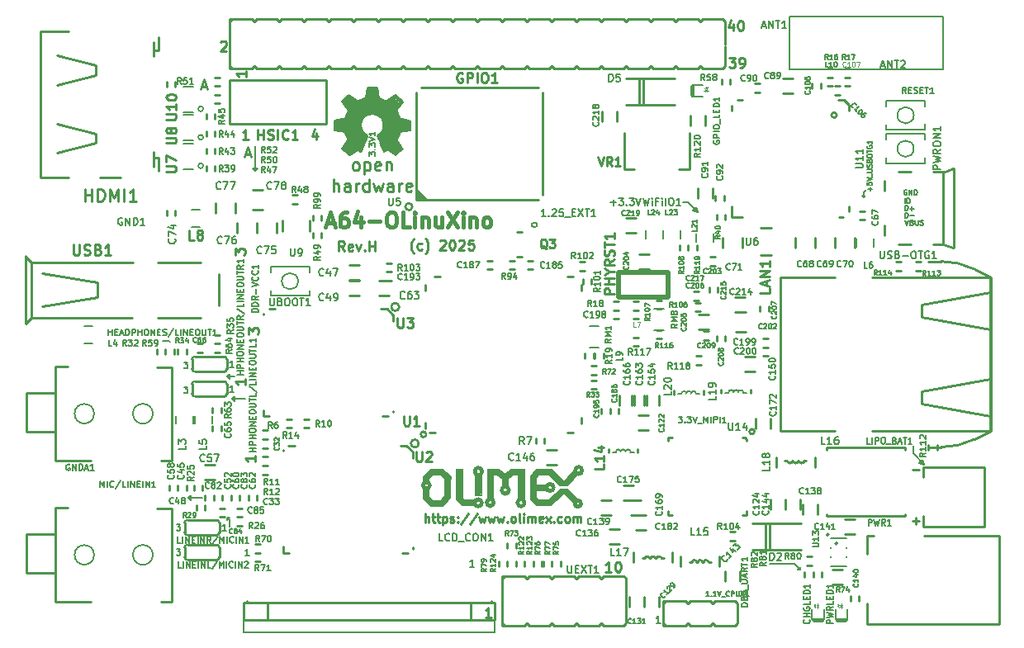
<source format=gbr>
%TF.GenerationSoftware,KiCad,Pcbnew,5.1.4-e60b266~84~ubuntu18.04.1*%
%TF.CreationDate,2025-05-23T09:22:49+03:00*%
%TF.ProjectId,A64-OlinuXino_Rev_H,4136342d-4f6c-4696-9e75-58696e6f5f52,H*%
%TF.SameCoordinates,PX5f5e100PY5f5e100*%
%TF.FileFunction,Legend,Top*%
%TF.FilePolarity,Positive*%
%FSLAX46Y46*%
G04 Gerber Fmt 4.6, Leading zero omitted, Abs format (unit mm)*
G04 Created by KiCad (PCBNEW 5.1.4-e60b266~84~ubuntu18.04.1) date 2025-05-23 09:22:49*
%MOMM*%
%LPD*%
G04 APERTURE LIST*
%ADD10C,0.200000*%
%ADD11C,0.222250*%
%ADD12C,0.254000*%
%ADD13C,0.158750*%
%ADD14C,0.190500*%
%ADD15C,0.381000*%
%ADD16C,0.250000*%
%ADD17C,0.127000*%
%ADD18C,0.150000*%
%ADD19C,0.203200*%
%ADD20C,0.050000*%
%ADD21C,0.100000*%
%ADD22C,0.700000*%
%ADD23C,0.400000*%
%ADD24C,0.500000*%
%ADD25C,1.000000*%
%ADD26C,0.370000*%
%ADD27C,0.380000*%
%ADD28C,0.420000*%
%ADD29C,0.508000*%
%ADD30C,0.125000*%
G04 APERTURE END LIST*
D10*
X82043605Y44109105D02*
X81864000Y43929500D01*
X81864000Y43929500D02*
X81684395Y44109105D01*
X81864000Y44437500D02*
X82118000Y44691500D01*
X81864000Y43929500D02*
X81864000Y44437500D01*
X16586000Y11100000D02*
X16586000Y10846000D01*
X16840000Y11100000D02*
X16586000Y11100000D01*
X63322000Y43485000D02*
X63830000Y43485000D01*
X64338000Y42596000D02*
X64697210Y42955210D01*
X64846000Y42469000D02*
X64697210Y42955210D01*
X64338000Y42596000D02*
X64846000Y42469000D01*
X64846000Y42469000D02*
X63830000Y43485000D01*
D11*
X86922833Y15989500D02*
X87600166Y15989500D01*
X86859333Y10782500D02*
X87536666Y10782500D01*
X87198000Y10443834D02*
X87198000Y11121167D01*
D10*
X12903000Y12878000D02*
X12649000Y13132000D01*
X12903000Y13386000D02*
X12903000Y12878000D01*
X12649000Y13132000D02*
X12903000Y13386000D01*
X14046000Y13132000D02*
X12649000Y13132000D01*
X75133000Y5766000D02*
X75387000Y5766000D01*
X75387000Y6020000D02*
X75133000Y5766000D01*
X75387000Y5766000D02*
X75387000Y6020000D01*
X74752000Y6401000D02*
X75387000Y5766000D01*
X72212000Y6401000D02*
X74752000Y6401000D01*
D12*
X18569619Y56919786D02*
X18569619Y56339215D01*
X18569619Y56629500D02*
X17553619Y56629500D01*
X17698761Y56532739D01*
X17795523Y56435977D01*
X17843904Y56339215D01*
D10*
X19761000Y46914000D02*
X19507000Y46660000D01*
X19253000Y46914000D02*
X19761000Y46914000D01*
X19507000Y46660000D02*
X19253000Y46914000D01*
X19507000Y49200000D02*
X19507000Y46660000D01*
D12*
X14008095Y55330667D02*
X14491904Y55330667D01*
X13911333Y55040381D02*
X14250000Y56056381D01*
X14588666Y55040381D01*
X18503095Y48395667D02*
X18986904Y48395667D01*
X18406333Y48105381D02*
X18745000Y49121381D01*
X19083666Y48105381D01*
D10*
X16840000Y25324000D02*
X16840000Y25832000D01*
X16586000Y25578000D02*
X16840000Y25324000D01*
X16586000Y25578000D02*
X16840000Y25832000D01*
X17348000Y23038000D02*
X17348000Y23546000D01*
X17094000Y23292000D02*
X17348000Y23038000D01*
X17094000Y23292000D02*
X17348000Y23546000D01*
X18491000Y23292000D02*
X17094000Y23292000D01*
X17348000Y25578000D02*
X16586000Y25578000D01*
D12*
X18823619Y29938334D02*
X18823619Y30567286D01*
X19210666Y30228620D01*
X19210666Y30373762D01*
X19259047Y30470524D01*
X19307428Y30518905D01*
X19404190Y30567286D01*
X19646095Y30567286D01*
X19742857Y30518905D01*
X19791238Y30470524D01*
X19839619Y30373762D01*
X19839619Y30083477D01*
X19791238Y29986715D01*
X19742857Y29938334D01*
X19458619Y17486286D02*
X19458619Y16905715D01*
X19458619Y17196000D02*
X18442619Y17196000D01*
X18587761Y17099239D01*
X18684523Y17002477D01*
X18732904Y16905715D01*
X17426619Y38066334D02*
X17426619Y38695286D01*
X17813666Y38356620D01*
X17813666Y38501762D01*
X17862047Y38598524D01*
X17910428Y38646905D01*
X18007190Y38695286D01*
X18249095Y38695286D01*
X18345857Y38646905D01*
X18394238Y38598524D01*
X18442619Y38501762D01*
X18442619Y38211477D01*
X18394238Y38114715D01*
X18345857Y38066334D01*
X18442619Y25360286D02*
X18442619Y24779715D01*
X18442619Y25070000D02*
X17426619Y25070000D01*
X17571761Y24973239D01*
X17668523Y24876477D01*
X17716904Y24779715D01*
D10*
X10617000Y29261000D02*
X10744000Y29134000D01*
X9982000Y29261000D02*
X10617000Y29261000D01*
X16840000Y10846000D02*
X16586000Y11100000D01*
X16840000Y10211000D02*
X16840000Y10846000D01*
D13*
X18862928Y7256739D02*
X18500071Y7256739D01*
X18681500Y7256739D02*
X18681500Y7891739D01*
X18621023Y7801024D01*
X18560547Y7740548D01*
X18500071Y7710310D01*
X11421333Y7891739D02*
X11814428Y7891739D01*
X11602761Y7649834D01*
X11693476Y7649834D01*
X11753952Y7619596D01*
X11784190Y7589358D01*
X11814428Y7528881D01*
X11814428Y7377691D01*
X11784190Y7317215D01*
X11753952Y7286977D01*
X11693476Y7256739D01*
X11512047Y7256739D01*
X11451571Y7286977D01*
X11421333Y7317215D01*
X16513428Y9796739D02*
X16150571Y9796739D01*
X16332000Y9796739D02*
X16332000Y10431739D01*
X16271523Y10341024D01*
X16211047Y10280548D01*
X16150571Y10250310D01*
X11421333Y10431739D02*
X11814428Y10431739D01*
X11602761Y10189834D01*
X11693476Y10189834D01*
X11753952Y10159596D01*
X11784190Y10129358D01*
X11814428Y10068881D01*
X11814428Y9917691D01*
X11784190Y9857215D01*
X11753952Y9826977D01*
X11693476Y9796739D01*
X11512047Y9796739D01*
X11451571Y9826977D01*
X11421333Y9857215D01*
X12183333Y27068739D02*
X12576428Y27068739D01*
X12364761Y26826834D01*
X12455476Y26826834D01*
X12515952Y26796596D01*
X12546190Y26766358D01*
X12576428Y26705881D01*
X12576428Y26554691D01*
X12546190Y26494215D01*
X12515952Y26463977D01*
X12455476Y26433739D01*
X12274047Y26433739D01*
X12213571Y26463977D01*
X12183333Y26494215D01*
X12183333Y24528739D02*
X12576428Y24528739D01*
X12364761Y24286834D01*
X12455476Y24286834D01*
X12515952Y24256596D01*
X12546190Y24226358D01*
X12576428Y24165881D01*
X12576428Y24014691D01*
X12546190Y23954215D01*
X12515952Y23923977D01*
X12455476Y23893739D01*
X12274047Y23893739D01*
X12213571Y23923977D01*
X12183333Y23954215D01*
X17275428Y24020739D02*
X16912571Y24020739D01*
X17094000Y24020739D02*
X17094000Y24655739D01*
X17033523Y24565024D01*
X16973047Y24504548D01*
X16912571Y24474310D01*
X17275428Y26560739D02*
X16912571Y26560739D01*
X17094000Y26560739D02*
X17094000Y27195739D01*
X17033523Y27105024D01*
X16973047Y27044548D01*
X16912571Y27014310D01*
D14*
X61050514Y265086D02*
X60615085Y265086D01*
X60832800Y265086D02*
X60832800Y1027086D01*
X60760228Y918229D01*
X60687657Y845658D01*
X60615085Y809372D01*
D12*
X43673285Y861381D02*
X43092714Y861381D01*
X43383000Y861381D02*
X43383000Y1877381D01*
X43286238Y1732239D01*
X43189476Y1635477D01*
X43092714Y1587096D01*
X56016476Y5560381D02*
X55435904Y5560381D01*
X55726190Y5560381D02*
X55726190Y6576381D01*
X55629428Y6431239D01*
X55532666Y6334477D01*
X55435904Y6286096D01*
X56645428Y6576381D02*
X56742190Y6576381D01*
X56838952Y6528000D01*
X56887333Y6479620D01*
X56935714Y6382858D01*
X56984095Y6189334D01*
X56984095Y5947429D01*
X56935714Y5753905D01*
X56887333Y5657143D01*
X56838952Y5608762D01*
X56742190Y5560381D01*
X56645428Y5560381D01*
X56548666Y5608762D01*
X56500285Y5657143D01*
X56451904Y5753905D01*
X56403523Y5947429D01*
X56403523Y6189334D01*
X56451904Y6382858D01*
X56500285Y6479620D01*
X56548666Y6528000D01*
X56645428Y6576381D01*
D10*
X86944000Y17704000D02*
X86944000Y18466000D01*
X88087000Y16561000D02*
X87938210Y17047210D01*
X87579000Y16688000D02*
X87938210Y17047210D01*
X87579000Y16688000D02*
X88087000Y16561000D01*
X88087000Y16561000D02*
X86944000Y17704000D01*
D12*
X25796523Y50560715D02*
X25796523Y49883381D01*
X25554619Y50947762D02*
X25312714Y50222048D01*
X25941666Y50222048D01*
X18781285Y49883381D02*
X18200714Y49883381D01*
X18491000Y49883381D02*
X18491000Y50899381D01*
X18394238Y50754239D01*
X18297476Y50657477D01*
X18200714Y50609096D01*
X15978214Y59883120D02*
X16026595Y59931500D01*
X16123357Y59979881D01*
X16365261Y59979881D01*
X16462023Y59931500D01*
X16510404Y59883120D01*
X16558785Y59786358D01*
X16558785Y59689596D01*
X16510404Y59544453D01*
X15929833Y58963881D01*
X16558785Y58963881D01*
X68087523Y58265381D02*
X68716476Y58265381D01*
X68377809Y57878334D01*
X68522952Y57878334D01*
X68619714Y57829953D01*
X68668095Y57781572D01*
X68716476Y57684810D01*
X68716476Y57442905D01*
X68668095Y57346143D01*
X68619714Y57297762D01*
X68522952Y57249381D01*
X68232666Y57249381D01*
X68135904Y57297762D01*
X68087523Y57346143D01*
X69200285Y57249381D02*
X69393809Y57249381D01*
X69490571Y57297762D01*
X69538952Y57346143D01*
X69635714Y57491286D01*
X69684095Y57684810D01*
X69684095Y58071858D01*
X69635714Y58168620D01*
X69587333Y58217000D01*
X69490571Y58265381D01*
X69297047Y58265381D01*
X69200285Y58217000D01*
X69151904Y58168620D01*
X69103523Y58071858D01*
X69103523Y57829953D01*
X69151904Y57733191D01*
X69200285Y57684810D01*
X69297047Y57636429D01*
X69490571Y57636429D01*
X69587333Y57684810D01*
X69635714Y57733191D01*
X69684095Y57829953D01*
X68492714Y61736715D02*
X68492714Y61059381D01*
X68250809Y62123762D02*
X68008904Y61398048D01*
X68637857Y61398048D01*
X69218428Y62075381D02*
X69315190Y62075381D01*
X69411952Y62027000D01*
X69460333Y61978620D01*
X69508714Y61881858D01*
X69557095Y61688334D01*
X69557095Y61446429D01*
X69508714Y61252905D01*
X69460333Y61156143D01*
X69411952Y61107762D01*
X69315190Y61059381D01*
X69218428Y61059381D01*
X69121666Y61107762D01*
X69073285Y61156143D01*
X69024904Y61252905D01*
X68976523Y61446429D01*
X68976523Y61688334D01*
X69024904Y61881858D01*
X69073285Y61978620D01*
X69121666Y62027000D01*
X69218428Y62075381D01*
D11*
X36927166Y10634334D02*
X36927166Y11523334D01*
X37308166Y10634334D02*
X37308166Y11100000D01*
X37265833Y11184667D01*
X37181166Y11227000D01*
X37054166Y11227000D01*
X36969500Y11184667D01*
X36927166Y11142334D01*
X37604500Y11227000D02*
X37943166Y11227000D01*
X37731500Y11523334D02*
X37731500Y10761334D01*
X37773833Y10676667D01*
X37858500Y10634334D01*
X37943166Y10634334D01*
X38112500Y11227000D02*
X38451166Y11227000D01*
X38239500Y11523334D02*
X38239500Y10761334D01*
X38281833Y10676667D01*
X38366500Y10634334D01*
X38451166Y10634334D01*
X38747500Y11227000D02*
X38747500Y10338000D01*
X38747500Y11184667D02*
X38832166Y11227000D01*
X39001500Y11227000D01*
X39086166Y11184667D01*
X39128500Y11142334D01*
X39170833Y11057667D01*
X39170833Y10803667D01*
X39128500Y10719000D01*
X39086166Y10676667D01*
X39001500Y10634334D01*
X38832166Y10634334D01*
X38747500Y10676667D01*
X39509500Y10676667D02*
X39594166Y10634334D01*
X39763500Y10634334D01*
X39848166Y10676667D01*
X39890500Y10761334D01*
X39890500Y10803667D01*
X39848166Y10888334D01*
X39763500Y10930667D01*
X39636500Y10930667D01*
X39551833Y10973000D01*
X39509500Y11057667D01*
X39509500Y11100000D01*
X39551833Y11184667D01*
X39636500Y11227000D01*
X39763500Y11227000D01*
X39848166Y11184667D01*
X40271500Y10719000D02*
X40313833Y10676667D01*
X40271500Y10634334D01*
X40229166Y10676667D01*
X40271500Y10719000D01*
X40271500Y10634334D01*
X40271500Y11184667D02*
X40313833Y11142334D01*
X40271500Y11100000D01*
X40229166Y11142334D01*
X40271500Y11184667D01*
X40271500Y11100000D01*
X41329833Y11565667D02*
X40567833Y10422667D01*
X42261166Y11565667D02*
X41499166Y10422667D01*
X42472833Y11227000D02*
X42642166Y10634334D01*
X42811500Y11057667D01*
X42980833Y10634334D01*
X43150166Y11227000D01*
X43404166Y11227000D02*
X43573500Y10634334D01*
X43742833Y11057667D01*
X43912166Y10634334D01*
X44081500Y11227000D01*
X44335500Y11227000D02*
X44504833Y10634334D01*
X44674166Y11057667D01*
X44843500Y10634334D01*
X45012833Y11227000D01*
X45351500Y10719000D02*
X45393833Y10676667D01*
X45351500Y10634334D01*
X45309166Y10676667D01*
X45351500Y10719000D01*
X45351500Y10634334D01*
X45901833Y10634334D02*
X45817166Y10676667D01*
X45774833Y10719000D01*
X45732500Y10803667D01*
X45732500Y11057667D01*
X45774833Y11142334D01*
X45817166Y11184667D01*
X45901833Y11227000D01*
X46028833Y11227000D01*
X46113500Y11184667D01*
X46155833Y11142334D01*
X46198166Y11057667D01*
X46198166Y10803667D01*
X46155833Y10719000D01*
X46113500Y10676667D01*
X46028833Y10634334D01*
X45901833Y10634334D01*
X46706166Y10634334D02*
X46621500Y10676667D01*
X46579166Y10761334D01*
X46579166Y11523334D01*
X47044833Y10634334D02*
X47044833Y11227000D01*
X47044833Y11523334D02*
X47002500Y11481000D01*
X47044833Y11438667D01*
X47087166Y11481000D01*
X47044833Y11523334D01*
X47044833Y11438667D01*
X47468166Y10634334D02*
X47468166Y11227000D01*
X47468166Y11142334D02*
X47510500Y11184667D01*
X47595166Y11227000D01*
X47722166Y11227000D01*
X47806833Y11184667D01*
X47849166Y11100000D01*
X47849166Y10634334D01*
X47849166Y11100000D02*
X47891500Y11184667D01*
X47976166Y11227000D01*
X48103166Y11227000D01*
X48187833Y11184667D01*
X48230166Y11100000D01*
X48230166Y10634334D01*
X48992166Y10676667D02*
X48907500Y10634334D01*
X48738166Y10634334D01*
X48653500Y10676667D01*
X48611166Y10761334D01*
X48611166Y11100000D01*
X48653500Y11184667D01*
X48738166Y11227000D01*
X48907500Y11227000D01*
X48992166Y11184667D01*
X49034500Y11100000D01*
X49034500Y11015334D01*
X48611166Y10930667D01*
X49330833Y10634334D02*
X49796500Y11227000D01*
X49330833Y11227000D02*
X49796500Y10634334D01*
X50135166Y10719000D02*
X50177500Y10676667D01*
X50135166Y10634334D01*
X50092833Y10676667D01*
X50135166Y10719000D01*
X50135166Y10634334D01*
X50939500Y10676667D02*
X50854833Y10634334D01*
X50685500Y10634334D01*
X50600833Y10676667D01*
X50558500Y10719000D01*
X50516166Y10803667D01*
X50516166Y11057667D01*
X50558500Y11142334D01*
X50600833Y11184667D01*
X50685500Y11227000D01*
X50854833Y11227000D01*
X50939500Y11184667D01*
X51447500Y10634334D02*
X51362833Y10676667D01*
X51320500Y10719000D01*
X51278166Y10803667D01*
X51278166Y11057667D01*
X51320500Y11142334D01*
X51362833Y11184667D01*
X51447500Y11227000D01*
X51574500Y11227000D01*
X51659166Y11184667D01*
X51701500Y11142334D01*
X51743833Y11057667D01*
X51743833Y10803667D01*
X51701500Y10719000D01*
X51659166Y10676667D01*
X51574500Y10634334D01*
X51447500Y10634334D01*
X52124833Y10634334D02*
X52124833Y11227000D01*
X52124833Y11142334D02*
X52167166Y11184667D01*
X52251833Y11227000D01*
X52378833Y11227000D01*
X52463500Y11184667D01*
X52505833Y11100000D01*
X52505833Y10634334D01*
X52505833Y11100000D02*
X52548166Y11184667D01*
X52632833Y11227000D01*
X52759833Y11227000D01*
X52844500Y11184667D01*
X52886833Y11100000D01*
X52886833Y10634334D01*
D12*
X35781142Y38193334D02*
X35732761Y38241715D01*
X35636000Y38386858D01*
X35587619Y38483620D01*
X35539238Y38628762D01*
X35490857Y38870667D01*
X35490857Y39064191D01*
X35539238Y39306096D01*
X35587619Y39451239D01*
X35636000Y39548000D01*
X35732761Y39693143D01*
X35781142Y39741524D01*
X36603619Y38628762D02*
X36506857Y38580381D01*
X36313333Y38580381D01*
X36216571Y38628762D01*
X36168190Y38677143D01*
X36119809Y38773905D01*
X36119809Y39064191D01*
X36168190Y39160953D01*
X36216571Y39209334D01*
X36313333Y39257715D01*
X36506857Y39257715D01*
X36603619Y39209334D01*
X36942285Y38193334D02*
X36990666Y38241715D01*
X37087428Y38386858D01*
X37135809Y38483620D01*
X37184190Y38628762D01*
X37232571Y38870667D01*
X37232571Y39064191D01*
X37184190Y39306096D01*
X37135809Y39451239D01*
X37087428Y39548000D01*
X36990666Y39693143D01*
X36942285Y39741524D01*
X38442095Y39499620D02*
X38490476Y39548000D01*
X38587238Y39596381D01*
X38829142Y39596381D01*
X38925904Y39548000D01*
X38974285Y39499620D01*
X39022666Y39402858D01*
X39022666Y39306096D01*
X38974285Y39160953D01*
X38393714Y38580381D01*
X39022666Y38580381D01*
X39651619Y39596381D02*
X39748380Y39596381D01*
X39845142Y39548000D01*
X39893523Y39499620D01*
X39941904Y39402858D01*
X39990285Y39209334D01*
X39990285Y38967429D01*
X39941904Y38773905D01*
X39893523Y38677143D01*
X39845142Y38628762D01*
X39748380Y38580381D01*
X39651619Y38580381D01*
X39554857Y38628762D01*
X39506476Y38677143D01*
X39458095Y38773905D01*
X39409714Y38967429D01*
X39409714Y39209334D01*
X39458095Y39402858D01*
X39506476Y39499620D01*
X39554857Y39548000D01*
X39651619Y39596381D01*
X40377333Y39499620D02*
X40425714Y39548000D01*
X40522476Y39596381D01*
X40764380Y39596381D01*
X40861142Y39548000D01*
X40909523Y39499620D01*
X40957904Y39402858D01*
X40957904Y39306096D01*
X40909523Y39160953D01*
X40328952Y38580381D01*
X40957904Y38580381D01*
X41877142Y39596381D02*
X41393333Y39596381D01*
X41344952Y39112572D01*
X41393333Y39160953D01*
X41490095Y39209334D01*
X41732000Y39209334D01*
X41828761Y39160953D01*
X41877142Y39112572D01*
X41925523Y39015810D01*
X41925523Y38773905D01*
X41877142Y38677143D01*
X41828761Y38628762D01*
X41732000Y38580381D01*
X41490095Y38580381D01*
X41393333Y38628762D01*
X41344952Y38677143D01*
X28638904Y38453381D02*
X28300238Y38937191D01*
X28058333Y38453381D02*
X28058333Y39469381D01*
X28445380Y39469381D01*
X28542142Y39421000D01*
X28590523Y39372620D01*
X28638904Y39275858D01*
X28638904Y39130715D01*
X28590523Y39033953D01*
X28542142Y38985572D01*
X28445380Y38937191D01*
X28058333Y38937191D01*
X29461380Y38501762D02*
X29364619Y38453381D01*
X29171095Y38453381D01*
X29074333Y38501762D01*
X29025952Y38598524D01*
X29025952Y38985572D01*
X29074333Y39082334D01*
X29171095Y39130715D01*
X29364619Y39130715D01*
X29461380Y39082334D01*
X29509761Y38985572D01*
X29509761Y38888810D01*
X29025952Y38792048D01*
X29848428Y39130715D02*
X30090333Y38453381D01*
X30332238Y39130715D01*
X30719285Y38550143D02*
X30767666Y38501762D01*
X30719285Y38453381D01*
X30670904Y38501762D01*
X30719285Y38550143D01*
X30719285Y38453381D01*
X31203095Y38453381D02*
X31203095Y39469381D01*
X31203095Y38985572D02*
X31783666Y38985572D01*
X31783666Y38453381D02*
X31783666Y39469381D01*
D15*
X26873000Y41326000D02*
X27598714Y41326000D01*
X26727857Y40890572D02*
X27235857Y42414572D01*
X27743857Y40890572D01*
X28905000Y42414572D02*
X28614714Y42414572D01*
X28469571Y42342000D01*
X28397000Y42269429D01*
X28251857Y42051715D01*
X28179285Y41761429D01*
X28179285Y41180858D01*
X28251857Y41035715D01*
X28324428Y40963143D01*
X28469571Y40890572D01*
X28759857Y40890572D01*
X28905000Y40963143D01*
X28977571Y41035715D01*
X29050142Y41180858D01*
X29050142Y41543715D01*
X28977571Y41688858D01*
X28905000Y41761429D01*
X28759857Y41834000D01*
X28469571Y41834000D01*
X28324428Y41761429D01*
X28251857Y41688858D01*
X28179285Y41543715D01*
X30356428Y41906572D02*
X30356428Y40890572D01*
X29993571Y42487143D02*
X29630714Y41398572D01*
X30574142Y41398572D01*
X31154714Y41471143D02*
X32315857Y41471143D01*
X33331857Y42414572D02*
X33622142Y42414572D01*
X33767285Y42342000D01*
X33912428Y42196858D01*
X33985000Y41906572D01*
X33985000Y41398572D01*
X33912428Y41108286D01*
X33767285Y40963143D01*
X33622142Y40890572D01*
X33331857Y40890572D01*
X33186714Y40963143D01*
X33041571Y41108286D01*
X32969000Y41398572D01*
X32969000Y41906572D01*
X33041571Y42196858D01*
X33186714Y42342000D01*
X33331857Y42414572D01*
X35363857Y40890572D02*
X34638142Y40890572D01*
X34638142Y42414572D01*
X35871857Y40890572D02*
X35871857Y41906572D01*
X35871857Y42414572D02*
X35799285Y42342000D01*
X35871857Y42269429D01*
X35944428Y42342000D01*
X35871857Y42414572D01*
X35871857Y42269429D01*
X36597571Y41906572D02*
X36597571Y40890572D01*
X36597571Y41761429D02*
X36670142Y41834000D01*
X36815285Y41906572D01*
X37033000Y41906572D01*
X37178142Y41834000D01*
X37250714Y41688858D01*
X37250714Y40890572D01*
X38629571Y41906572D02*
X38629571Y40890572D01*
X37976428Y41906572D02*
X37976428Y41108286D01*
X38049000Y40963143D01*
X38194142Y40890572D01*
X38411857Y40890572D01*
X38557000Y40963143D01*
X38629571Y41035715D01*
X39210142Y42414572D02*
X40226142Y40890572D01*
X40226142Y42414572D02*
X39210142Y40890572D01*
X40806714Y40890572D02*
X40806714Y41906572D01*
X40806714Y42414572D02*
X40734142Y42342000D01*
X40806714Y42269429D01*
X40879285Y42342000D01*
X40806714Y42414572D01*
X40806714Y42269429D01*
X41532428Y41906572D02*
X41532428Y40890572D01*
X41532428Y41761429D02*
X41605000Y41834000D01*
X41750142Y41906572D01*
X41967857Y41906572D01*
X42113000Y41834000D01*
X42185571Y41688858D01*
X42185571Y40890572D01*
X43129000Y40890572D02*
X42983857Y40963143D01*
X42911285Y41035715D01*
X42838714Y41180858D01*
X42838714Y41616286D01*
X42911285Y41761429D01*
X42983857Y41834000D01*
X43129000Y41906572D01*
X43346714Y41906572D01*
X43491857Y41834000D01*
X43564428Y41761429D01*
X43637000Y41616286D01*
X43637000Y41180858D01*
X43564428Y41035715D01*
X43491857Y40963143D01*
X43346714Y40890572D01*
X43129000Y40890572D01*
D12*
%TO.C,USB-OTG1*%
X89992000Y46550000D02*
X89992000Y39150000D01*
X85492000Y39150000D02*
X86692000Y39150000D01*
X83992000Y41050000D02*
X83992000Y40050000D01*
X83992000Y45650000D02*
X83992000Y44650000D01*
X88992000Y46550000D02*
X89992000Y46550000D01*
X91092000Y46914000D02*
X91092000Y38786000D01*
X89992000Y39150000D02*
X88992000Y39150000D01*
X85492000Y46550000D02*
X86692000Y46550000D01*
X91021000Y46914000D02*
X90005000Y46533000D01*
X91021000Y38786000D02*
X90005000Y39167000D01*
%TO.C,HDMI1*%
X9103160Y59916260D02*
X9103160Y59017100D01*
X9103160Y59017100D02*
X9103160Y58417660D01*
X9103160Y48618340D02*
X9103160Y48018900D01*
X9103160Y48018900D02*
X9103160Y47119740D01*
X5704640Y46019920D02*
X3553260Y46019920D01*
X355400Y46019920D02*
X-2552900Y46019920D01*
X-2552900Y46019920D02*
X-2552900Y61016080D01*
X-2552900Y61016080D02*
X355400Y61016080D01*
X9603540Y46644760D02*
X9603540Y48018900D01*
X9603540Y48018900D02*
X9103160Y48018900D01*
X9103160Y59017100D02*
X9603540Y59017100D01*
X9603540Y59017100D02*
X9603540Y60403940D01*
X-813000Y51519020D02*
X3187500Y50518260D01*
X3187500Y50518260D02*
X3187500Y49520040D01*
X3187500Y49520040D02*
X-813000Y48519280D01*
X-813000Y55516980D02*
X3187500Y56517740D01*
X3187500Y56517740D02*
X3187500Y57515960D01*
X3187500Y57515960D02*
X-813000Y58516720D01*
%TO.C,Q3*%
X46304000Y37897000D02*
X46812000Y37897000D01*
X46304000Y40437000D02*
X46812000Y40437000D01*
%TO.C,U11*%
X79871000Y53930000D02*
X80361000Y53430000D01*
X80361000Y53430000D02*
X80361000Y52820000D01*
X79871000Y53930000D02*
X79261000Y53930000D01*
X68371000Y41930000D02*
X69481000Y41930000D01*
X68371000Y41930000D02*
X68371000Y43040000D01*
X79113488Y52390000D02*
G75*
G03X79113488Y52390000I-262488J0D01*
G01*
X68371000Y53340000D02*
X68371000Y52840000D01*
X69471000Y53930000D02*
X68981000Y53930000D01*
X79371000Y41930000D02*
X79791000Y41930000D01*
X80371000Y43010000D02*
X80371000Y42520000D01*
%TO.C,C106*%
X79197000Y55359500D02*
X79451000Y55359500D01*
X79197000Y55359500D02*
X78943000Y55359500D01*
X79197000Y54470500D02*
X78943000Y54470500D01*
X79197000Y54470500D02*
X79451000Y54470500D01*
%TO.C,L10*%
X78435000Y56248500D02*
X78689000Y56248500D01*
X78435000Y56248500D02*
X78181000Y56248500D01*
X78435000Y55359500D02*
X78181000Y55359500D01*
X78435000Y55359500D02*
X78689000Y55359500D01*
%TO.C,LAN1*%
X89851927Y18339238D02*
G75*
G03X93250820Y19144180I-9787J7619762D01*
G01*
X93242167Y36588400D02*
G75*
G03X89842140Y37389000I-3400027J-6819400D01*
G01*
X87833000Y22784000D02*
X94818000Y21514000D01*
X87833000Y24054000D02*
X87833000Y22784000D01*
X94818000Y25324000D02*
X87833000Y24054000D01*
X94818000Y25324000D02*
X94818000Y35738000D01*
X94818000Y21514000D02*
X94818000Y25324000D01*
X94818000Y19990000D02*
X94818000Y21514000D01*
X87833000Y31674000D02*
X94818000Y30404000D01*
X87833000Y32944000D02*
X87833000Y31674000D01*
X94818000Y34214000D02*
X87833000Y32944000D01*
X89842140Y18339000D02*
X88468000Y18339000D01*
X94945000Y19990000D02*
X93250820Y19144180D01*
X89842140Y37389000D02*
X88468000Y37389000D01*
X94945000Y35738000D02*
X93250820Y36583820D01*
X73355000Y35764000D02*
X73355000Y19964000D01*
X94945000Y35764000D02*
X82723000Y35764000D01*
X94945000Y35738000D02*
X94945000Y35763400D01*
X94945000Y19990000D02*
X94945000Y35738000D01*
X94945000Y19964600D02*
X94945000Y19990000D01*
X82723000Y19964000D02*
X94945000Y19964000D01*
X73355000Y35764000D02*
X78923000Y35764000D01*
X73355000Y19964000D02*
X78923000Y19964000D01*
%TO.C,U2*%
X35650000Y7920000D02*
X35650000Y8050000D01*
X35145000Y7505000D02*
X34525000Y7505000D01*
X22975000Y7505000D02*
X22355000Y7505000D01*
X35650000Y17230000D02*
X35650000Y17850000D01*
X22350000Y7500000D02*
X22350000Y8120000D01*
X22350000Y17930000D02*
X22350000Y18050000D01*
X22900000Y18500000D02*
X23520000Y18500000D01*
X34370000Y18500000D02*
X35000000Y18500000D01*
X35000000Y18500000D02*
X35650000Y17850000D01*
D16*
X36259609Y18715000D02*
G75*
G03X36259609Y18715000I-401609J0D01*
G01*
D12*
%TO.C,U3*%
X33650000Y21920000D02*
X33650000Y22050000D01*
X33145000Y21505000D02*
X32525000Y21505000D01*
X20975000Y21505000D02*
X20355000Y21505000D01*
X33650000Y31230000D02*
X33650000Y31850000D01*
X20350000Y21500000D02*
X20350000Y22120000D01*
X20350000Y31930000D02*
X20350000Y32050000D01*
X20900000Y32500000D02*
X21520000Y32500000D01*
X32370000Y32500000D02*
X33000000Y32500000D01*
X33000000Y32500000D02*
X33650000Y31850000D01*
D16*
X34259609Y32715000D02*
G75*
G03X34259609Y32715000I-401609J0D01*
G01*
D17*
%TO.C,UBOOT1*%
X23902738Y35357000D02*
G75*
G03X23902738Y35357000I-839738J0D01*
G01*
X21063000Y34418000D02*
X21063000Y33859200D01*
X21063000Y36854800D02*
X21063000Y36245200D01*
X25063000Y34418000D02*
X25063000Y33859200D01*
X25063000Y36854000D02*
X25063000Y36295200D01*
X21063000Y33857000D02*
X25063000Y33857000D01*
X21063000Y36857000D02*
X25063000Y36857000D01*
%TO.C,RESET1*%
X88182000Y50875000D02*
X84182000Y50875000D01*
X88182000Y53875000D02*
X84182000Y53875000D01*
X84182000Y50878000D02*
X84182000Y51436800D01*
X84182000Y53314000D02*
X84182000Y53872800D01*
X88182000Y50877200D02*
X88182000Y51486800D01*
X88182000Y53314000D02*
X88182000Y53872800D01*
X87021738Y52375000D02*
G75*
G03X87021738Y52375000I-839738J0D01*
G01*
%TO.C,PWRON1*%
X88182000Y47446000D02*
X84182000Y47446000D01*
X88182000Y50446000D02*
X84182000Y50446000D01*
X84182000Y47449000D02*
X84182000Y48007800D01*
X84182000Y49885000D02*
X84182000Y50443800D01*
X88182000Y47448200D02*
X88182000Y48057800D01*
X88182000Y49885000D02*
X88182000Y50443800D01*
X87021738Y48946000D02*
G75*
G03X87021738Y48946000I-839738J0D01*
G01*
D12*
%TO.C,U5*%
X49000000Y44250000D02*
X49000000Y54750000D01*
X48500000Y55250000D02*
X36500000Y55250000D01*
X36500000Y55250000D02*
X36500000Y55250000D01*
X36000000Y54750000D02*
X36000000Y43750000D01*
X36000000Y44500000D02*
X36750000Y43750000D01*
X36000000Y43750000D02*
X48500000Y43750000D01*
X48500000Y43750000D02*
X48500000Y43750000D01*
X36000000Y44250000D02*
X36500000Y43750000D01*
X36000000Y44000000D02*
X36250000Y43750000D01*
X36000000Y44750000D02*
X37000000Y43750000D01*
X35603553Y43000000D02*
G75*
G03X35603553Y43000000I-353553J0D01*
G01*
%TO.C,UEXT1*%
X57480000Y4891000D02*
X57480000Y291000D01*
X44780000Y5131000D02*
X44780000Y2591000D01*
X57226000Y5131000D02*
X57480000Y4891000D01*
X57480000Y291000D02*
X57226000Y51000D01*
X52654000Y51000D02*
X52400000Y305000D01*
X57226000Y51000D02*
X55194000Y51000D01*
X55194000Y5131000D02*
X57226000Y5131000D01*
X54940000Y4877000D02*
X55194000Y5131000D01*
X44780000Y5131000D02*
X45034000Y5131000D01*
X45034000Y5131000D02*
X47066000Y5131000D01*
X47066000Y5131000D02*
X47320000Y4877000D01*
X47320000Y4877000D02*
X47574000Y5131000D01*
X47574000Y5131000D02*
X49606000Y5131000D01*
X49606000Y5131000D02*
X49860000Y4877000D01*
X49860000Y4877000D02*
X50114000Y5131000D01*
X50114000Y5131000D02*
X52146000Y5131000D01*
X52146000Y5131000D02*
X52400000Y4877000D01*
X52400000Y4877000D02*
X52654000Y5131000D01*
X52654000Y5131000D02*
X54686000Y5131000D01*
X54686000Y5131000D02*
X54940000Y4877000D01*
X54940000Y305000D02*
X54686000Y51000D01*
X54686000Y51000D02*
X52654000Y51000D01*
X55194000Y51000D02*
X54940000Y305000D01*
X52400000Y305000D02*
X52146000Y51000D01*
X52146000Y51000D02*
X50114000Y51000D01*
X44780000Y4877000D02*
X45034000Y5131000D01*
X45034000Y51000D02*
X44780000Y305000D01*
X45288000Y51000D02*
X44780000Y51000D01*
X49606000Y51000D02*
X47574000Y51000D01*
X47574000Y51000D02*
X47320000Y305000D01*
X47320000Y305000D02*
X47066000Y51000D01*
X47066000Y51000D02*
X45288000Y51000D01*
X49606000Y51000D02*
X49860000Y305000D01*
X49860000Y305000D02*
X50114000Y51000D01*
X44780000Y2591000D02*
X44780000Y51000D01*
%TO.C,HEADPHONES/LINEOUT1*%
X-3995000Y19919600D02*
X-985000Y19919600D01*
X-3995000Y23859600D02*
X-3995000Y19919600D01*
X-985000Y23859600D02*
X-3995000Y23859600D01*
D18*
X2982249Y21768000D02*
G75*
G03X2982249Y21768000I-1001249J0D01*
G01*
X9000727Y21768000D02*
G75*
G03X9000727Y21768000I-1019727J0D01*
G01*
D12*
X-965400Y26568600D02*
X291900Y26568600D01*
X-965400Y21768000D02*
X-965400Y26568600D01*
X10972600Y26555900D02*
X9410500Y26555900D01*
X10985300Y21755300D02*
X10972600Y26555900D01*
X-965400Y21768000D02*
X-965400Y16967400D01*
X10972600Y16980100D02*
X9816900Y16980100D01*
X10985300Y21768000D02*
X10972600Y16980100D01*
X-978100Y16980100D02*
X2654100Y16980100D01*
%TO.C,U1*%
X37032843Y19650000D02*
G75*
G03X37032843Y19650000I-282843J0D01*
G01*
X52060000Y19850000D02*
X51480000Y19850000D01*
X52950000Y21330000D02*
X52950000Y20750000D01*
X52050000Y35850000D02*
X51470000Y35850000D01*
X52950000Y34950000D02*
X52950000Y34370000D01*
X38430000Y35850000D02*
X37850000Y35850000D01*
X36950000Y34950000D02*
X36950000Y34370000D01*
X36950000Y20830000D02*
X36950000Y20250000D01*
X37930000Y19850000D02*
X37350000Y19850000D01*
%TO.C,R73*%
X46240500Y8242500D02*
X46240500Y8496500D01*
X46240500Y8242500D02*
X46240500Y7988500D01*
X45351500Y8242500D02*
X45351500Y7988500D01*
X45351500Y8242500D02*
X45351500Y8496500D01*
%TO.C,R124*%
X45351500Y6401000D02*
X45351500Y6147000D01*
X45351500Y6401000D02*
X45351500Y6655000D01*
X46240500Y6401000D02*
X46240500Y6655000D01*
X46240500Y6401000D02*
X46240500Y6147000D01*
%TO.C,R123*%
X47129500Y6401000D02*
X47129500Y6147000D01*
X47129500Y6401000D02*
X47129500Y6655000D01*
X48018500Y6401000D02*
X48018500Y6655000D01*
X48018500Y6401000D02*
X48018500Y6147000D01*
%TO.C,R122*%
X47129500Y6401000D02*
X47129500Y6655000D01*
X47129500Y6401000D02*
X47129500Y6147000D01*
X46240500Y6401000D02*
X46240500Y6147000D01*
X46240500Y6401000D02*
X46240500Y6655000D01*
%TO.C,USB1*%
X6947500Y37283000D02*
X-3403000Y37283000D01*
X6896700Y31593400D02*
X-3403000Y31606100D01*
X13919800Y31606100D02*
X9512900Y31618800D01*
X13907100Y37283000D02*
X9538300Y37295700D01*
X15786700Y36127300D02*
X15786700Y32850700D01*
X-2361600Y36152700D02*
X3353400Y35200200D01*
X3353400Y35200200D02*
X3353400Y33676200D01*
X3353400Y33676200D02*
X-2361600Y32761800D01*
X-3410620Y31603560D02*
X-4035460Y30988880D01*
X-4038000Y37905300D02*
X-3420780Y37290620D01*
X-3413160Y37295700D02*
X-3413160Y31603560D01*
X-4038000Y37910380D02*
X-4038000Y30988880D01*
%TO.C,HSIC1*%
X16843000Y55980000D02*
X26743000Y55980000D01*
X16843000Y51480000D02*
X26743000Y51480000D01*
X16843000Y51480000D02*
X16843000Y55980000D01*
X26743000Y51480000D02*
X26743000Y55980000D01*
%TO.C,VR1*%
X64007800Y46837800D02*
X62890200Y46837800D01*
X57302200Y46837800D02*
X58369000Y46837800D01*
X64007800Y46837800D02*
X64007800Y50546200D01*
X57302200Y46837800D02*
X57302200Y50546200D01*
D17*
%TO.C,RM1*%
X54739340Y30741820D02*
X53743660Y30741820D01*
X53743660Y28542180D02*
X54739340Y28542180D01*
%TO.C,RM8*%
X60411160Y30320180D02*
X61406840Y30320180D01*
X61406840Y32519820D02*
X60411160Y32519820D01*
D18*
%TO.C,U13*%
X79233133Y8468560D02*
G75*
G03X79233133Y8468560I-158053J0D01*
G01*
D19*
X80131720Y7023300D02*
X80131720Y7117280D01*
X80131720Y7970720D02*
X80131720Y8064700D01*
X78513740Y7023300D02*
X78513740Y7117280D01*
X78513740Y7970720D02*
X78513740Y8064700D01*
X78513740Y8966400D02*
X80134260Y8966400D01*
X80134260Y6121600D02*
X78513740Y6121600D01*
D18*
X78344133Y9357560D02*
G75*
G03X78344133Y9357560I-158053J0D01*
G01*
D12*
%TO.C,L16*%
X86115960Y18082460D02*
X86115960Y18280580D01*
X86115960Y18280580D02*
X78120040Y18280580D01*
X78120040Y18280580D02*
X78120040Y18082460D01*
X78120040Y11483540D02*
X78120040Y11285420D01*
X78120040Y11285420D02*
X86115960Y11285420D01*
X86115960Y11285420D02*
X86115960Y11483540D01*
%TO.C,R117*%
X58496000Y28689500D02*
X58750000Y28689500D01*
X58496000Y28689500D02*
X58242000Y28689500D01*
X58496000Y29578500D02*
X58242000Y29578500D01*
X58496000Y29578500D02*
X58750000Y29578500D01*
%TO.C,CHGLED1*%
X76682400Y686000D02*
X77723800Y686000D01*
X77609500Y520900D02*
X76784000Y520900D01*
X76644300Y673300D02*
X76771300Y533600D01*
X77736500Y673300D02*
X77609500Y520900D01*
D20*
X76940400Y2112200D02*
X76830400Y2242200D01*
X76810400Y2252200D02*
X76820400Y2172200D01*
X76810400Y2252200D02*
X76890400Y2252200D01*
X76810400Y2036800D02*
X76890400Y2036800D01*
X76810400Y2036800D02*
X76820400Y1956800D01*
X76919400Y1905200D02*
X76809400Y2035200D01*
D21*
X77275000Y1983000D02*
X77055000Y1983000D01*
X77055000Y2173000D02*
X77155000Y2073000D01*
X77275000Y2173000D02*
X77175000Y2063000D01*
X77275000Y2173000D02*
X77055000Y2173000D01*
X77165000Y2343000D02*
X77165000Y1823000D01*
D17*
X77800000Y1702000D02*
X77800000Y686000D01*
X76580800Y686000D02*
X76580800Y1702000D01*
D12*
%TO.C,PWRLED1*%
X79095400Y686000D02*
X80136800Y686000D01*
X80022500Y520900D02*
X79197000Y520900D01*
X79057300Y673300D02*
X79184300Y533600D01*
X80149500Y673300D02*
X80022500Y520900D01*
D20*
X79353400Y2112200D02*
X79243400Y2242200D01*
X79223400Y2252200D02*
X79233400Y2172200D01*
X79223400Y2252200D02*
X79303400Y2252200D01*
X79223400Y2036800D02*
X79303400Y2036800D01*
X79223400Y2036800D02*
X79233400Y1956800D01*
X79332400Y1905200D02*
X79222400Y2035200D01*
D21*
X79688000Y1983000D02*
X79468000Y1983000D01*
X79468000Y2173000D02*
X79568000Y2073000D01*
X79688000Y2173000D02*
X79588000Y2063000D01*
X79688000Y2173000D02*
X79468000Y2173000D01*
X79578000Y2343000D02*
X79578000Y1823000D01*
D17*
X80213000Y1702000D02*
X80213000Y686000D01*
X78993800Y686000D02*
X78993800Y1702000D01*
D12*
%TO.C,MIC/LINEIN1*%
X-3995000Y5441600D02*
X-985000Y5441600D01*
X-3995000Y9381600D02*
X-3995000Y5441600D01*
X-985000Y9381600D02*
X-3995000Y9381600D01*
D18*
X2982249Y7290000D02*
G75*
G03X2982249Y7290000I-1001249J0D01*
G01*
X9000727Y7290000D02*
G75*
G03X9000727Y7290000I-1019727J0D01*
G01*
D12*
X-965400Y12090600D02*
X291900Y12090600D01*
X-965400Y7290000D02*
X-965400Y12090600D01*
X10972600Y12077900D02*
X9410500Y12077900D01*
X10985300Y7277300D02*
X10972600Y12077900D01*
X-965400Y7290000D02*
X-965400Y2489400D01*
X10972600Y2502100D02*
X9816900Y2502100D01*
X10985300Y7290000D02*
X10972600Y2502100D01*
X-978100Y2502100D02*
X2654100Y2502100D01*
%TO.C,LCD_CON1*%
X44041000Y580000D02*
X18341000Y580000D01*
X18341000Y580000D02*
X18341000Y2380000D01*
X18341000Y2380000D02*
X18691000Y2380000D01*
X44041000Y580000D02*
X44041000Y2380000D01*
X44041000Y2380000D02*
X43691000Y2380000D01*
X43691000Y2380000D02*
X43691000Y2530000D01*
X18691000Y2380000D02*
X18691000Y2530000D01*
X43691000Y2380000D02*
X18691000Y2380000D01*
D17*
X44041000Y580000D02*
X44041000Y-620000D01*
X44041000Y-620000D02*
X18341000Y-620000D01*
X18341000Y-620000D02*
X18341000Y580000D01*
D12*
X41591000Y580000D02*
X41591000Y2380000D01*
X20791000Y580000D02*
X20791000Y2380000D01*
%TO.C,U14*%
X69859960Y18953680D02*
X69859960Y19154340D01*
X69859960Y11356540D02*
X69859960Y11755320D01*
X69461180Y11356540D02*
X69859960Y11356540D01*
X61864040Y11356540D02*
X62262820Y11356540D01*
X61864040Y11755320D02*
X61864040Y11356540D01*
X61864040Y19352460D02*
X61864040Y18953680D01*
X62262820Y19352460D02*
X61864040Y19352460D01*
X69661840Y19352460D02*
X69461180Y19352460D01*
X69859960Y19154340D02*
X69661840Y19352460D01*
X70688000Y19926500D02*
G75*
G03X70688000Y19926500I-254000J0D01*
G01*
D10*
%TO.C,L19*%
X69533000Y23904000D02*
X69883000Y23904000D01*
X68033000Y23904000D02*
X67683000Y23904000D01*
X69033000Y23954000D02*
G75*
G02X69533000Y23954000I250000J0D01*
G01*
X68033000Y23954000D02*
G75*
G02X68533000Y23954000I250000J0D01*
G01*
X68533000Y23954000D02*
G75*
G02X69033000Y23954000I250000J0D01*
G01*
D12*
X67283000Y23854000D02*
X67283000Y24254000D01*
X70283000Y23854000D02*
X70283000Y24254000D01*
D10*
%TO.C,L20*%
X64707000Y23777000D02*
X65057000Y23777000D01*
X63207000Y23777000D02*
X62857000Y23777000D01*
X64207000Y23827000D02*
G75*
G02X64707000Y23827000I250000J0D01*
G01*
X63207000Y23827000D02*
G75*
G02X63707000Y23827000I250000J0D01*
G01*
X63707000Y23827000D02*
G75*
G02X64207000Y23827000I250000J0D01*
G01*
D12*
X62457000Y23727000D02*
X62457000Y24127000D01*
X65457000Y23727000D02*
X65457000Y24127000D01*
D10*
%TO.C,L14*%
X57976000Y17808000D02*
X58326000Y17808000D01*
X56476000Y17808000D02*
X56126000Y17808000D01*
X57476000Y17858000D02*
G75*
G02X57976000Y17858000I250000J0D01*
G01*
X56476000Y17858000D02*
G75*
G02X56976000Y17858000I250000J0D01*
G01*
X56976000Y17858000D02*
G75*
G02X57476000Y17858000I250000J0D01*
G01*
D12*
X55726000Y17758000D02*
X55726000Y18158000D01*
X58726000Y17758000D02*
X58726000Y18158000D01*
%TO.C,L17*%
X58275020Y6538160D02*
X58275020Y7533840D01*
X62272980Y6538160D02*
X62272980Y7533840D01*
X59174180Y6936940D02*
X59374840Y6936940D01*
X59374840Y6936940D02*
X59517080Y7076640D01*
X59659320Y7135060D02*
X59692340Y7135060D01*
X59834580Y7076640D02*
X59974280Y6936940D01*
X59974280Y6936940D02*
X60116520Y7076640D01*
X60258760Y7135060D02*
X60289240Y7135060D01*
X60431480Y7076640D02*
X60573720Y6936940D01*
X60573720Y6936940D02*
X60713420Y7076640D01*
X60855660Y7135060D02*
X60888680Y7135060D01*
X61030920Y7076640D02*
X61173160Y6936940D01*
X61173160Y6936940D02*
X61373820Y6936940D01*
X59657176Y7136298D02*
G75*
G03X59517080Y7076640I2144J-199358D01*
G01*
X59832187Y7077276D02*
G75*
G03X59692340Y7135060I-139847J-140336D01*
G01*
X60256616Y7136298D02*
G75*
G03X60116520Y7076640I2144J-199358D01*
G01*
X60429087Y7077276D02*
G75*
G03X60289240Y7135060I-139847J-140336D01*
G01*
X60853516Y7136298D02*
G75*
G03X60713420Y7076640I2144J-199358D01*
G01*
X61028527Y7077276D02*
G75*
G03X60888680Y7135060I-139847J-140336D01*
G01*
%TO.C,L15*%
X63101020Y6157160D02*
X63101020Y7152840D01*
X67098980Y6157160D02*
X67098980Y7152840D01*
X64000180Y6555940D02*
X64200840Y6555940D01*
X64200840Y6555940D02*
X64343080Y6695640D01*
X64485320Y6754060D02*
X64518340Y6754060D01*
X64660580Y6695640D02*
X64800280Y6555940D01*
X64800280Y6555940D02*
X64942520Y6695640D01*
X65084760Y6754060D02*
X65115240Y6754060D01*
X65257480Y6695640D02*
X65399720Y6555940D01*
X65399720Y6555940D02*
X65539420Y6695640D01*
X65681660Y6754060D02*
X65714680Y6754060D01*
X65856920Y6695640D02*
X65999160Y6555940D01*
X65999160Y6555940D02*
X66199820Y6555940D01*
X64483176Y6755298D02*
G75*
G03X64343080Y6695640I2144J-199358D01*
G01*
X64658187Y6696276D02*
G75*
G03X64518340Y6754060I-139847J-140336D01*
G01*
X65082616Y6755298D02*
G75*
G03X64942520Y6695640I2144J-199358D01*
G01*
X65255087Y6696276D02*
G75*
G03X65115240Y6754060I-139847J-140336D01*
G01*
X65679516Y6755298D02*
G75*
G03X65539420Y6695640I2144J-199358D01*
G01*
X65854527Y6696276D02*
G75*
G03X65714680Y6754060I-139847J-140336D01*
G01*
%TO.C,L18*%
X76877980Y17312840D02*
X76877980Y16317160D01*
X72880020Y17312840D02*
X72880020Y16317160D01*
X75978820Y16914060D02*
X75778160Y16914060D01*
X75778160Y16914060D02*
X75635920Y16774360D01*
X75493680Y16715940D02*
X75460660Y16715940D01*
X75318420Y16774360D02*
X75178720Y16914060D01*
X75178720Y16914060D02*
X75036480Y16774360D01*
X74894240Y16715940D02*
X74863760Y16715940D01*
X74721520Y16774360D02*
X74579280Y16914060D01*
X74579280Y16914060D02*
X74439580Y16774360D01*
X74297340Y16715940D02*
X74264320Y16715940D01*
X74122080Y16774360D02*
X73979840Y16914060D01*
X73979840Y16914060D02*
X73779180Y16914060D01*
X75495824Y16714702D02*
G75*
G03X75635920Y16774360I-2144J199358D01*
G01*
X75320813Y16773724D02*
G75*
G03X75460660Y16715940I139847J140336D01*
G01*
X74896384Y16714702D02*
G75*
G03X75036480Y16774360I-2144J199358D01*
G01*
X74723913Y16773724D02*
G75*
G03X74863760Y16715940I139847J140336D01*
G01*
X74299484Y16714702D02*
G75*
G03X74439580Y16774360I-2144J199358D01*
G01*
X74124473Y16773724D02*
G75*
G03X74264320Y16715940I139847J140336D01*
G01*
%TO.C,C187*%
X43510000Y36563500D02*
X43764000Y36563500D01*
X43510000Y36563500D02*
X43256000Y36563500D01*
X43510000Y37452500D02*
X43256000Y37452500D01*
X43510000Y37452500D02*
X43764000Y37452500D01*
%TO.C,C91*%
X64846000Y44882000D02*
X64846000Y43866000D01*
X66370000Y44882000D02*
X66370000Y43866000D01*
%TO.C,C32*%
X20500000Y18255500D02*
X20754000Y18255500D01*
X20500000Y18255500D02*
X20246000Y18255500D01*
X20500000Y19144500D02*
X20246000Y19144500D01*
X20500000Y19144500D02*
X20754000Y19144500D01*
%TO.C,C33*%
X20500000Y16444500D02*
X20246000Y16444500D01*
X20500000Y16444500D02*
X20754000Y16444500D01*
X20500000Y15555500D02*
X20754000Y15555500D01*
X20500000Y15555500D02*
X20246000Y15555500D01*
%TO.C,C47*%
X30175000Y37008000D02*
X29159000Y37008000D01*
X30175000Y35484000D02*
X29159000Y35484000D01*
%TO.C,C48*%
X15252500Y13132000D02*
X15252500Y13386000D01*
X15252500Y13132000D02*
X15252500Y12878000D01*
X14363500Y13132000D02*
X14363500Y12878000D01*
X14363500Y13132000D02*
X14363500Y13386000D01*
%TO.C,C49*%
X29159000Y33896500D02*
X30175000Y33896500D01*
X29159000Y35420500D02*
X30175000Y35420500D01*
%TO.C,C52*%
X16141500Y13132000D02*
X16141500Y12878000D01*
X16141500Y13132000D02*
X16141500Y13386000D01*
X17030500Y13132000D02*
X17030500Y13386000D01*
X17030500Y13132000D02*
X17030500Y12878000D01*
%TO.C,C57*%
X15316000Y16561000D02*
X14300000Y16561000D01*
X15316000Y15037000D02*
X14300000Y15037000D01*
%TO.C,C58*%
X10680500Y14148000D02*
X10680500Y13894000D01*
X10680500Y14148000D02*
X10680500Y14402000D01*
X11569500Y14148000D02*
X11569500Y14402000D01*
X11569500Y14148000D02*
X11569500Y13894000D01*
%TO.C,C60*%
X17030500Y13132000D02*
X17030500Y12878000D01*
X17030500Y13132000D02*
X17030500Y13386000D01*
X17919500Y13132000D02*
X17919500Y13386000D01*
X17919500Y13132000D02*
X17919500Y12878000D01*
%TO.C,C62*%
X18808500Y13132000D02*
X18808500Y12878000D01*
X18808500Y13132000D02*
X18808500Y13386000D01*
X19697500Y13132000D02*
X19697500Y13386000D01*
X19697500Y13132000D02*
X19697500Y12878000D01*
%TO.C,C63*%
X33223000Y35420500D02*
X32207000Y35420500D01*
X33223000Y33896500D02*
X32207000Y33896500D01*
%TO.C,C65*%
X15125500Y20244000D02*
X15125500Y19990000D01*
X15125500Y20244000D02*
X15125500Y20498000D01*
X16014500Y20244000D02*
X16014500Y20498000D01*
X16014500Y20244000D02*
X16014500Y19990000D01*
%TO.C,C66*%
X13792000Y28943500D02*
X13538000Y28943500D01*
X13792000Y28943500D02*
X14046000Y28943500D01*
X13792000Y28054500D02*
X14046000Y28054500D01*
X13792000Y28054500D02*
X13538000Y28054500D01*
%TO.C,C67*%
X81737000Y41643500D02*
X81991000Y41643500D01*
X81737000Y41643500D02*
X81483000Y41643500D01*
X81737000Y42532500D02*
X81483000Y42532500D01*
X81737000Y42532500D02*
X81991000Y42532500D01*
%TO.C,C68*%
X74879000Y39802000D02*
X74879000Y38786000D01*
X76911000Y39802000D02*
X76911000Y38786000D01*
%TO.C,C69*%
X76911000Y39802000D02*
X76911000Y38786000D01*
X78943000Y39802000D02*
X78943000Y38786000D01*
%TO.C,C70*%
X78943000Y39802000D02*
X78943000Y38786000D01*
X80975000Y39802000D02*
X80975000Y38786000D01*
%TO.C,C71*%
X69418000Y38786000D02*
X69418000Y39802000D01*
X67386000Y38786000D02*
X67386000Y39802000D01*
%TO.C,C74*%
X10426500Y42342000D02*
X10426500Y42088000D01*
X10426500Y42342000D02*
X10426500Y42596000D01*
X11315500Y42342000D02*
X11315500Y42596000D01*
X11315500Y42342000D02*
X11315500Y42088000D01*
%TO.C,C75*%
X19634000Y41326000D02*
X19634000Y40310000D01*
X21666000Y41326000D02*
X21666000Y40310000D01*
%TO.C,C76*%
X17602000Y41326000D02*
X17602000Y40310000D01*
X19634000Y41326000D02*
X19634000Y40310000D01*
%TO.C,C77*%
X15443000Y43358000D02*
X15443000Y42342000D01*
X17475000Y43358000D02*
X17475000Y42342000D01*
%TO.C,C78*%
X20269000Y44755000D02*
X19253000Y44755000D01*
X20269000Y42723000D02*
X19253000Y42723000D01*
%TO.C,C89*%
X74625000Y56185000D02*
X73609000Y56185000D01*
X74625000Y54661000D02*
X73609000Y54661000D01*
%TO.C,C90*%
X70942000Y55613500D02*
X70688000Y55613500D01*
X70942000Y55613500D02*
X71196000Y55613500D01*
X70942000Y54724500D02*
X71196000Y54724500D01*
X70942000Y54724500D02*
X70688000Y54724500D01*
%TO.C,C92*%
X67576500Y43866000D02*
X67576500Y44120000D01*
X67576500Y43866000D02*
X67576500Y43612000D01*
X66687500Y43866000D02*
X66687500Y43612000D01*
X66687500Y43866000D02*
X66687500Y44120000D01*
%TO.C,C105*%
X77482500Y55423000D02*
X77482500Y55169000D01*
X77482500Y55423000D02*
X77482500Y55677000D01*
X76593500Y55423000D02*
X76593500Y55677000D01*
X76593500Y55423000D02*
X76593500Y55169000D01*
%TO.C,C107*%
X80213000Y56248500D02*
X80467000Y56248500D01*
X80213000Y56248500D02*
X79959000Y56248500D01*
X80213000Y55359500D02*
X79959000Y55359500D01*
X80213000Y55359500D02*
X80467000Y55359500D01*
%TO.C,C122*%
X59766000Y21641000D02*
X58750000Y21641000D01*
X59766000Y20117000D02*
X58750000Y20117000D01*
%TO.C,C124*%
X73863000Y13005000D02*
X73863000Y11989000D01*
X72339000Y13005000D02*
X72339000Y11989000D01*
%TO.C,C129*%
X60909000Y1956000D02*
X60909000Y2972000D01*
X59385000Y1956000D02*
X59385000Y2972000D01*
%TO.C,C131*%
X59385000Y1956000D02*
X59385000Y2972000D01*
X57861000Y1956000D02*
X57861000Y2972000D01*
%TO.C,C136*%
X56845000Y9957000D02*
X55829000Y9957000D01*
X56845000Y8433000D02*
X55829000Y8433000D01*
%TO.C,C138*%
X75641000Y12497000D02*
X75641000Y11481000D01*
X77165000Y12497000D02*
X77165000Y11481000D01*
%TO.C,C139*%
X55956000Y12878000D02*
X54940000Y12878000D01*
X55956000Y11354000D02*
X54940000Y11354000D01*
%TO.C,C140*%
X78689000Y4242000D02*
X79705000Y4242000D01*
X78689000Y5766000D02*
X79705000Y5766000D01*
%TO.C,C141*%
X79959000Y9449000D02*
X80975000Y9449000D01*
X79959000Y10973000D02*
X80975000Y10973000D01*
%TO.C,C143*%
X69164000Y4623000D02*
X69164000Y5639000D01*
X67640000Y4623000D02*
X67640000Y5639000D01*
%TO.C,C144*%
X75387000Y13005000D02*
X75387000Y11989000D01*
X73863000Y13005000D02*
X73863000Y11989000D01*
%TO.C,C146*%
X49352000Y16561000D02*
X50368000Y16561000D01*
X49352000Y18085000D02*
X50368000Y18085000D01*
%TO.C,C150*%
X70688000Y27610000D02*
X69672000Y27610000D01*
X70688000Y26086000D02*
X69672000Y26086000D01*
%TO.C,C154*%
X60909000Y22657000D02*
X60909000Y23673000D01*
X59385000Y22657000D02*
X59385000Y23673000D01*
%TO.C,C163*%
X59639000Y22657000D02*
X59639000Y23673000D01*
X58115000Y22657000D02*
X58115000Y23673000D01*
%TO.C,C166*%
X58369000Y22657000D02*
X58369000Y23673000D01*
X56845000Y22657000D02*
X56845000Y23673000D01*
%TO.C,C169*%
X59004000Y12878000D02*
X57988000Y12878000D01*
X59004000Y11354000D02*
X57988000Y11354000D01*
%TO.C,C172*%
X70815000Y21260000D02*
X70815000Y20244000D01*
X72339000Y21260000D02*
X72339000Y20244000D01*
%TO.C,C175*%
X58242000Y14402000D02*
X57226000Y14402000D01*
X58242000Y12878000D02*
X57226000Y12878000D01*
%TO.C,C182*%
X58496000Y9830000D02*
X59512000Y9830000D01*
X58496000Y11354000D02*
X59512000Y11354000D01*
%TO.C,C185*%
X47701000Y37452500D02*
X47447000Y37452500D01*
X47701000Y37452500D02*
X47955000Y37452500D01*
X47701000Y36563500D02*
X47955000Y36563500D01*
X47701000Y36563500D02*
X47447000Y36563500D01*
%TO.C,C186*%
X56781500Y22022000D02*
X56781500Y22276000D01*
X56781500Y22022000D02*
X56781500Y21768000D01*
X55892500Y22022000D02*
X55892500Y21768000D01*
X55892500Y22022000D02*
X55892500Y22276000D01*
%TO.C,C193*%
X33223000Y36309500D02*
X32969000Y36309500D01*
X33223000Y36309500D02*
X33477000Y36309500D01*
X33223000Y35420500D02*
X33477000Y35420500D01*
X33223000Y35420500D02*
X32969000Y35420500D01*
%TO.C,C195*%
X55892500Y22022000D02*
X55892500Y22276000D01*
X55892500Y22022000D02*
X55892500Y21768000D01*
X55003500Y22022000D02*
X55003500Y21768000D01*
X55003500Y22022000D02*
X55003500Y22276000D01*
%TO.C,D2*%
X70474000Y7845000D02*
X75474000Y7845000D01*
X71844000Y10545000D02*
X71844000Y7845000D01*
X75474000Y10545000D02*
X70474000Y10545000D01*
X72284000Y10545000D02*
X72284000Y7845000D01*
D17*
%TO.C,L3*%
X11379000Y21564800D02*
X11379000Y20726600D01*
X13157000Y21564800D02*
X13157000Y20726600D01*
%TO.C,L4*%
X2793800Y30785000D02*
X1955600Y30785000D01*
X2793800Y29007000D02*
X1955600Y29007000D01*
%TO.C,L5*%
X13284000Y21564800D02*
X13284000Y20726600D01*
X15062000Y21564800D02*
X15062000Y20726600D01*
%TO.C,L6*%
X82880000Y38862200D02*
X82880000Y39700400D01*
X81102000Y38862200D02*
X81102000Y39700400D01*
%TO.C,L8*%
X13842800Y42723000D02*
X13004600Y42723000D01*
X13842800Y40945000D02*
X13004600Y40945000D01*
D12*
%TO.C,R33*%
X54241500Y24308000D02*
X54495500Y24308000D01*
X54241500Y24308000D02*
X53987500Y24308000D01*
X54241500Y25197000D02*
X53987500Y25197000D01*
X54241500Y25197000D02*
X54495500Y25197000D01*
%TO.C,R39*%
X15379500Y46914000D02*
X15379500Y47168000D01*
X15379500Y46914000D02*
X15379500Y46660000D01*
X14490500Y46914000D02*
X14490500Y46660000D01*
X14490500Y46914000D02*
X14490500Y47168000D01*
%TO.C,R43*%
X14490500Y48692000D02*
X14490500Y48438000D01*
X14490500Y48692000D02*
X14490500Y48946000D01*
X15379500Y48692000D02*
X15379500Y48946000D01*
X15379500Y48692000D02*
X15379500Y48438000D01*
%TO.C,R44*%
X15379500Y50470000D02*
X15379500Y50724000D01*
X15379500Y50470000D02*
X15379500Y50216000D01*
X14490500Y50470000D02*
X14490500Y50216000D01*
X14490500Y50470000D02*
X14490500Y50724000D01*
%TO.C,R45*%
X14490500Y52248000D02*
X14490500Y51994000D01*
X14490500Y52248000D02*
X14490500Y52502000D01*
X15379500Y52248000D02*
X15379500Y52502000D01*
X15379500Y52248000D02*
X15379500Y51994000D01*
%TO.C,U6*%
X71272200Y38011300D02*
X72402500Y38011300D01*
X71272200Y40818000D02*
X72402500Y40818000D01*
%TO.C,U9*%
X22288300Y41630800D02*
X22288300Y40500500D01*
X25095000Y41630800D02*
X25095000Y40500500D01*
%TO.C,R40*%
X66814500Y41961000D02*
X66814500Y41707000D01*
X66814500Y41961000D02*
X66814500Y42215000D01*
X67703500Y41961000D02*
X67703500Y42215000D01*
X67703500Y41961000D02*
X67703500Y41707000D01*
%TO.C,R70*%
X19761000Y7480500D02*
X20015000Y7480500D01*
X19761000Y7480500D02*
X19507000Y7480500D01*
X19761000Y8369500D02*
X19507000Y8369500D01*
X19761000Y8369500D02*
X20015000Y8369500D01*
%TO.C,R71*%
X19761000Y6591500D02*
X20015000Y6591500D01*
X19761000Y6591500D02*
X19507000Y6591500D01*
X19761000Y7480500D02*
X19507000Y7480500D01*
X19761000Y7480500D02*
X20015000Y7480500D01*
%TO.C,R74*%
X81419500Y2781500D02*
X81419500Y3035500D01*
X81419500Y2781500D02*
X81419500Y2527500D01*
X80530500Y2781500D02*
X80530500Y2527500D01*
X80530500Y2781500D02*
X80530500Y3035500D01*
%TO.C,R82*%
X76720500Y5258000D02*
X76720500Y5512000D01*
X76720500Y5258000D02*
X76720500Y5004000D01*
X75831500Y5258000D02*
X75831500Y5004000D01*
X75831500Y5258000D02*
X75831500Y5512000D01*
%TO.C,R101*%
X53098500Y35357000D02*
X53098500Y35103000D01*
X53098500Y35357000D02*
X53098500Y35611000D01*
X53987500Y35357000D02*
X53987500Y35611000D01*
X53987500Y35357000D02*
X53987500Y35103000D01*
%TO.C,R102*%
X53035000Y37325500D02*
X52781000Y37325500D01*
X53035000Y37325500D02*
X53289000Y37325500D01*
X53035000Y36436500D02*
X53289000Y36436500D01*
X53035000Y36436500D02*
X52781000Y36436500D01*
%TO.C,R103*%
X33223000Y37198500D02*
X32969000Y37198500D01*
X33223000Y37198500D02*
X33477000Y37198500D01*
X33223000Y36309500D02*
X33477000Y36309500D01*
X33223000Y36309500D02*
X32969000Y36309500D01*
%TO.C,R104*%
X68402000Y8750500D02*
X68656000Y8750500D01*
X68402000Y8750500D02*
X68148000Y8750500D01*
X68402000Y9639500D02*
X68148000Y9639500D01*
X68402000Y9639500D02*
X68656000Y9639500D01*
%TO.C,R80*%
X76276000Y7099500D02*
X76022000Y7099500D01*
X76276000Y7099500D02*
X76530000Y7099500D01*
X76276000Y6210500D02*
X76530000Y6210500D01*
X76276000Y6210500D02*
X76022000Y6210500D01*
%TO.C,R81*%
X77609500Y5258000D02*
X77609500Y5512000D01*
X77609500Y5258000D02*
X77609500Y5004000D01*
X76720500Y5258000D02*
X76720500Y5004000D01*
X76720500Y5258000D02*
X76720500Y5512000D01*
%TO.C,R75*%
X50812500Y6401000D02*
X50812500Y6655000D01*
X50812500Y6401000D02*
X50812500Y6147000D01*
X49923500Y6401000D02*
X49923500Y6147000D01*
X49923500Y6401000D02*
X49923500Y6655000D01*
%TO.C,R76*%
X48882100Y6401000D02*
X48882100Y6655000D01*
X48882100Y6401000D02*
X48882100Y6147000D01*
X47993100Y6401000D02*
X47993100Y6147000D01*
X47993100Y6401000D02*
X47993100Y6655000D01*
%TO.C,R77*%
X49923500Y6401000D02*
X49923500Y6655000D01*
X49923500Y6401000D02*
X49923500Y6147000D01*
X49034500Y6401000D02*
X49034500Y6147000D01*
X49034500Y6401000D02*
X49034500Y6655000D01*
%TO.C,R79*%
X44462500Y6401000D02*
X44462500Y6147000D01*
X44462500Y6401000D02*
X44462500Y6655000D01*
X45351500Y6401000D02*
X45351500Y6655000D01*
X45351500Y6401000D02*
X45351500Y6147000D01*
%TO.C,R25*%
X13220500Y14148000D02*
X13220500Y13894000D01*
X13220500Y14148000D02*
X13220500Y14402000D01*
X14109500Y14148000D02*
X14109500Y14402000D01*
X14109500Y14148000D02*
X14109500Y13894000D01*
%TO.C,R26*%
X17856000Y11163500D02*
X17602000Y11163500D01*
X17856000Y11163500D02*
X18110000Y11163500D01*
X17856000Y10274500D02*
X18110000Y10274500D01*
X17856000Y10274500D02*
X17602000Y10274500D01*
%TO.C,R29*%
X13474500Y12116000D02*
X13474500Y11862000D01*
X13474500Y12116000D02*
X13474500Y12370000D01*
X14363500Y12116000D02*
X14363500Y12370000D01*
X14363500Y12116000D02*
X14363500Y11862000D01*
%TO.C,R32*%
X10299500Y28118000D02*
X10299500Y28372000D01*
X10299500Y28118000D02*
X10299500Y27864000D01*
X9410500Y28118000D02*
X9410500Y27864000D01*
X9410500Y28118000D02*
X9410500Y28372000D01*
%TO.C,R35*%
X15570000Y29832500D02*
X15316000Y29832500D01*
X15570000Y29832500D02*
X15824000Y29832500D01*
X15570000Y28943500D02*
X15824000Y28943500D01*
X15570000Y28943500D02*
X15316000Y28943500D01*
%TO.C,R48*%
X23571000Y44183500D02*
X23317000Y44183500D01*
X23571000Y44183500D02*
X23825000Y44183500D01*
X23571000Y43294500D02*
X23825000Y43294500D01*
X23571000Y43294500D02*
X23317000Y43294500D01*
%TO.C,R49*%
X26301500Y40056000D02*
X26301500Y40310000D01*
X26301500Y40056000D02*
X26301500Y39802000D01*
X25412500Y40056000D02*
X25412500Y39802000D01*
X25412500Y40056000D02*
X25412500Y40310000D01*
%TO.C,R47*%
X15570000Y53581500D02*
X15824000Y53581500D01*
X15570000Y53581500D02*
X15316000Y53581500D01*
X15570000Y54470500D02*
X15316000Y54470500D01*
X15570000Y54470500D02*
X15824000Y54470500D01*
%TO.C,R50*%
X15570000Y54470500D02*
X15824000Y54470500D01*
X15570000Y54470500D02*
X15316000Y54470500D01*
X15570000Y55359500D02*
X15316000Y55359500D01*
X15570000Y55359500D02*
X15824000Y55359500D01*
%TO.C,R51*%
X10426500Y55550000D02*
X10426500Y55296000D01*
X10426500Y55550000D02*
X10426500Y55804000D01*
X11315500Y55550000D02*
X11315500Y55804000D01*
X11315500Y55550000D02*
X11315500Y55296000D01*
%TO.C,R52*%
X15570000Y56248500D02*
X15316000Y56248500D01*
X15570000Y56248500D02*
X15824000Y56248500D01*
X15570000Y55359500D02*
X15824000Y55359500D01*
X15570000Y55359500D02*
X15316000Y55359500D01*
%TO.C,R7*%
X48272500Y18974000D02*
X48272500Y18720000D01*
X48272500Y18974000D02*
X48272500Y19228000D01*
X49161500Y18974000D02*
X49161500Y19228000D01*
X49161500Y18974000D02*
X49161500Y18720000D01*
%TO.C,R11*%
X20500000Y17355500D02*
X20754000Y17355500D01*
X20500000Y17355500D02*
X20246000Y17355500D01*
X20500000Y18244500D02*
X20246000Y18244500D01*
X20500000Y18244500D02*
X20754000Y18244500D01*
%TO.C,R12*%
X20500000Y17344500D02*
X20246000Y17344500D01*
X20500000Y17344500D02*
X20754000Y17344500D01*
X20500000Y16455500D02*
X20754000Y16455500D01*
X20500000Y16455500D02*
X20246000Y16455500D01*
%TO.C,R6*%
X20500000Y20044500D02*
X20246000Y20044500D01*
X20500000Y20044500D02*
X20754000Y20044500D01*
X20500000Y19155500D02*
X20754000Y19155500D01*
X20500000Y19155500D02*
X20246000Y19155500D01*
%TO.C,R10*%
X24714000Y21196500D02*
X24460000Y21196500D01*
X24714000Y21196500D02*
X24968000Y21196500D01*
X24714000Y20307500D02*
X24968000Y20307500D01*
X24714000Y20307500D02*
X24460000Y20307500D01*
%TO.C,R14*%
X22936000Y20307500D02*
X23190000Y20307500D01*
X22936000Y20307500D02*
X22682000Y20307500D01*
X22936000Y21196500D02*
X22682000Y21196500D01*
X22936000Y21196500D02*
X23190000Y21196500D01*
D21*
%TO.C,Logo-OLimeX_Big*%
X48450300Y16103800D02*
X49821900Y16103800D01*
X49821900Y16103800D02*
X49872700Y16103800D01*
X49872700Y16103800D02*
X51130000Y14859200D01*
X46926300Y15989500D02*
X47027900Y15989500D01*
X47078700Y16053000D02*
X47078700Y16065700D01*
X47078700Y16065700D02*
X45783300Y16065700D01*
X45783300Y16065700D02*
X45757900Y16065700D01*
X45757900Y16065700D02*
X45135600Y15570400D01*
X47078700Y13043100D02*
X47078700Y16053000D01*
X43421100Y16002200D02*
X43344900Y16002200D01*
X43268700Y16065700D02*
X44513300Y16065700D01*
X44513300Y16065700D02*
X45097500Y15583100D01*
X43268700Y13068500D02*
X43268700Y16053000D01*
X42532100Y13474900D02*
X42621000Y13474900D01*
X42189200Y13474900D02*
X42125700Y13474900D01*
X42049500Y13411400D02*
X42659100Y13411400D01*
X42659100Y13411400D02*
X42684500Y13411400D01*
X42684500Y13411400D02*
X42684500Y15430700D01*
X42049500Y15430700D02*
X42049500Y13411400D01*
X40550900Y16040300D02*
X40665200Y16040300D01*
X40423900Y16116500D02*
X40728700Y16116500D01*
X40728700Y16116500D02*
X40728700Y13081200D01*
X40246100Y16027600D02*
X40182600Y16040300D01*
X40131800Y16116500D02*
X40119100Y16116500D01*
X40119100Y16116500D02*
X40106400Y16116500D01*
X40106400Y16116500D02*
X40106400Y12966900D01*
X40411200Y16116500D02*
X40131800Y16116500D01*
D22*
X40411200Y13043100D02*
X40411200Y15773600D01*
X46748500Y15760900D02*
X46748500Y13157400D01*
X38633200Y15773600D02*
X37629900Y15773600D01*
X39255500Y15164000D02*
X39255500Y13233600D01*
X37033000Y15125900D02*
X37033000Y14884600D01*
X37033000Y13157400D02*
X37617200Y12585900D01*
X37045700Y13144700D02*
X37045700Y13906700D01*
X37604500Y12585900D02*
X38645900Y12585900D01*
D23*
X50092659Y14198800D02*
G75*
G03X50092659Y14198800I-359659J0D01*
G01*
D22*
X49225000Y14198800D02*
X48005800Y14198800D01*
D23*
X53026135Y15938700D02*
G75*
G03X53026135Y15938700I-359435J0D01*
G01*
D22*
X52298400Y15583100D02*
X51434800Y14689400D01*
D24*
X50876000Y14592500D02*
X51434800Y14592500D01*
D22*
X49758400Y15773600D02*
X50850600Y14706800D01*
X48536500Y15773600D02*
X49758400Y15773600D01*
X48005800Y15291000D02*
X48488400Y15799000D01*
X48005800Y15265600D02*
X48005800Y13030400D01*
X48005800Y13030400D02*
X48437600Y12598600D01*
X48437600Y12598600D02*
X49758400Y12598600D01*
X49758400Y12598600D02*
X50901400Y13716200D01*
D24*
X50901400Y13817800D02*
X51434800Y13817800D01*
D22*
X52247600Y12903400D02*
X51409400Y13716200D01*
D23*
X52907266Y12547800D02*
G75*
G03X52907266Y12547800I-329466J0D01*
G01*
X47111729Y12636700D02*
G75*
G03X47111729Y12636700I-363229J0D01*
G01*
D22*
X45846800Y15748200D02*
X46735800Y15748200D01*
D23*
X45506518Y13919400D02*
G75*
G03X45506518Y13919400I-370918J0D01*
G01*
D22*
X45211800Y15240200D02*
X45846800Y15748200D01*
X45135600Y14452800D02*
X45135600Y15164000D01*
X44424400Y15748200D02*
X45034000Y15240200D01*
X43586200Y15748200D02*
X44424400Y15748200D01*
X43586200Y13157400D02*
X43586200Y15748200D01*
D23*
X43958559Y12649400D02*
G75*
G03X43958559Y12649400I-359659J0D01*
G01*
X42753218Y15849800D02*
G75*
G03X42753218Y15849800I-373518J0D01*
G01*
D22*
X42367000Y15316400D02*
X42367000Y13716200D01*
D23*
X42733324Y12624000D02*
G75*
G03X42733324Y12624000I-366324J0D01*
G01*
D22*
X41854200Y12598600D02*
X40868400Y12598600D01*
X40868400Y12598600D02*
X40411200Y13055800D01*
X39242800Y13195500D02*
X38684000Y12611300D01*
X38633200Y15760900D02*
X39268200Y15151300D01*
X37033000Y15176700D02*
X37541000Y15684700D01*
D23*
X37383147Y14402000D02*
G75*
G03X37383147Y14402000I-337447J0D01*
G01*
D25*
%TO.C,Logo-OSHW*%
X32663320Y50183200D02*
X32996060Y49451680D01*
X32663320Y50091760D02*
X33844420Y49078300D01*
X32777620Y50228920D02*
X33394840Y49901260D01*
X33097660Y50648020D02*
X33707260Y50541340D01*
X33933320Y51806260D02*
X33211960Y51658940D01*
X33692020Y52499680D02*
X33036700Y52133920D01*
X32823340Y53368360D02*
X32404240Y52781620D01*
X32236600Y53619820D02*
X32015620Y52934020D01*
X30971680Y53635060D02*
X31139320Y53025460D01*
X30537340Y53375980D02*
X30712600Y53017840D01*
X29539120Y52598740D02*
X29996320Y52309180D01*
X29363860Y52118680D02*
X29805820Y51958660D01*
X29038740Y50874080D02*
X29744860Y51001080D01*
X29287660Y50228920D02*
X29851540Y50708980D01*
X29953140Y49329760D02*
X30318900Y50091760D01*
X34743580Y51382080D02*
X33275460Y51295720D01*
X33752980Y53566480D02*
X32640460Y52499680D01*
X31487300Y54623120D02*
X31492380Y53109280D01*
X29226700Y53647760D02*
X30288420Y52540320D01*
X28241180Y51361760D02*
X29658500Y51422720D01*
X29277500Y49157040D02*
X30130940Y50178120D01*
D18*
X30293500Y50587060D02*
X30600840Y50320360D01*
X29963300Y53500440D02*
X30946280Y53993200D01*
X32142620Y49995240D02*
X32020700Y50279720D01*
X32279780Y50449900D02*
X32025780Y50284800D01*
X30778640Y50452440D02*
X31004700Y50277180D01*
X30410340Y50566740D02*
X30669420Y50228920D01*
X30186820Y50787720D02*
X30280800Y50617540D01*
X30186820Y50787720D02*
X30280800Y50617540D01*
X30049660Y51641160D02*
X30181740Y50818200D01*
X30473840Y52377760D02*
X30054740Y51646240D01*
X31345060Y52807020D02*
X30473840Y52377760D01*
X32160400Y52639380D02*
X31345060Y52799400D01*
X32670940Y52210120D02*
X32160400Y52639380D01*
X32904620Y51537020D02*
X32670940Y52210120D01*
X32899540Y51031560D02*
X32899540Y51549720D01*
X32523620Y50320360D02*
X32899540Y51031560D01*
X32345820Y50198440D02*
X32523620Y50320360D01*
X29074300Y54219260D02*
X29958220Y53497900D01*
X29318140Y52865440D02*
X28716160Y53774760D01*
X29313060Y52870520D02*
X28926980Y51872300D01*
X27783980Y51603060D02*
X28899040Y51849440D01*
X27926220Y51658940D02*
X27926220Y51008700D01*
X32302640Y50256860D02*
X32830960Y48875100D01*
X32693800Y48577920D02*
X32307720Y49558360D01*
X33222120Y48905580D02*
X32693800Y48577920D01*
X33905380Y48572840D02*
X33084960Y49101160D01*
X33041780Y48877640D02*
X33918080Y48257880D01*
X33928240Y48262960D02*
X34611500Y48953840D01*
X34324480Y49037660D02*
X33839340Y48506800D01*
X34357500Y50673420D02*
X33976500Y49692980D01*
X34253360Y50640400D02*
X35376040Y50851220D01*
X35391280Y51829120D02*
X35388740Y50871540D01*
X35307460Y51087440D02*
X34200020Y50863920D01*
X34004440Y52857820D02*
X34370200Y51989140D01*
X34619120Y53739200D02*
X33915540Y52748600D01*
X33920620Y54437700D02*
X34614040Y53746820D01*
X32904620Y53762060D02*
X33915540Y54435160D01*
X32218820Y54148140D02*
X33024000Y53810320D01*
X32002920Y55237800D02*
X32228980Y54066860D01*
X31037720Y55237800D02*
X32002920Y55237800D01*
X31027560Y55230180D02*
X30826900Y54204020D01*
X30039500Y53835720D02*
X30943740Y54214180D01*
X29104780Y54483420D02*
X30075060Y53767140D01*
X28418980Y53767140D02*
X29092080Y54480880D01*
X28439300Y53731580D02*
X29033660Y52878140D01*
X28700920Y52047560D02*
X29036200Y52880680D01*
X27631580Y51849440D02*
X28802520Y52052640D01*
X27634120Y51846900D02*
X27634120Y50861380D01*
X27634120Y50853760D02*
X28706000Y50658180D01*
X28396120Y48946220D02*
X28993020Y49809820D01*
X29125100Y48250260D02*
X28403740Y48943680D01*
X29958220Y48821760D02*
X29132720Y48257880D01*
X29970920Y48811600D02*
X30316360Y48590620D01*
X30354460Y48608400D02*
X31004700Y50277180D01*
D26*
X33920620Y48417900D02*
X34474340Y48964000D01*
X33854580Y49858080D02*
X34474340Y48971620D01*
X30598300Y52255840D02*
G75*
G03X30674500Y50401640I965200J-889000D01*
G01*
X32549020Y52083120D02*
G75*
G03X30623700Y52281240I-1061720J-863600D01*
G01*
X32168020Y50234000D02*
G75*
G03X32538860Y52098360I-746760J1117600D01*
G01*
X32731900Y48791280D02*
X32157860Y50231460D01*
X33069720Y48976700D02*
X32731900Y48791280D01*
X33905380Y48410280D02*
X33069720Y48976700D01*
X34260980Y50769940D02*
X33854580Y49858080D01*
X35274440Y50940120D02*
X34260980Y50769940D01*
X35274440Y51775780D02*
X35274440Y50940120D01*
X34192400Y52004380D02*
X35274440Y51775780D01*
X33852040Y52941640D02*
X34192400Y52004380D01*
X34469260Y53731580D02*
X33852040Y52941640D01*
X33915540Y54280220D02*
X34469260Y53734120D01*
X33011300Y53647760D02*
X33915540Y54282200D01*
X32096900Y54092260D02*
X32998600Y53642680D01*
X31883540Y55110800D02*
X32096900Y54092260D01*
X31116460Y55131120D02*
X31901320Y55131120D01*
X31124080Y55118420D02*
X30918340Y54104960D01*
X30019180Y53678240D02*
X30865000Y54084640D01*
X29130180Y54320860D02*
X29958220Y53668080D01*
D27*
X28581540Y53762060D02*
X29081920Y54295460D01*
D26*
X28591700Y53739200D02*
X29147960Y52888300D01*
X28820300Y51971360D02*
X29168280Y52837500D01*
X27771280Y51755460D02*
X28789820Y51935800D01*
D27*
X27783980Y51742760D02*
X27778900Y50955360D01*
D26*
X27773820Y50965520D02*
X28723780Y50747080D01*
X28751720Y50724220D02*
X29109860Y49840300D01*
X28576460Y48964000D02*
X29109860Y49797120D01*
D27*
X28561220Y48964000D02*
X29125100Y48425520D01*
D23*
X29137800Y48425520D02*
X29917580Y48956380D01*
D26*
X29927740Y48974160D02*
X30245240Y48768420D01*
D28*
X30273180Y48788740D02*
X30824360Y50211140D01*
D12*
%TO.C,R99*%
X25412500Y41834000D02*
X25412500Y41580000D01*
X25412500Y41834000D02*
X25412500Y42088000D01*
X26301500Y41834000D02*
X26301500Y42088000D01*
X26301500Y41834000D02*
X26301500Y41580000D01*
%TO.C,R34*%
X12458500Y28118000D02*
X12458500Y28372000D01*
X12458500Y28118000D02*
X12458500Y27864000D01*
X11569500Y28118000D02*
X11569500Y27864000D01*
X11569500Y28118000D02*
X11569500Y28372000D01*
%TO.C,R94*%
X45796000Y37452500D02*
X45542000Y37452500D01*
X45796000Y37452500D02*
X46050000Y37452500D01*
X45796000Y36563500D02*
X46050000Y36563500D01*
X45796000Y36563500D02*
X45542000Y36563500D01*
%TO.C,C202*%
X69799000Y32182000D02*
X68783000Y32182000D01*
X69799000Y30150000D02*
X68783000Y30150000D01*
%TO.C,C204*%
X58877000Y36627000D02*
X59893000Y36627000D01*
X58877000Y38151000D02*
X59893000Y38151000D01*
%TO.C,C205*%
X65989000Y31928000D02*
X64973000Y31928000D01*
X65989000Y30404000D02*
X64973000Y30404000D01*
%TO.C,C214*%
X68656000Y32182000D02*
X69672000Y32182000D01*
X68656000Y33706000D02*
X69672000Y33706000D01*
%TO.C,C218*%
X55067000Y52756000D02*
X55067000Y51740000D01*
X56591000Y52756000D02*
X56591000Y51740000D01*
%TO.C,C219*%
X58496000Y41834000D02*
X57480000Y41834000D01*
X58496000Y40310000D02*
X57480000Y40310000D01*
D17*
%TO.C,L21*%
X66497000Y39370200D02*
X66497000Y40208400D01*
X64719000Y39370200D02*
X64719000Y40208400D01*
%TO.C,L23*%
X63068000Y39751200D02*
X63068000Y40589400D01*
X61290000Y39751200D02*
X61290000Y40589400D01*
%TO.C,L24*%
X61290000Y39751200D02*
X61290000Y40589400D01*
X59512000Y39751200D02*
X59512000Y40589400D01*
D12*
%TO.C,R106*%
X60909000Y33388500D02*
X60655000Y33388500D01*
X60909000Y33388500D02*
X61163000Y33388500D01*
X60909000Y32499500D02*
X61163000Y32499500D01*
X60909000Y32499500D02*
X60655000Y32499500D01*
%TO.C,R107*%
X58496000Y33261500D02*
X58242000Y33261500D01*
X58496000Y33261500D02*
X58750000Y33261500D01*
X58496000Y32372500D02*
X58750000Y32372500D01*
X58496000Y32372500D02*
X58242000Y32372500D01*
%TO.C,R108*%
X63004500Y38786000D02*
X63004500Y38532000D01*
X63004500Y38786000D02*
X63004500Y39040000D01*
X63893500Y38786000D02*
X63893500Y39040000D01*
X63893500Y38786000D02*
X63893500Y38532000D01*
%TO.C,R112*%
X89420500Y18339000D02*
X89420500Y18593000D01*
X89420500Y18339000D02*
X89420500Y18085000D01*
X88531500Y18339000D02*
X88531500Y18085000D01*
X88531500Y18339000D02*
X88531500Y18593000D01*
%TO.C,R113*%
X87452000Y36436500D02*
X87706000Y36436500D01*
X87452000Y36436500D02*
X87198000Y36436500D01*
X87452000Y37325500D02*
X87198000Y37325500D01*
X87452000Y37325500D02*
X87706000Y37325500D01*
%TO.C,R114*%
X85420000Y37325500D02*
X85166000Y37325500D01*
X85420000Y37325500D02*
X85674000Y37325500D01*
X85420000Y36436500D02*
X85674000Y36436500D01*
X85420000Y36436500D02*
X85166000Y36436500D01*
%TO.C,R116*%
X60909000Y29451500D02*
X61163000Y29451500D01*
X60909000Y29451500D02*
X60655000Y29451500D01*
X60909000Y30340500D02*
X60655000Y30340500D01*
X60909000Y30340500D02*
X61163000Y30340500D01*
%TO.C,R118*%
X64973000Y27673500D02*
X64719000Y27673500D01*
X64973000Y27673500D02*
X65227000Y27673500D01*
X64973000Y26784500D02*
X65227000Y26784500D01*
X64973000Y26784500D02*
X64719000Y26784500D01*
%TO.C,R119*%
X63893500Y38786000D02*
X63893500Y38532000D01*
X63893500Y38786000D02*
X63893500Y39040000D01*
X64782500Y38786000D02*
X64782500Y39040000D01*
X64782500Y38786000D02*
X64782500Y38532000D01*
%TO.C,R120*%
X65608000Y51359000D02*
X65608000Y52375000D01*
X64084000Y51359000D02*
X64084000Y52375000D01*
%TO.C,C199*%
X71831000Y29451500D02*
X71577000Y29451500D01*
X71831000Y29451500D02*
X72085000Y29451500D01*
X71831000Y28562500D02*
X72085000Y28562500D01*
X71831000Y28562500D02*
X71577000Y28562500D01*
%TO.C,C200*%
X71831000Y28562500D02*
X71577000Y28562500D01*
X71831000Y28562500D02*
X72085000Y28562500D01*
X71831000Y27673500D02*
X72085000Y27673500D01*
X71831000Y27673500D02*
X71577000Y27673500D01*
%TO.C,C203*%
X66370000Y36944500D02*
X66624000Y36944500D01*
X66370000Y36944500D02*
X66116000Y36944500D01*
X66370000Y37833500D02*
X66116000Y37833500D01*
X66370000Y37833500D02*
X66624000Y37833500D01*
%TO.C,C206*%
X64846000Y32245500D02*
X65100000Y32245500D01*
X64846000Y32245500D02*
X64592000Y32245500D01*
X64846000Y33134500D02*
X64592000Y33134500D01*
X64846000Y33134500D02*
X65100000Y33134500D01*
%TO.C,C207*%
X72148500Y32563000D02*
X72148500Y32817000D01*
X72148500Y32563000D02*
X72148500Y32309000D01*
X71259500Y32563000D02*
X71259500Y32309000D01*
X71259500Y32563000D02*
X71259500Y32817000D01*
%TO.C,C208*%
X67703500Y29515000D02*
X67703500Y29769000D01*
X67703500Y29515000D02*
X67703500Y29261000D01*
X66814500Y29515000D02*
X66814500Y29261000D01*
X66814500Y29515000D02*
X66814500Y29769000D01*
%TO.C,C209*%
X65735000Y29324500D02*
X65989000Y29324500D01*
X65735000Y29324500D02*
X65481000Y29324500D01*
X65735000Y30213500D02*
X65481000Y30213500D01*
X65735000Y30213500D02*
X65989000Y30213500D01*
%TO.C,C215*%
X66052500Y34468000D02*
X66052500Y34214000D01*
X66052500Y34468000D02*
X66052500Y34722000D01*
X66941500Y34468000D02*
X66941500Y34722000D01*
X66941500Y34468000D02*
X66941500Y34214000D01*
%TO.C,C217*%
X64719000Y33388500D02*
X64973000Y33388500D01*
X64719000Y33388500D02*
X64465000Y33388500D01*
X64719000Y34277500D02*
X64465000Y34277500D01*
X64719000Y34277500D02*
X64973000Y34277500D01*
%TO.C,C198*%
X56464000Y32372500D02*
X56210000Y32372500D01*
X56464000Y32372500D02*
X56718000Y32372500D01*
X56464000Y31483500D02*
X56718000Y31483500D01*
X56464000Y31483500D02*
X56210000Y31483500D01*
%TO.C,D5*%
X57520000Y53438000D02*
X62520000Y53438000D01*
X58890000Y56138000D02*
X58890000Y53438000D01*
X62520000Y56138000D02*
X57520000Y56138000D01*
X59330000Y56138000D02*
X59330000Y53438000D01*
%TO.C,R58*%
X68211500Y55804000D02*
X68211500Y56058000D01*
X68211500Y55804000D02*
X68211500Y55550000D01*
X67322500Y55804000D02*
X67322500Y55550000D01*
X67322500Y55804000D02*
X67322500Y56058000D01*
%TO.C,R59*%
X11188500Y28118000D02*
X11188500Y28372000D01*
X11188500Y28118000D02*
X11188500Y27864000D01*
X10299500Y28118000D02*
X10299500Y27864000D01*
X10299500Y28118000D02*
X10299500Y28372000D01*
%TO.C,R63*%
X15125500Y22149000D02*
X15125500Y21895000D01*
X15125500Y22149000D02*
X15125500Y22403000D01*
X16014500Y22149000D02*
X16014500Y22403000D01*
X16014500Y22149000D02*
X16014500Y21895000D01*
%TO.C,R64*%
X15570000Y28943500D02*
X15316000Y28943500D01*
X15570000Y28943500D02*
X15824000Y28943500D01*
X15570000Y28054500D02*
X15824000Y28054500D01*
X15570000Y28054500D02*
X15316000Y28054500D01*
%TO.C,GPIO1*%
X47320000Y57455000D02*
X47574000Y57201000D01*
X47066000Y57201000D02*
X47320000Y57455000D01*
X44526000Y57201000D02*
X42494000Y57201000D01*
X44780000Y57455000D02*
X44526000Y57201000D01*
X45034000Y57201000D02*
X44780000Y57455000D01*
X47066000Y57201000D02*
X45034000Y57201000D01*
X42494000Y57201000D02*
X42240000Y57455000D01*
X42240000Y62027000D02*
X42494000Y62281000D01*
X49606000Y57201000D02*
X47574000Y57201000D01*
X49860000Y57455000D02*
X49606000Y57201000D01*
X52654000Y57201000D02*
X52400000Y57455000D01*
X52146000Y57201000D02*
X50114000Y57201000D01*
X52400000Y57455000D02*
X52146000Y57201000D01*
X52146000Y62281000D02*
X52400000Y62027000D01*
X50114000Y62281000D02*
X52146000Y62281000D01*
X49860000Y62027000D02*
X50114000Y62281000D01*
X49606000Y62281000D02*
X49860000Y62027000D01*
X47574000Y62281000D02*
X49606000Y62281000D01*
X47320000Y62027000D02*
X47574000Y62281000D01*
X47066000Y62281000D02*
X47320000Y62027000D01*
X45034000Y62281000D02*
X47066000Y62281000D01*
X44780000Y62027000D02*
X45034000Y62281000D01*
X44526000Y62281000D02*
X44780000Y62027000D01*
X42494000Y62281000D02*
X44526000Y62281000D01*
X52400000Y62027000D02*
X52654000Y62281000D01*
X52654000Y62281000D02*
X54686000Y62281000D01*
X57226000Y62281000D02*
X57480000Y62027000D01*
X54686000Y57201000D02*
X52654000Y57201000D01*
X50114000Y57201000D02*
X49860000Y57455000D01*
X57480000Y57455000D02*
X57226000Y57201000D01*
X55194000Y62281000D02*
X57226000Y62281000D01*
X54940000Y62027000D02*
X55194000Y62281000D01*
X57226000Y57201000D02*
X55194000Y57201000D01*
X54940000Y57455000D02*
X54686000Y57201000D01*
X55194000Y57201000D02*
X54940000Y57455000D01*
X54686000Y62281000D02*
X54940000Y62027000D01*
X57226000Y62281000D02*
X57480000Y62027000D01*
X57480000Y57455000D02*
X57226000Y57201000D01*
X57226000Y57201000D02*
X55194000Y57201000D01*
X55194000Y62281000D02*
X57226000Y62281000D01*
X54940000Y62027000D02*
X55194000Y62281000D01*
X55194000Y57201000D02*
X54940000Y57455000D01*
X60274000Y57201000D02*
X60020000Y57455000D01*
X60020000Y62027000D02*
X60274000Y62281000D01*
X60274000Y62281000D02*
X62306000Y62281000D01*
X62306000Y57201000D02*
X60274000Y57201000D01*
X62560000Y57455000D02*
X62306000Y57201000D01*
X62306000Y62281000D02*
X62560000Y62027000D01*
X59766000Y62281000D02*
X60020000Y62027000D01*
X60274000Y57201000D02*
X60020000Y57455000D01*
X60020000Y57455000D02*
X59766000Y57201000D01*
X62306000Y57201000D02*
X60274000Y57201000D01*
X60020000Y62027000D02*
X60274000Y62281000D01*
X60274000Y62281000D02*
X62306000Y62281000D01*
X62560000Y57455000D02*
X62306000Y57201000D01*
X59766000Y57201000D02*
X57734000Y57201000D01*
X62306000Y62281000D02*
X62560000Y62027000D01*
X57734000Y62281000D02*
X59766000Y62281000D01*
X57480000Y62027000D02*
X57734000Y62281000D01*
X57734000Y57201000D02*
X57480000Y57455000D01*
X62814000Y57201000D02*
X62560000Y57455000D01*
X62560000Y62027000D02*
X62814000Y62281000D01*
X62814000Y62281000D02*
X64846000Y62281000D01*
X67386000Y62281000D02*
X67640000Y62027000D01*
X64846000Y57201000D02*
X62814000Y57201000D01*
X67640000Y57455000D02*
X67386000Y57201000D01*
X67640000Y59487000D02*
X67640000Y57455000D01*
X65354000Y62281000D02*
X67386000Y62281000D01*
X65100000Y62027000D02*
X65354000Y62281000D01*
X67386000Y57201000D02*
X65354000Y57201000D01*
X65100000Y57455000D02*
X64846000Y57201000D01*
X65354000Y57201000D02*
X65100000Y57455000D01*
X64846000Y62281000D02*
X65100000Y62027000D01*
X67386000Y62281000D02*
X67640000Y62027000D01*
X67640000Y57455000D02*
X67386000Y57201000D01*
X67386000Y57201000D02*
X65354000Y57201000D01*
X65354000Y62281000D02*
X67386000Y62281000D01*
X65100000Y62027000D02*
X65354000Y62281000D01*
X65354000Y57201000D02*
X65100000Y57455000D01*
X67640000Y62027000D02*
X67640000Y59614000D01*
X16840000Y62281000D02*
X16840000Y59741000D01*
X39954000Y57201000D02*
X39700000Y57455000D01*
X39700000Y62027000D02*
X39954000Y62281000D01*
X39954000Y62281000D02*
X41986000Y62281000D01*
X41986000Y57201000D02*
X39954000Y57201000D01*
X42240000Y57455000D02*
X41986000Y57201000D01*
X41986000Y62281000D02*
X42240000Y62027000D01*
X39446000Y62281000D02*
X39700000Y62027000D01*
X39954000Y57201000D02*
X39700000Y57455000D01*
X39700000Y57455000D02*
X39446000Y57201000D01*
X41986000Y57201000D02*
X39954000Y57201000D01*
X39700000Y62027000D02*
X39954000Y62281000D01*
X39954000Y62281000D02*
X41986000Y62281000D01*
X42240000Y57455000D02*
X41986000Y57201000D01*
X39446000Y57201000D02*
X37414000Y57201000D01*
X41986000Y62281000D02*
X42240000Y62027000D01*
X37414000Y62281000D02*
X39446000Y62281000D01*
X37160000Y62027000D02*
X37414000Y62281000D01*
X37414000Y57201000D02*
X37160000Y57455000D01*
X32334000Y57201000D02*
X32080000Y57455000D01*
X32080000Y62027000D02*
X32334000Y62281000D01*
X32334000Y62281000D02*
X34366000Y62281000D01*
X36906000Y62281000D02*
X37160000Y62027000D01*
X34366000Y57201000D02*
X32334000Y57201000D01*
X37160000Y57455000D02*
X36906000Y57201000D01*
X34874000Y62281000D02*
X36906000Y62281000D01*
X34620000Y62027000D02*
X34874000Y62281000D01*
X36906000Y57201000D02*
X34874000Y57201000D01*
X34620000Y57455000D02*
X34366000Y57201000D01*
X34874000Y57201000D02*
X34620000Y57455000D01*
X34366000Y62281000D02*
X34620000Y62027000D01*
X36906000Y62281000D02*
X37160000Y62027000D01*
X37160000Y57455000D02*
X36906000Y57201000D01*
X36906000Y57201000D02*
X34874000Y57201000D01*
X34874000Y62281000D02*
X36906000Y62281000D01*
X34620000Y62027000D02*
X34874000Y62281000D01*
X34874000Y57201000D02*
X34620000Y57455000D01*
X29794000Y57201000D02*
X29540000Y57455000D01*
X29540000Y62027000D02*
X29794000Y62281000D01*
X29794000Y62281000D02*
X31826000Y62281000D01*
X31826000Y57201000D02*
X29794000Y57201000D01*
X32080000Y57455000D02*
X31826000Y57201000D01*
X31826000Y62281000D02*
X32080000Y62027000D01*
X29286000Y62281000D02*
X29540000Y62027000D01*
X29794000Y57201000D02*
X29540000Y57455000D01*
X29540000Y57455000D02*
X29286000Y57201000D01*
X31826000Y57201000D02*
X29794000Y57201000D01*
X29540000Y62027000D02*
X29794000Y62281000D01*
X29794000Y62281000D02*
X31826000Y62281000D01*
X32080000Y57455000D02*
X31826000Y57201000D01*
X24714000Y57201000D02*
X24460000Y57455000D01*
X29286000Y57201000D02*
X27254000Y57201000D01*
X31826000Y62281000D02*
X32080000Y62027000D01*
X27254000Y62281000D02*
X29286000Y62281000D01*
X27000000Y62027000D02*
X27254000Y62281000D01*
X16840000Y62281000D02*
X17094000Y62281000D01*
X17094000Y62281000D02*
X19126000Y62281000D01*
X19126000Y62281000D02*
X19380000Y62027000D01*
X19380000Y62027000D02*
X19634000Y62281000D01*
X19634000Y62281000D02*
X21666000Y62281000D01*
X21666000Y62281000D02*
X21920000Y62027000D01*
X21920000Y62027000D02*
X22174000Y62281000D01*
X22174000Y62281000D02*
X24206000Y62281000D01*
X24206000Y62281000D02*
X24460000Y62027000D01*
X24460000Y62027000D02*
X24714000Y62281000D01*
X24714000Y62281000D02*
X26746000Y62281000D01*
X26746000Y62281000D02*
X27000000Y62027000D01*
X27000000Y57455000D02*
X26746000Y57201000D01*
X26746000Y57201000D02*
X24714000Y57201000D01*
X27254000Y57201000D02*
X27000000Y57455000D01*
X24460000Y57455000D02*
X24206000Y57201000D01*
X24206000Y57201000D02*
X22174000Y57201000D01*
X16840000Y62027000D02*
X17094000Y62281000D01*
X17094000Y57201000D02*
X16840000Y57455000D01*
X17348000Y57201000D02*
X16840000Y57201000D01*
X21666000Y57201000D02*
X19634000Y57201000D01*
X19634000Y57201000D02*
X19380000Y57455000D01*
X19380000Y57455000D02*
X19126000Y57201000D01*
X19126000Y57201000D02*
X17348000Y57201000D01*
X21666000Y57201000D02*
X21920000Y57455000D01*
X21920000Y57455000D02*
X22174000Y57201000D01*
X16840000Y59741000D02*
X16840000Y57201000D01*
%TO.C,DBG_UART1*%
X61290000Y2591000D02*
X61544000Y2591000D01*
X61544000Y2591000D02*
X63576000Y2591000D01*
X63576000Y2591000D02*
X63830000Y2337000D01*
X63830000Y2337000D02*
X64084000Y2591000D01*
X64084000Y2591000D02*
X66116000Y2591000D01*
X66116000Y2591000D02*
X66370000Y2337000D01*
X66370000Y2337000D02*
X66624000Y2591000D01*
X66624000Y2591000D02*
X68656000Y2591000D01*
X68656000Y2591000D02*
X68910000Y2337000D01*
X68910000Y2337000D02*
X68910000Y305000D01*
X68910000Y305000D02*
X68656000Y51000D01*
X68656000Y51000D02*
X66624000Y51000D01*
X61290000Y2337000D02*
X61544000Y2591000D01*
X61544000Y51000D02*
X61290000Y305000D01*
X61798000Y51000D02*
X61290000Y51000D01*
X66116000Y51000D02*
X64084000Y51000D01*
X64084000Y51000D02*
X63830000Y305000D01*
X63830000Y305000D02*
X63576000Y51000D01*
X63576000Y51000D02*
X61798000Y51000D01*
X66116000Y51000D02*
X66370000Y305000D01*
X66370000Y305000D02*
X66624000Y51000D01*
X61290000Y2591000D02*
X61290000Y51000D01*
%TO.C,LIPO_BAT1*%
X94289680Y16273980D02*
X87972698Y16273980D01*
X94289680Y10193220D02*
X94289680Y16273980D01*
X87980320Y10193220D02*
X94289680Y10193220D01*
X87972700Y10198300D02*
X87972700Y11252400D01*
X87972700Y15265600D02*
X87972700Y16268900D01*
D29*
%TO.C,PHYRST1*%
X56718000Y36246000D02*
X61798000Y36246000D01*
X61798000Y36246000D02*
X61798000Y33706000D01*
X61798000Y33706000D02*
X56718000Y33706000D01*
X56718000Y33706000D02*
X56718000Y36246000D01*
D12*
%TO.C,C45*%
X11569500Y14148000D02*
X11569500Y13894000D01*
X11569500Y14148000D02*
X11569500Y14402000D01*
X12458500Y14148000D02*
X12458500Y14402000D01*
X12458500Y14148000D02*
X12458500Y13894000D01*
%TO.C,C82*%
X15252500Y13132000D02*
X15252500Y12878000D01*
X15252500Y13132000D02*
X15252500Y13386000D01*
X16141500Y13132000D02*
X16141500Y13386000D01*
X16141500Y13132000D02*
X16141500Y12878000D01*
%TO.C,C83*%
X17919500Y13132000D02*
X17919500Y12878000D01*
X17919500Y13132000D02*
X17919500Y13386000D01*
X18808500Y13132000D02*
X18808500Y13386000D01*
X18808500Y13132000D02*
X18808500Y12878000D01*
%TO.C,C84*%
X16078000Y11163500D02*
X16332000Y11163500D01*
X16078000Y11163500D02*
X15824000Y11163500D01*
X16078000Y12052500D02*
X15824000Y12052500D01*
X16078000Y12052500D02*
X16332000Y12052500D01*
%TO.C,C85*%
X17856000Y12052500D02*
X17602000Y12052500D01*
X17856000Y12052500D02*
X18110000Y12052500D01*
X17856000Y11163500D02*
X18110000Y11163500D01*
X17856000Y11163500D02*
X17602000Y11163500D01*
%TO.C,PWR1*%
X82245000Y224000D02*
X95745000Y224000D01*
X95745000Y224000D02*
X95745000Y9276000D01*
X82245000Y224000D02*
X82245000Y2322000D01*
X82245000Y9276280D02*
X82245000Y7418000D01*
X95745000Y9276000D02*
X88045000Y9276000D01*
X82245000Y9276000D02*
X82945000Y9276000D01*
%TO.C,LINEINL/MICIN2*%
X12522000Y8306000D02*
X15570000Y8306000D01*
X12268000Y8052000D02*
X12268000Y7036000D01*
X15824000Y8052000D02*
X15824000Y7036000D01*
X15570000Y6782000D02*
X12522000Y6782000D01*
X12268000Y7036000D02*
G75*
G03X12522000Y6782000I254000J0D01*
G01*
X15570000Y6782000D02*
G75*
G03X15824000Y7036000I0J254000D01*
G01*
X15824000Y8052000D02*
G75*
G03X15570000Y8306000I-254000J0D01*
G01*
X12522000Y8306000D02*
G75*
G03X12268000Y8052000I0J-254000D01*
G01*
%TO.C,LINEINR/MICIN1*%
X12522000Y10846000D02*
X15570000Y10846000D01*
X12268000Y10592000D02*
X12268000Y9576000D01*
X15824000Y10592000D02*
X15824000Y9576000D01*
X15570000Y9322000D02*
X12522000Y9322000D01*
X12268000Y9576000D02*
G75*
G03X12522000Y9322000I254000J0D01*
G01*
X15570000Y9322000D02*
G75*
G03X15824000Y9576000I0J254000D01*
G01*
X15824000Y10592000D02*
G75*
G03X15570000Y10846000I-254000J0D01*
G01*
X12522000Y10846000D02*
G75*
G03X12268000Y10592000I0J-254000D01*
G01*
%TO.C,HPHONEOUTL/LINEOUTL1*%
X13284000Y25070000D02*
X16332000Y25070000D01*
X13030000Y24816000D02*
X13030000Y23800000D01*
X16586000Y24816000D02*
X16586000Y23800000D01*
X16332000Y23546000D02*
X13284000Y23546000D01*
X13030000Y23800000D02*
G75*
G03X13284000Y23546000I254000J0D01*
G01*
X16332000Y23546000D02*
G75*
G03X16586000Y23800000I0J254000D01*
G01*
X16586000Y24816000D02*
G75*
G03X16332000Y25070000I-254000J0D01*
G01*
X13284000Y25070000D02*
G75*
G03X13030000Y24816000I0J-254000D01*
G01*
%TO.C,HPHONEOUTR/LINEOUTR1*%
X13284000Y27610000D02*
X16332000Y27610000D01*
X13030000Y27356000D02*
X13030000Y26340000D01*
X16586000Y27356000D02*
X16586000Y26340000D01*
X16332000Y26086000D02*
X13284000Y26086000D01*
X13030000Y26340000D02*
G75*
G03X13284000Y26086000I254000J0D01*
G01*
X16332000Y26086000D02*
G75*
G03X16586000Y26340000I0J254000D01*
G01*
X16586000Y27356000D02*
G75*
G03X16332000Y27610000I-254000J0D01*
G01*
X13284000Y27610000D02*
G75*
G03X13030000Y27356000I0J-254000D01*
G01*
%TO.C,GPIO_LED1*%
X64338000Y55397600D02*
X64338000Y54356200D01*
X64172900Y54470500D02*
X64172900Y55296000D01*
X64325300Y55435700D02*
X64185600Y55308700D01*
X64325300Y54343500D02*
X64172900Y54470500D01*
D20*
X65764200Y55139600D02*
X65894200Y55249600D01*
X65904200Y55269600D02*
X65824200Y55259600D01*
X65904200Y55269600D02*
X65904200Y55189600D01*
X65688800Y55269600D02*
X65688800Y55189600D01*
X65688800Y55269600D02*
X65608800Y55259600D01*
X65557200Y55160600D02*
X65687200Y55270600D01*
D21*
X65635000Y54805000D02*
X65635000Y55025000D01*
X65825000Y55025000D02*
X65725000Y54925000D01*
X65825000Y54805000D02*
X65715000Y54905000D01*
X65825000Y54805000D02*
X65825000Y55025000D01*
X65995000Y54915000D02*
X65475000Y54915000D01*
D17*
X65354000Y54280000D02*
X64338000Y54280000D01*
X64338000Y55499200D02*
X65354000Y55499200D01*
D19*
%TO.C,U7*%
X13146840Y49507340D02*
X12151160Y49507340D01*
X13146840Y46860660D02*
X12151160Y46860660D01*
X14173000Y47193400D02*
G75*
G03X14173000Y47193400I-254000J0D01*
G01*
%TO.C,U8*%
X13146840Y52428340D02*
X12151160Y52428340D01*
X13146840Y49781660D02*
X12151160Y49781660D01*
X14173000Y50114400D02*
G75*
G03X14173000Y50114400I-254000J0D01*
G01*
%TO.C,U10*%
X13146840Y55349340D02*
X12151160Y55349340D01*
X13146840Y52702660D02*
X12151160Y52702660D01*
X14173000Y53035400D02*
G75*
G03X14173000Y53035400I-254000J0D01*
G01*
D12*
%TO.C,L7*%
X58496000Y32372500D02*
X58242000Y32372500D01*
X58496000Y32372500D02*
X58750000Y32372500D01*
X58496000Y31483500D02*
X58750000Y31483500D01*
X58496000Y31483500D02*
X58242000Y31483500D01*
%TO.C,L9*%
X55194000Y27673500D02*
X55194000Y27927500D01*
X55194000Y27673500D02*
X55194000Y27419500D01*
X54305000Y27673500D02*
X54305000Y27419500D01*
X54305000Y27673500D02*
X54305000Y27927500D01*
%TO.C,R72*%
X54241500Y26657500D02*
X53987500Y26657500D01*
X54241500Y26657500D02*
X54495500Y26657500D01*
X54241500Y25768500D02*
X54495500Y25768500D01*
X54241500Y25768500D02*
X53987500Y25768500D01*
D17*
%TO.C,ANT1*%
X89986000Y62535000D02*
X74238000Y62535000D01*
X74238000Y62535000D02*
X74238000Y57074000D01*
X74238000Y57074000D02*
X89986000Y57074000D01*
X89986000Y57074000D02*
X89986000Y62535000D01*
D12*
%TO.C,R16*%
X78435000Y56248500D02*
X78181000Y56248500D01*
X78435000Y56248500D02*
X78689000Y56248500D01*
X78435000Y57137500D02*
X78689000Y57137500D01*
X78435000Y57137500D02*
X78181000Y57137500D01*
%TO.C,R17*%
X80213000Y56248500D02*
X80467000Y56248500D01*
X80213000Y56248500D02*
X79959000Y56248500D01*
X80213000Y57137500D02*
X79959000Y57137500D01*
X80213000Y57137500D02*
X80467000Y57137500D01*
%TO.C,R18*%
X56464000Y33261500D02*
X56210000Y33261500D01*
X56464000Y33261500D02*
X56718000Y33261500D01*
X56464000Y32372500D02*
X56718000Y32372500D01*
X56464000Y32372500D02*
X56210000Y32372500D01*
%TO.C,R19*%
X53289000Y27673500D02*
X53289000Y27927500D01*
X53289000Y27673500D02*
X53289000Y27419500D01*
X54178000Y27673500D02*
X54178000Y27419500D01*
X54178000Y27673500D02*
X54178000Y27927500D01*
%TO.C,USB-OTG1*%
D14*
X83569428Y38441286D02*
X83569428Y37824429D01*
X83605714Y37751858D01*
X83642000Y37715572D01*
X83714571Y37679286D01*
X83859714Y37679286D01*
X83932285Y37715572D01*
X83968571Y37751858D01*
X84004857Y37824429D01*
X84004857Y38441286D01*
X84331428Y37715572D02*
X84440285Y37679286D01*
X84621714Y37679286D01*
X84694285Y37715572D01*
X84730571Y37751858D01*
X84766857Y37824429D01*
X84766857Y37897000D01*
X84730571Y37969572D01*
X84694285Y38005858D01*
X84621714Y38042143D01*
X84476571Y38078429D01*
X84404000Y38114715D01*
X84367714Y38151000D01*
X84331428Y38223572D01*
X84331428Y38296143D01*
X84367714Y38368715D01*
X84404000Y38405000D01*
X84476571Y38441286D01*
X84658000Y38441286D01*
X84766857Y38405000D01*
X85347428Y38078429D02*
X85456285Y38042143D01*
X85492571Y38005858D01*
X85528857Y37933286D01*
X85528857Y37824429D01*
X85492571Y37751858D01*
X85456285Y37715572D01*
X85383714Y37679286D01*
X85093428Y37679286D01*
X85093428Y38441286D01*
X85347428Y38441286D01*
X85420000Y38405000D01*
X85456285Y38368715D01*
X85492571Y38296143D01*
X85492571Y38223572D01*
X85456285Y38151000D01*
X85420000Y38114715D01*
X85347428Y38078429D01*
X85093428Y38078429D01*
X85855428Y37969572D02*
X86436000Y37969572D01*
X86944000Y38441286D02*
X87089142Y38441286D01*
X87161714Y38405000D01*
X87234285Y38332429D01*
X87270571Y38187286D01*
X87270571Y37933286D01*
X87234285Y37788143D01*
X87161714Y37715572D01*
X87089142Y37679286D01*
X86944000Y37679286D01*
X86871428Y37715572D01*
X86798857Y37788143D01*
X86762571Y37933286D01*
X86762571Y38187286D01*
X86798857Y38332429D01*
X86871428Y38405000D01*
X86944000Y38441286D01*
X87488285Y38441286D02*
X87923714Y38441286D01*
X87706000Y37679286D02*
X87706000Y38441286D01*
X88576857Y38405000D02*
X88504285Y38441286D01*
X88395428Y38441286D01*
X88286571Y38405000D01*
X88214000Y38332429D01*
X88177714Y38259858D01*
X88141428Y38114715D01*
X88141428Y38005858D01*
X88177714Y37860715D01*
X88214000Y37788143D01*
X88286571Y37715572D01*
X88395428Y37679286D01*
X88468000Y37679286D01*
X88576857Y37715572D01*
X88613142Y37751858D01*
X88613142Y38005858D01*
X88468000Y38005858D01*
X89338857Y37679286D02*
X88903428Y37679286D01*
X89121142Y37679286D02*
X89121142Y38441286D01*
X89048571Y38332429D01*
X88976000Y38259858D01*
X88903428Y38223572D01*
D17*
X86304952Y44704000D02*
X86256571Y44728191D01*
X86184000Y44728191D01*
X86111428Y44704000D01*
X86063047Y44655620D01*
X86038857Y44607239D01*
X86014666Y44510477D01*
X86014666Y44437905D01*
X86038857Y44341143D01*
X86063047Y44292762D01*
X86111428Y44244381D01*
X86184000Y44220191D01*
X86232380Y44220191D01*
X86304952Y44244381D01*
X86329142Y44268572D01*
X86329142Y44437905D01*
X86232380Y44437905D01*
X86546857Y44220191D02*
X86546857Y44728191D01*
X86837142Y44220191D01*
X86837142Y44728191D01*
X87079047Y44220191D02*
X87079047Y44728191D01*
X87200000Y44728191D01*
X87272571Y44704000D01*
X87320952Y44655620D01*
X87345142Y44607239D01*
X87369333Y44510477D01*
X87369333Y44437905D01*
X87345142Y44341143D01*
X87320952Y44292762D01*
X87272571Y44244381D01*
X87200000Y44220191D01*
X87079047Y44220191D01*
X86088000Y43370191D02*
X86088000Y43878191D01*
X86329904Y43370191D02*
X86329904Y43878191D01*
X86450857Y43878191D01*
X86523428Y43854000D01*
X86571809Y43805620D01*
X86596000Y43757239D01*
X86620190Y43660477D01*
X86620190Y43587905D01*
X86596000Y43491143D01*
X86571809Y43442762D01*
X86523428Y43394381D01*
X86450857Y43370191D01*
X86329904Y43370191D01*
X86144476Y42620191D02*
X86144476Y43128191D01*
X86265428Y43128191D01*
X86338000Y43104000D01*
X86386380Y43055620D01*
X86410571Y43007239D01*
X86434761Y42910477D01*
X86434761Y42837905D01*
X86410571Y42741143D01*
X86386380Y42692762D01*
X86338000Y42644381D01*
X86265428Y42620191D01*
X86144476Y42620191D01*
X86652476Y42813715D02*
X87039523Y42813715D01*
X86846000Y42620191D02*
X86846000Y43007239D01*
X86144476Y41870191D02*
X86144476Y42378191D01*
X86265428Y42378191D01*
X86338000Y42354000D01*
X86386380Y42305620D01*
X86410571Y42257239D01*
X86434761Y42160477D01*
X86434761Y42087905D01*
X86410571Y41991143D01*
X86386380Y41942762D01*
X86338000Y41894381D01*
X86265428Y41870191D01*
X86144476Y41870191D01*
X86652476Y42063715D02*
X87039523Y42063715D01*
X86160666Y41628191D02*
X86330000Y41120191D01*
X86499333Y41628191D01*
X86838000Y41386286D02*
X86910571Y41362096D01*
X86934761Y41337905D01*
X86958952Y41289524D01*
X86958952Y41216953D01*
X86934761Y41168572D01*
X86910571Y41144381D01*
X86862190Y41120191D01*
X86668666Y41120191D01*
X86668666Y41628191D01*
X86838000Y41628191D01*
X86886380Y41604000D01*
X86910571Y41579810D01*
X86934761Y41531429D01*
X86934761Y41483048D01*
X86910571Y41434667D01*
X86886380Y41410477D01*
X86838000Y41386286D01*
X86668666Y41386286D01*
X87176666Y41628191D02*
X87176666Y41216953D01*
X87200857Y41168572D01*
X87225047Y41144381D01*
X87273428Y41120191D01*
X87370190Y41120191D01*
X87418571Y41144381D01*
X87442761Y41168572D01*
X87466952Y41216953D01*
X87466952Y41628191D01*
X87684666Y41144381D02*
X87757238Y41120191D01*
X87878190Y41120191D01*
X87926571Y41144381D01*
X87950761Y41168572D01*
X87974952Y41216953D01*
X87974952Y41265334D01*
X87950761Y41313715D01*
X87926571Y41337905D01*
X87878190Y41362096D01*
X87781428Y41386286D01*
X87733047Y41410477D01*
X87708857Y41434667D01*
X87684666Y41483048D01*
X87684666Y41531429D01*
X87708857Y41579810D01*
X87733047Y41604000D01*
X87781428Y41628191D01*
X87902380Y41628191D01*
X87974952Y41604000D01*
%TO.C,HDMI1*%
D12*
X2017285Y43545477D02*
X2017285Y44815477D01*
X2017285Y44210715D02*
X2743000Y44210715D01*
X2743000Y43545477D02*
X2743000Y44815477D01*
X3347761Y43545477D02*
X3347761Y44815477D01*
X3650142Y44815477D01*
X3831571Y44755000D01*
X3952523Y44634048D01*
X4013000Y44513096D01*
X4073476Y44271191D01*
X4073476Y44089762D01*
X4013000Y43847858D01*
X3952523Y43726905D01*
X3831571Y43605953D01*
X3650142Y43545477D01*
X3347761Y43545477D01*
X4617761Y43545477D02*
X4617761Y44815477D01*
X5041095Y43908334D01*
X5464428Y44815477D01*
X5464428Y43545477D01*
X6069190Y43545477D02*
X6069190Y44815477D01*
X7339190Y43545477D02*
X6613476Y43545477D01*
X6976333Y43545477D02*
X6976333Y44815477D01*
X6855380Y44634048D01*
X6734428Y44513096D01*
X6613476Y44452620D01*
%TO.C,Q3*%
D11*
X49394333Y38680167D02*
X49309666Y38722500D01*
X49225000Y38807167D01*
X49098000Y38934167D01*
X49013333Y38976500D01*
X48928666Y38976500D01*
X48971000Y38764834D02*
X48886333Y38807167D01*
X48801666Y38891834D01*
X48759333Y39061167D01*
X48759333Y39357500D01*
X48801666Y39526834D01*
X48886333Y39611500D01*
X48971000Y39653834D01*
X49140333Y39653834D01*
X49225000Y39611500D01*
X49309666Y39526834D01*
X49352000Y39357500D01*
X49352000Y39061167D01*
X49309666Y38891834D01*
X49225000Y38807167D01*
X49140333Y38764834D01*
X48971000Y38764834D01*
X49648333Y39653834D02*
X50198666Y39653834D01*
X49902333Y39315167D01*
X50029333Y39315167D01*
X50114000Y39272834D01*
X50156333Y39230500D01*
X50198666Y39145834D01*
X50198666Y38934167D01*
X50156333Y38849500D01*
X50114000Y38807167D01*
X50029333Y38764834D01*
X49775333Y38764834D01*
X49690666Y38807167D01*
X49648333Y38849500D01*
D10*
X48380404Y41078358D02*
X48342309Y41002167D01*
X48304214Y40964072D01*
X48228023Y40925977D01*
X47999452Y40925977D01*
X47923261Y40964072D01*
X47885166Y41002167D01*
X47847071Y41078358D01*
X47847071Y41192643D01*
X47885166Y41268834D01*
X47923261Y41306929D01*
X47999452Y41345024D01*
X48228023Y41345024D01*
X48304214Y41306929D01*
X48342309Y41268834D01*
X48380404Y41192643D01*
X48380404Y41078358D01*
%TO.C,U11*%
D14*
X81065714Y46986572D02*
X81682571Y46986572D01*
X81755142Y47022858D01*
X81791428Y47059143D01*
X81827714Y47131715D01*
X81827714Y47276858D01*
X81791428Y47349429D01*
X81755142Y47385715D01*
X81682571Y47422000D01*
X81065714Y47422000D01*
X81827714Y48184000D02*
X81827714Y47748572D01*
X81827714Y47966286D02*
X81065714Y47966286D01*
X81174571Y47893715D01*
X81247142Y47821143D01*
X81283428Y47748572D01*
X81827714Y48909715D02*
X81827714Y48474286D01*
X81827714Y48692000D02*
X81065714Y48692000D01*
X81174571Y48619429D01*
X81247142Y48546858D01*
X81283428Y48474286D01*
%TO.C,C106*%
D17*
X80825737Y53156684D02*
X80791526Y53156684D01*
X80723105Y53190895D01*
X80688895Y53225105D01*
X80654684Y53293526D01*
X80654684Y53361947D01*
X80671790Y53413263D01*
X80723105Y53498789D01*
X80774421Y53550105D01*
X80859947Y53601421D01*
X80911263Y53618526D01*
X80979684Y53618526D01*
X81048105Y53584316D01*
X81082316Y53550105D01*
X81116526Y53481684D01*
X81116526Y53447474D01*
X81133631Y52780369D02*
X80928368Y52985632D01*
X81031000Y52883000D02*
X81390210Y53242211D01*
X81304684Y53225105D01*
X81236263Y53225105D01*
X81184947Y53242211D01*
X81715210Y52917211D02*
X81749420Y52883000D01*
X81766525Y52831685D01*
X81766525Y52797474D01*
X81749420Y52746159D01*
X81698104Y52660632D01*
X81612578Y52575106D01*
X81527052Y52523790D01*
X81475736Y52506685D01*
X81441526Y52506685D01*
X81390210Y52523790D01*
X81356000Y52558001D01*
X81338894Y52609317D01*
X81338894Y52643527D01*
X81356000Y52694843D01*
X81407315Y52780369D01*
X81492841Y52865895D01*
X81578368Y52917211D01*
X81629683Y52934316D01*
X81663894Y52934316D01*
X81715210Y52917211D01*
X82142841Y52489580D02*
X82074420Y52558001D01*
X82023104Y52575106D01*
X81988894Y52575106D01*
X81903367Y52558001D01*
X81817841Y52506685D01*
X81680999Y52369843D01*
X81663894Y52318527D01*
X81663894Y52284317D01*
X81680999Y52233001D01*
X81749420Y52164580D01*
X81800736Y52147475D01*
X81834946Y52147475D01*
X81886262Y52164580D01*
X81971788Y52250106D01*
X81988894Y52301422D01*
X81988894Y52335633D01*
X81971788Y52386948D01*
X81903367Y52455369D01*
X81852052Y52472475D01*
X81817841Y52472475D01*
X81766525Y52455369D01*
%TO.C,L10*%
X78235428Y57352191D02*
X77993523Y57352191D01*
X77993523Y57860191D01*
X78670857Y57352191D02*
X78380571Y57352191D01*
X78525714Y57352191D02*
X78525714Y57860191D01*
X78477333Y57787620D01*
X78428952Y57739239D01*
X78380571Y57715048D01*
X78985333Y57860191D02*
X79033714Y57860191D01*
X79082095Y57836000D01*
X79106285Y57811810D01*
X79130476Y57763429D01*
X79154666Y57666667D01*
X79154666Y57545715D01*
X79130476Y57448953D01*
X79106285Y57400572D01*
X79082095Y57376381D01*
X79033714Y57352191D01*
X78985333Y57352191D01*
X78936952Y57376381D01*
X78912761Y57400572D01*
X78888571Y57448953D01*
X78864380Y57545715D01*
X78864380Y57666667D01*
X78888571Y57763429D01*
X78912761Y57811810D01*
X78936952Y57836000D01*
X78985333Y57860191D01*
%TO.C,LAN1*%
D12*
X72227119Y34664548D02*
X72227119Y34180739D01*
X71211119Y34180739D01*
X71936833Y34954834D02*
X71936833Y35438643D01*
X72227119Y34858072D02*
X71211119Y35196739D01*
X72227119Y35535405D01*
X72227119Y35874072D02*
X71211119Y35874072D01*
X72227119Y36454643D01*
X71211119Y36454643D01*
X72227119Y37470643D02*
X72227119Y36890072D01*
X72227119Y37180358D02*
X71211119Y37180358D01*
X71356261Y37083596D01*
X71453023Y36986834D01*
X71501404Y36890072D01*
%TO.C,U2*%
X36004904Y17879381D02*
X36004904Y17056905D01*
X36053285Y16960143D01*
X36101666Y16911762D01*
X36198428Y16863381D01*
X36391952Y16863381D01*
X36488714Y16911762D01*
X36537095Y16960143D01*
X36585476Y17056905D01*
X36585476Y17879381D01*
X37020904Y17782620D02*
X37069285Y17831000D01*
X37166047Y17879381D01*
X37407952Y17879381D01*
X37504714Y17831000D01*
X37553095Y17782620D01*
X37601476Y17685858D01*
X37601476Y17589096D01*
X37553095Y17443953D01*
X36972523Y16863381D01*
X37601476Y16863381D01*
%TO.C,U3*%
X34099904Y31595381D02*
X34099904Y30772905D01*
X34148285Y30676143D01*
X34196666Y30627762D01*
X34293428Y30579381D01*
X34486952Y30579381D01*
X34583714Y30627762D01*
X34632095Y30676143D01*
X34680476Y30772905D01*
X34680476Y31595381D01*
X35067523Y31595381D02*
X35696476Y31595381D01*
X35357809Y31208334D01*
X35502952Y31208334D01*
X35599714Y31159953D01*
X35648095Y31111572D01*
X35696476Y31014810D01*
X35696476Y30772905D01*
X35648095Y30676143D01*
X35599714Y30627762D01*
X35502952Y30579381D01*
X35212666Y30579381D01*
X35115904Y30627762D01*
X35067523Y30676143D01*
%TO.C,UBOOT1*%
D14*
X21012857Y33615286D02*
X21012857Y32998429D01*
X21049142Y32925858D01*
X21085428Y32889572D01*
X21158000Y32853286D01*
X21303142Y32853286D01*
X21375714Y32889572D01*
X21412000Y32925858D01*
X21448285Y32998429D01*
X21448285Y33615286D01*
X22065142Y33252429D02*
X22174000Y33216143D01*
X22210285Y33179858D01*
X22246571Y33107286D01*
X22246571Y32998429D01*
X22210285Y32925858D01*
X22174000Y32889572D01*
X22101428Y32853286D01*
X21811142Y32853286D01*
X21811142Y33615286D01*
X22065142Y33615286D01*
X22137714Y33579000D01*
X22174000Y33542715D01*
X22210285Y33470143D01*
X22210285Y33397572D01*
X22174000Y33325000D01*
X22137714Y33288715D01*
X22065142Y33252429D01*
X21811142Y33252429D01*
X22718285Y33615286D02*
X22863428Y33615286D01*
X22936000Y33579000D01*
X23008571Y33506429D01*
X23044857Y33361286D01*
X23044857Y33107286D01*
X23008571Y32962143D01*
X22936000Y32889572D01*
X22863428Y32853286D01*
X22718285Y32853286D01*
X22645714Y32889572D01*
X22573142Y32962143D01*
X22536857Y33107286D01*
X22536857Y33361286D01*
X22573142Y33506429D01*
X22645714Y33579000D01*
X22718285Y33615286D01*
X23516571Y33615286D02*
X23661714Y33615286D01*
X23734285Y33579000D01*
X23806857Y33506429D01*
X23843142Y33361286D01*
X23843142Y33107286D01*
X23806857Y32962143D01*
X23734285Y32889572D01*
X23661714Y32853286D01*
X23516571Y32853286D01*
X23444000Y32889572D01*
X23371428Y32962143D01*
X23335142Y33107286D01*
X23335142Y33361286D01*
X23371428Y33506429D01*
X23444000Y33579000D01*
X23516571Y33615286D01*
X24060857Y33615286D02*
X24496285Y33615286D01*
X24278571Y32853286D02*
X24278571Y33615286D01*
X25149428Y32853286D02*
X24714000Y32853286D01*
X24931714Y32853286D02*
X24931714Y33615286D01*
X24859142Y33506429D01*
X24786571Y33433858D01*
X24714000Y33397572D01*
%TO.C,RESET1*%
D13*
X86227357Y54627739D02*
X86015690Y54930120D01*
X85864500Y54627739D02*
X85864500Y55262739D01*
X86106404Y55262739D01*
X86166880Y55232500D01*
X86197119Y55202262D01*
X86227357Y55141786D01*
X86227357Y55051072D01*
X86197119Y54990596D01*
X86166880Y54960358D01*
X86106404Y54930120D01*
X85864500Y54930120D01*
X86499500Y54960358D02*
X86711166Y54960358D01*
X86801880Y54627739D02*
X86499500Y54627739D01*
X86499500Y55262739D01*
X86801880Y55262739D01*
X87043785Y54657977D02*
X87134500Y54627739D01*
X87285690Y54627739D01*
X87346166Y54657977D01*
X87376404Y54688215D01*
X87406642Y54748691D01*
X87406642Y54809167D01*
X87376404Y54869643D01*
X87346166Y54899881D01*
X87285690Y54930120D01*
X87164738Y54960358D01*
X87104261Y54990596D01*
X87074023Y55020834D01*
X87043785Y55081310D01*
X87043785Y55141786D01*
X87074023Y55202262D01*
X87104261Y55232500D01*
X87164738Y55262739D01*
X87315928Y55262739D01*
X87406642Y55232500D01*
X87678785Y54960358D02*
X87890452Y54960358D01*
X87981166Y54627739D02*
X87678785Y54627739D01*
X87678785Y55262739D01*
X87981166Y55262739D01*
X88162595Y55262739D02*
X88525452Y55262739D01*
X88344023Y54627739D02*
X88344023Y55262739D01*
X89069738Y54627739D02*
X88706880Y54627739D01*
X88888309Y54627739D02*
X88888309Y55262739D01*
X88827833Y55172024D01*
X88767357Y55111548D01*
X88706880Y55081310D01*
%TO.C,PWRON1*%
D14*
X89765214Y46832358D02*
X89003214Y46832358D01*
X89003214Y47122643D01*
X89039500Y47195215D01*
X89075785Y47231500D01*
X89148357Y47267786D01*
X89257214Y47267786D01*
X89329785Y47231500D01*
X89366071Y47195215D01*
X89402357Y47122643D01*
X89402357Y46832358D01*
X89003214Y47521786D02*
X89765214Y47703215D01*
X89220928Y47848358D01*
X89765214Y47993500D01*
X89003214Y48174929D01*
X89765214Y48900643D02*
X89402357Y48646643D01*
X89765214Y48465215D02*
X89003214Y48465215D01*
X89003214Y48755500D01*
X89039500Y48828072D01*
X89075785Y48864358D01*
X89148357Y48900643D01*
X89257214Y48900643D01*
X89329785Y48864358D01*
X89366071Y48828072D01*
X89402357Y48755500D01*
X89402357Y48465215D01*
X89003214Y49372358D02*
X89003214Y49517500D01*
X89039500Y49590072D01*
X89112071Y49662643D01*
X89257214Y49698929D01*
X89511214Y49698929D01*
X89656357Y49662643D01*
X89728928Y49590072D01*
X89765214Y49517500D01*
X89765214Y49372358D01*
X89728928Y49299786D01*
X89656357Y49227215D01*
X89511214Y49190929D01*
X89257214Y49190929D01*
X89112071Y49227215D01*
X89039500Y49299786D01*
X89003214Y49372358D01*
X89765214Y50025500D02*
X89003214Y50025500D01*
X89765214Y50460929D01*
X89003214Y50460929D01*
X89765214Y51222929D02*
X89765214Y50787500D01*
X89765214Y51005215D02*
X89003214Y51005215D01*
X89112071Y50932643D01*
X89184642Y50860072D01*
X89220928Y50787500D01*
%TO.C,U5*%
X33169428Y43917286D02*
X33169428Y43300429D01*
X33205714Y43227858D01*
X33242000Y43191572D01*
X33314571Y43155286D01*
X33459714Y43155286D01*
X33532285Y43191572D01*
X33568571Y43227858D01*
X33604857Y43300429D01*
X33604857Y43917286D01*
X34330571Y43917286D02*
X33967714Y43917286D01*
X33931428Y43554429D01*
X33967714Y43590715D01*
X34040285Y43627000D01*
X34221714Y43627000D01*
X34294285Y43590715D01*
X34330571Y43554429D01*
X34366857Y43481858D01*
X34366857Y43300429D01*
X34330571Y43227858D01*
X34294285Y43191572D01*
X34221714Y43155286D01*
X34040285Y43155286D01*
X33967714Y43191572D01*
X33931428Y43227858D01*
%TO.C,UEXT1*%
X51520071Y6183286D02*
X51520071Y5566429D01*
X51556357Y5493858D01*
X51592642Y5457572D01*
X51665214Y5421286D01*
X51810357Y5421286D01*
X51882928Y5457572D01*
X51919214Y5493858D01*
X51955500Y5566429D01*
X51955500Y6183286D01*
X52318357Y5820429D02*
X52572357Y5820429D01*
X52681214Y5421286D02*
X52318357Y5421286D01*
X52318357Y6183286D01*
X52681214Y6183286D01*
X52935214Y6183286D02*
X53443214Y5421286D01*
X53443214Y6183286D02*
X52935214Y5421286D01*
X53624642Y6183286D02*
X54060071Y6183286D01*
X53842357Y5421286D02*
X53842357Y6183286D01*
X54713214Y5421286D02*
X54277785Y5421286D01*
X54495500Y5421286D02*
X54495500Y6183286D01*
X54422928Y6074429D01*
X54350357Y6001858D01*
X54277785Y5965572D01*
%TO.C,HEADPHONES/LINEOUT1*%
D13*
X4448428Y29799239D02*
X4448428Y30434239D01*
X4448428Y30131858D02*
X4811285Y30131858D01*
X4811285Y29799239D02*
X4811285Y30434239D01*
X5113666Y30131858D02*
X5325333Y30131858D01*
X5416047Y29799239D02*
X5113666Y29799239D01*
X5113666Y30434239D01*
X5416047Y30434239D01*
X5657952Y29980667D02*
X5960333Y29980667D01*
X5597476Y29799239D02*
X5809142Y30434239D01*
X6020809Y29799239D01*
X6232476Y29799239D02*
X6232476Y30434239D01*
X6383666Y30434239D01*
X6474380Y30404000D01*
X6534857Y30343524D01*
X6565095Y30283048D01*
X6595333Y30162096D01*
X6595333Y30071381D01*
X6565095Y29950429D01*
X6534857Y29889953D01*
X6474380Y29829477D01*
X6383666Y29799239D01*
X6232476Y29799239D01*
X6867476Y29799239D02*
X6867476Y30434239D01*
X7109380Y30434239D01*
X7169857Y30404000D01*
X7200095Y30373762D01*
X7230333Y30313286D01*
X7230333Y30222572D01*
X7200095Y30162096D01*
X7169857Y30131858D01*
X7109380Y30101620D01*
X6867476Y30101620D01*
X7502476Y29799239D02*
X7502476Y30434239D01*
X7502476Y30131858D02*
X7865333Y30131858D01*
X7865333Y29799239D02*
X7865333Y30434239D01*
X8288666Y30434239D02*
X8409619Y30434239D01*
X8470095Y30404000D01*
X8530571Y30343524D01*
X8560809Y30222572D01*
X8560809Y30010905D01*
X8530571Y29889953D01*
X8470095Y29829477D01*
X8409619Y29799239D01*
X8288666Y29799239D01*
X8228190Y29829477D01*
X8167714Y29889953D01*
X8137476Y30010905D01*
X8137476Y30222572D01*
X8167714Y30343524D01*
X8228190Y30404000D01*
X8288666Y30434239D01*
X8832952Y29799239D02*
X8832952Y30434239D01*
X9195809Y29799239D01*
X9195809Y30434239D01*
X9498190Y30131858D02*
X9709857Y30131858D01*
X9800571Y29799239D02*
X9498190Y29799239D01*
X9498190Y30434239D01*
X9800571Y30434239D01*
X10042476Y29829477D02*
X10133190Y29799239D01*
X10284380Y29799239D01*
X10344857Y29829477D01*
X10375095Y29859715D01*
X10405333Y29920191D01*
X10405333Y29980667D01*
X10375095Y30041143D01*
X10344857Y30071381D01*
X10284380Y30101620D01*
X10163428Y30131858D01*
X10102952Y30162096D01*
X10072714Y30192334D01*
X10042476Y30252810D01*
X10042476Y30313286D01*
X10072714Y30373762D01*
X10102952Y30404000D01*
X10163428Y30434239D01*
X10314619Y30434239D01*
X10405333Y30404000D01*
X11131047Y30464477D02*
X10586761Y29648048D01*
X11645095Y29799239D02*
X11342714Y29799239D01*
X11342714Y30434239D01*
X11856761Y29799239D02*
X11856761Y30434239D01*
X12159142Y29799239D02*
X12159142Y30434239D01*
X12522000Y29799239D01*
X12522000Y30434239D01*
X12824380Y30131858D02*
X13036047Y30131858D01*
X13126761Y29799239D02*
X12824380Y29799239D01*
X12824380Y30434239D01*
X13126761Y30434239D01*
X13519857Y30434239D02*
X13640809Y30434239D01*
X13701285Y30404000D01*
X13761761Y30343524D01*
X13792000Y30222572D01*
X13792000Y30010905D01*
X13761761Y29889953D01*
X13701285Y29829477D01*
X13640809Y29799239D01*
X13519857Y29799239D01*
X13459380Y29829477D01*
X13398904Y29889953D01*
X13368666Y30010905D01*
X13368666Y30222572D01*
X13398904Y30343524D01*
X13459380Y30404000D01*
X13519857Y30434239D01*
X14064142Y30434239D02*
X14064142Y29920191D01*
X14094380Y29859715D01*
X14124619Y29829477D01*
X14185095Y29799239D01*
X14306047Y29799239D01*
X14366523Y29829477D01*
X14396761Y29859715D01*
X14427000Y29920191D01*
X14427000Y30434239D01*
X14638666Y30434239D02*
X15001523Y30434239D01*
X14820095Y29799239D02*
X14820095Y30434239D01*
X15545809Y29799239D02*
X15182952Y29799239D01*
X15364380Y29799239D02*
X15364380Y30434239D01*
X15303904Y30343524D01*
X15243428Y30283048D01*
X15182952Y30252810D01*
%TO.C,U1*%
D12*
X34734904Y21562381D02*
X34734904Y20739905D01*
X34783285Y20643143D01*
X34831666Y20594762D01*
X34928428Y20546381D01*
X35121952Y20546381D01*
X35218714Y20594762D01*
X35267095Y20643143D01*
X35315476Y20739905D01*
X35315476Y21562381D01*
X36331476Y20546381D02*
X35750904Y20546381D01*
X36041190Y20546381D02*
X36041190Y21562381D01*
X35944428Y21417239D01*
X35847666Y21320477D01*
X35750904Y21272096D01*
%TO.C,R73*%
D17*
X45469428Y9282691D02*
X45300095Y9524596D01*
X45179142Y9282691D02*
X45179142Y9790691D01*
X45372666Y9790691D01*
X45421047Y9766500D01*
X45445238Y9742310D01*
X45469428Y9693929D01*
X45469428Y9621358D01*
X45445238Y9572977D01*
X45421047Y9548786D01*
X45372666Y9524596D01*
X45179142Y9524596D01*
X45638761Y9790691D02*
X45977428Y9790691D01*
X45759714Y9282691D01*
X46122571Y9790691D02*
X46437047Y9790691D01*
X46267714Y9597167D01*
X46340285Y9597167D01*
X46388666Y9572977D01*
X46412857Y9548786D01*
X46437047Y9500405D01*
X46437047Y9379453D01*
X46412857Y9331072D01*
X46388666Y9306881D01*
X46340285Y9282691D01*
X46195142Y9282691D01*
X46146761Y9306881D01*
X46122571Y9331072D01*
%TO.C,R124*%
X44120809Y5896024D02*
X43878904Y5726691D01*
X44120809Y5605739D02*
X43612809Y5605739D01*
X43612809Y5799262D01*
X43637000Y5847643D01*
X43661190Y5871834D01*
X43709571Y5896024D01*
X43782142Y5896024D01*
X43830523Y5871834D01*
X43854714Y5847643D01*
X43878904Y5799262D01*
X43878904Y5605739D01*
X44120809Y6379834D02*
X44120809Y6089548D01*
X44120809Y6234691D02*
X43612809Y6234691D01*
X43685380Y6186310D01*
X43733761Y6137929D01*
X43757952Y6089548D01*
X43661190Y6573358D02*
X43637000Y6597548D01*
X43612809Y6645929D01*
X43612809Y6766881D01*
X43637000Y6815262D01*
X43661190Y6839453D01*
X43709571Y6863643D01*
X43757952Y6863643D01*
X43830523Y6839453D01*
X44120809Y6549167D01*
X44120809Y6863643D01*
X43782142Y7299072D02*
X44120809Y7299072D01*
X43588619Y7178120D02*
X43951476Y7057167D01*
X43951476Y7371643D01*
%TO.C,R123*%
X47867309Y7674024D02*
X47625404Y7504691D01*
X47867309Y7383739D02*
X47359309Y7383739D01*
X47359309Y7577262D01*
X47383500Y7625643D01*
X47407690Y7649834D01*
X47456071Y7674024D01*
X47528642Y7674024D01*
X47577023Y7649834D01*
X47601214Y7625643D01*
X47625404Y7577262D01*
X47625404Y7383739D01*
X47867309Y8157834D02*
X47867309Y7867548D01*
X47867309Y8012691D02*
X47359309Y8012691D01*
X47431880Y7964310D01*
X47480261Y7915929D01*
X47504452Y7867548D01*
X47407690Y8351358D02*
X47383500Y8375548D01*
X47359309Y8423929D01*
X47359309Y8544881D01*
X47383500Y8593262D01*
X47407690Y8617453D01*
X47456071Y8641643D01*
X47504452Y8641643D01*
X47577023Y8617453D01*
X47867309Y8327167D01*
X47867309Y8641643D01*
X47359309Y8810977D02*
X47359309Y9125453D01*
X47552833Y8956120D01*
X47552833Y9028691D01*
X47577023Y9077072D01*
X47601214Y9101262D01*
X47649595Y9125453D01*
X47770547Y9125453D01*
X47818928Y9101262D01*
X47843119Y9077072D01*
X47867309Y9028691D01*
X47867309Y8883548D01*
X47843119Y8835167D01*
X47818928Y8810977D01*
%TO.C,R122*%
X47041809Y7674024D02*
X46799904Y7504691D01*
X47041809Y7383739D02*
X46533809Y7383739D01*
X46533809Y7577262D01*
X46558000Y7625643D01*
X46582190Y7649834D01*
X46630571Y7674024D01*
X46703142Y7674024D01*
X46751523Y7649834D01*
X46775714Y7625643D01*
X46799904Y7577262D01*
X46799904Y7383739D01*
X47041809Y8157834D02*
X47041809Y7867548D01*
X47041809Y8012691D02*
X46533809Y8012691D01*
X46606380Y7964310D01*
X46654761Y7915929D01*
X46678952Y7867548D01*
X46582190Y8351358D02*
X46558000Y8375548D01*
X46533809Y8423929D01*
X46533809Y8544881D01*
X46558000Y8593262D01*
X46582190Y8617453D01*
X46630571Y8641643D01*
X46678952Y8641643D01*
X46751523Y8617453D01*
X47041809Y8327167D01*
X47041809Y8641643D01*
X46582190Y8835167D02*
X46558000Y8859358D01*
X46533809Y8907739D01*
X46533809Y9028691D01*
X46558000Y9077072D01*
X46582190Y9101262D01*
X46630571Y9125453D01*
X46678952Y9125453D01*
X46751523Y9101262D01*
X47041809Y8810977D01*
X47041809Y9125453D01*
%TO.C,USB1*%
D12*
X831095Y39134381D02*
X831095Y38243905D01*
X883476Y38139143D01*
X935857Y38086762D01*
X1040619Y38034381D01*
X1250142Y38034381D01*
X1354904Y38086762D01*
X1407285Y38139143D01*
X1459666Y38243905D01*
X1459666Y39134381D01*
X1931095Y38086762D02*
X2088238Y38034381D01*
X2350142Y38034381D01*
X2454904Y38086762D01*
X2507285Y38139143D01*
X2559666Y38243905D01*
X2559666Y38348667D01*
X2507285Y38453429D01*
X2454904Y38505810D01*
X2350142Y38558191D01*
X2140619Y38610572D01*
X2035857Y38662953D01*
X1983476Y38715334D01*
X1931095Y38820096D01*
X1931095Y38924858D01*
X1983476Y39029620D01*
X2035857Y39082000D01*
X2140619Y39134381D01*
X2402523Y39134381D01*
X2559666Y39082000D01*
X3397761Y38610572D02*
X3554904Y38558191D01*
X3607285Y38505810D01*
X3659666Y38401048D01*
X3659666Y38243905D01*
X3607285Y38139143D01*
X3554904Y38086762D01*
X3450142Y38034381D01*
X3031095Y38034381D01*
X3031095Y39134381D01*
X3397761Y39134381D01*
X3502523Y39082000D01*
X3554904Y39029620D01*
X3607285Y38924858D01*
X3607285Y38820096D01*
X3554904Y38715334D01*
X3502523Y38662953D01*
X3397761Y38610572D01*
X3031095Y38610572D01*
X4707285Y38034381D02*
X4078714Y38034381D01*
X4393000Y38034381D02*
X4393000Y39134381D01*
X4288238Y38977239D01*
X4183476Y38872477D01*
X4078714Y38820096D01*
%TO.C,HSIC1*%
X19785190Y49883381D02*
X19785190Y50899381D01*
X19785190Y50415572D02*
X20365761Y50415572D01*
X20365761Y49883381D02*
X20365761Y50899381D01*
X20801190Y49931762D02*
X20946333Y49883381D01*
X21188238Y49883381D01*
X21285000Y49931762D01*
X21333380Y49980143D01*
X21381761Y50076905D01*
X21381761Y50173667D01*
X21333380Y50270429D01*
X21285000Y50318810D01*
X21188238Y50367191D01*
X20994714Y50415572D01*
X20897952Y50463953D01*
X20849571Y50512334D01*
X20801190Y50609096D01*
X20801190Y50705858D01*
X20849571Y50802620D01*
X20897952Y50851000D01*
X20994714Y50899381D01*
X21236619Y50899381D01*
X21381761Y50851000D01*
X21817190Y49883381D02*
X21817190Y50899381D01*
X22881571Y49980143D02*
X22833190Y49931762D01*
X22688047Y49883381D01*
X22591285Y49883381D01*
X22446142Y49931762D01*
X22349380Y50028524D01*
X22301000Y50125286D01*
X22252619Y50318810D01*
X22252619Y50463953D01*
X22301000Y50657477D01*
X22349380Y50754239D01*
X22446142Y50851000D01*
X22591285Y50899381D01*
X22688047Y50899381D01*
X22833190Y50851000D01*
X22881571Y50802620D01*
X23849190Y49883381D02*
X23268619Y49883381D01*
X23558904Y49883381D02*
X23558904Y50899381D01*
X23462142Y50754239D01*
X23365380Y50657477D01*
X23268619Y50609096D01*
%TO.C,VR1*%
D11*
X54664833Y48099334D02*
X54961166Y47210334D01*
X55257500Y48099334D01*
X56061833Y47210334D02*
X55765500Y47633667D01*
X55553833Y47210334D02*
X55553833Y48099334D01*
X55892500Y48099334D01*
X55977166Y48057000D01*
X56019500Y48014667D01*
X56061833Y47930000D01*
X56061833Y47803000D01*
X56019500Y47718334D01*
X55977166Y47676000D01*
X55892500Y47633667D01*
X55553833Y47633667D01*
X56908500Y47210334D02*
X56400500Y47210334D01*
X56654500Y47210334D02*
X56654500Y48099334D01*
X56569833Y47972334D01*
X56485166Y47887667D01*
X56400500Y47845334D01*
%TO.C,RM1*%
D13*
X55989261Y29427310D02*
X55686880Y29215643D01*
X55989261Y29064453D02*
X55354261Y29064453D01*
X55354261Y29306358D01*
X55384500Y29366834D01*
X55414738Y29397072D01*
X55475214Y29427310D01*
X55565928Y29427310D01*
X55626404Y29397072D01*
X55656642Y29366834D01*
X55686880Y29306358D01*
X55686880Y29064453D01*
X55989261Y29699453D02*
X55354261Y29699453D01*
X55807833Y29911120D01*
X55354261Y30122786D01*
X55989261Y30122786D01*
X55989261Y30757786D02*
X55989261Y30394929D01*
X55989261Y30576358D02*
X55354261Y30576358D01*
X55444976Y30515881D01*
X55505452Y30455405D01*
X55535690Y30394929D01*
%TO.C,RM8*%
X62783761Y30951310D02*
X62481380Y30739643D01*
X62783761Y30588453D02*
X62148761Y30588453D01*
X62148761Y30830358D01*
X62179000Y30890834D01*
X62209238Y30921072D01*
X62269714Y30951310D01*
X62360428Y30951310D01*
X62420904Y30921072D01*
X62451142Y30890834D01*
X62481380Y30830358D01*
X62481380Y30588453D01*
X62783761Y31223453D02*
X62148761Y31223453D01*
X62602333Y31435120D01*
X62148761Y31646786D01*
X62783761Y31646786D01*
X62420904Y32039881D02*
X62390666Y31979405D01*
X62360428Y31949167D01*
X62299952Y31918929D01*
X62269714Y31918929D01*
X62209238Y31949167D01*
X62179000Y31979405D01*
X62148761Y32039881D01*
X62148761Y32160834D01*
X62179000Y32221310D01*
X62209238Y32251548D01*
X62269714Y32281786D01*
X62299952Y32281786D01*
X62360428Y32251548D01*
X62390666Y32221310D01*
X62420904Y32160834D01*
X62420904Y32039881D01*
X62451142Y31979405D01*
X62481380Y31949167D01*
X62541857Y31918929D01*
X62662809Y31918929D01*
X62723285Y31949167D01*
X62753523Y31979405D01*
X62783761Y32039881D01*
X62783761Y32160834D01*
X62753523Y32221310D01*
X62723285Y32251548D01*
X62662809Y32281786D01*
X62541857Y32281786D01*
X62481380Y32251548D01*
X62451142Y32221310D01*
X62420904Y32160834D01*
%TO.C,U13*%
X76639461Y8129410D02*
X77153509Y8129410D01*
X77213985Y8159648D01*
X77244223Y8189886D01*
X77274461Y8250362D01*
X77274461Y8371315D01*
X77244223Y8431791D01*
X77213985Y8462029D01*
X77153509Y8492267D01*
X76639461Y8492267D01*
X77274461Y9127267D02*
X77274461Y8764410D01*
X77274461Y8945839D02*
X76639461Y8945839D01*
X76730176Y8885362D01*
X76790652Y8824886D01*
X76820890Y8764410D01*
X76639461Y9338934D02*
X76639461Y9732029D01*
X76881366Y9520362D01*
X76881366Y9611077D01*
X76911604Y9671553D01*
X76941842Y9701791D01*
X77002319Y9732029D01*
X77153509Y9732029D01*
X77213985Y9701791D01*
X77244223Y9671553D01*
X77274461Y9611077D01*
X77274461Y9429648D01*
X77244223Y9369172D01*
X77213985Y9338934D01*
%TO.C,L16*%
D14*
X77945142Y18629286D02*
X77582285Y18629286D01*
X77582285Y19391286D01*
X78598285Y18629286D02*
X78162857Y18629286D01*
X78380571Y18629286D02*
X78380571Y19391286D01*
X78308000Y19282429D01*
X78235428Y19209858D01*
X78162857Y19173572D01*
X79251428Y19391286D02*
X79106285Y19391286D01*
X79033714Y19355000D01*
X78997428Y19318715D01*
X78924857Y19209858D01*
X78888571Y19064715D01*
X78888571Y18774429D01*
X78924857Y18701858D01*
X78961142Y18665572D01*
X79033714Y18629286D01*
X79178857Y18629286D01*
X79251428Y18665572D01*
X79287714Y18701858D01*
X79324000Y18774429D01*
X79324000Y18955858D01*
X79287714Y19028429D01*
X79251428Y19064715D01*
X79178857Y19101000D01*
X79033714Y19101000D01*
X78961142Y19064715D01*
X78924857Y19028429D01*
X78888571Y18955858D01*
%TO.C,R117*%
D13*
X58166404Y27830739D02*
X57954738Y28133120D01*
X57803547Y27830739D02*
X57803547Y28465739D01*
X58045452Y28465739D01*
X58105928Y28435500D01*
X58136166Y28405262D01*
X58166404Y28344786D01*
X58166404Y28254072D01*
X58136166Y28193596D01*
X58105928Y28163358D01*
X58045452Y28133120D01*
X57803547Y28133120D01*
X58771166Y27830739D02*
X58408309Y27830739D01*
X58589738Y27830739D02*
X58589738Y28465739D01*
X58529261Y28375024D01*
X58468785Y28314548D01*
X58408309Y28284310D01*
X59375928Y27830739D02*
X59013071Y27830739D01*
X59194500Y27830739D02*
X59194500Y28465739D01*
X59134023Y28375024D01*
X59073547Y28314548D01*
X59013071Y28284310D01*
X59587595Y28465739D02*
X60010928Y28465739D01*
X59738785Y27830739D01*
%TO.C,CHGLED1*%
X76299585Y643062D02*
X76329823Y612824D01*
X76360061Y522110D01*
X76360061Y461634D01*
X76329823Y370920D01*
X76269347Y310443D01*
X76208871Y280205D01*
X76087919Y249967D01*
X75997204Y249967D01*
X75876252Y280205D01*
X75815776Y310443D01*
X75755300Y370920D01*
X75725061Y461634D01*
X75725061Y522110D01*
X75755300Y612824D01*
X75785538Y643062D01*
X76360061Y915205D02*
X75725061Y915205D01*
X76027442Y915205D02*
X76027442Y1278062D01*
X76360061Y1278062D02*
X75725061Y1278062D01*
X75755300Y1913062D02*
X75725061Y1852586D01*
X75725061Y1761872D01*
X75755300Y1671158D01*
X75815776Y1610681D01*
X75876252Y1580443D01*
X75997204Y1550205D01*
X76087919Y1550205D01*
X76208871Y1580443D01*
X76269347Y1610681D01*
X76329823Y1671158D01*
X76360061Y1761872D01*
X76360061Y1822348D01*
X76329823Y1913062D01*
X76299585Y1943300D01*
X76087919Y1943300D01*
X76087919Y1822348D01*
X76360061Y2517824D02*
X76360061Y2215443D01*
X75725061Y2215443D01*
X76027442Y2729491D02*
X76027442Y2941158D01*
X76360061Y3031872D02*
X76360061Y2729491D01*
X75725061Y2729491D01*
X75725061Y3031872D01*
X76360061Y3304015D02*
X75725061Y3304015D01*
X75725061Y3455205D01*
X75755300Y3545920D01*
X75815776Y3606396D01*
X75876252Y3636634D01*
X75997204Y3666872D01*
X76087919Y3666872D01*
X76208871Y3636634D01*
X76269347Y3606396D01*
X76329823Y3545920D01*
X76360061Y3455205D01*
X76360061Y3304015D01*
X76360061Y4271634D02*
X76360061Y3908777D01*
X76360061Y4090205D02*
X75725061Y4090205D01*
X75815776Y4029729D01*
X75876252Y3969253D01*
X75906490Y3908777D01*
%TO.C,PWRLED1*%
X78722261Y249967D02*
X78087261Y249967D01*
X78087261Y491872D01*
X78117500Y552348D01*
X78147738Y582586D01*
X78208214Y612824D01*
X78298928Y612824D01*
X78359404Y582586D01*
X78389642Y552348D01*
X78419880Y491872D01*
X78419880Y249967D01*
X78087261Y824491D02*
X78722261Y975681D01*
X78268690Y1096634D01*
X78722261Y1217586D01*
X78087261Y1368777D01*
X78722261Y1973539D02*
X78419880Y1761872D01*
X78722261Y1610681D02*
X78087261Y1610681D01*
X78087261Y1852586D01*
X78117500Y1913062D01*
X78147738Y1943300D01*
X78208214Y1973539D01*
X78298928Y1973539D01*
X78359404Y1943300D01*
X78389642Y1913062D01*
X78419880Y1852586D01*
X78419880Y1610681D01*
X78722261Y2548062D02*
X78722261Y2245681D01*
X78087261Y2245681D01*
X78389642Y2759729D02*
X78389642Y2971396D01*
X78722261Y3062110D02*
X78722261Y2759729D01*
X78087261Y2759729D01*
X78087261Y3062110D01*
X78722261Y3334253D02*
X78087261Y3334253D01*
X78087261Y3485443D01*
X78117500Y3576158D01*
X78177976Y3636634D01*
X78238452Y3666872D01*
X78359404Y3697110D01*
X78450119Y3697110D01*
X78571071Y3666872D01*
X78631547Y3636634D01*
X78692023Y3576158D01*
X78722261Y3485443D01*
X78722261Y3334253D01*
X78722261Y4301872D02*
X78722261Y3939015D01*
X78722261Y4120443D02*
X78087261Y4120443D01*
X78177976Y4059967D01*
X78238452Y3999491D01*
X78268690Y3939015D01*
%TO.C,MIC/LINEIN1*%
X3598738Y14241739D02*
X3598738Y14876739D01*
X3810404Y14423167D01*
X4022071Y14876739D01*
X4022071Y14241739D01*
X4324452Y14241739D02*
X4324452Y14876739D01*
X4989690Y14302215D02*
X4959452Y14271977D01*
X4868738Y14241739D01*
X4808261Y14241739D01*
X4717547Y14271977D01*
X4657071Y14332453D01*
X4626833Y14392929D01*
X4596595Y14513881D01*
X4596595Y14604596D01*
X4626833Y14725548D01*
X4657071Y14786024D01*
X4717547Y14846500D01*
X4808261Y14876739D01*
X4868738Y14876739D01*
X4959452Y14846500D01*
X4989690Y14816262D01*
X5715404Y14906977D02*
X5171119Y14090548D01*
X6229452Y14241739D02*
X5927071Y14241739D01*
X5927071Y14876739D01*
X6441119Y14241739D02*
X6441119Y14876739D01*
X6743500Y14241739D02*
X6743500Y14876739D01*
X7106357Y14241739D01*
X7106357Y14876739D01*
X7408738Y14574358D02*
X7620404Y14574358D01*
X7711119Y14241739D02*
X7408738Y14241739D01*
X7408738Y14876739D01*
X7711119Y14876739D01*
X7983261Y14241739D02*
X7983261Y14876739D01*
X8285642Y14241739D02*
X8285642Y14876739D01*
X8648500Y14241739D01*
X8648500Y14876739D01*
X9283500Y14241739D02*
X8920642Y14241739D01*
X9102071Y14241739D02*
X9102071Y14876739D01*
X9041595Y14786024D01*
X8981119Y14725548D01*
X8920642Y14695310D01*
%TO.C,LCD_CON1*%
D14*
X38738428Y8723286D02*
X38375571Y8723286D01*
X38375571Y9485286D01*
X39427857Y8795858D02*
X39391571Y8759572D01*
X39282714Y8723286D01*
X39210142Y8723286D01*
X39101285Y8759572D01*
X39028714Y8832143D01*
X38992428Y8904715D01*
X38956142Y9049858D01*
X38956142Y9158715D01*
X38992428Y9303858D01*
X39028714Y9376429D01*
X39101285Y9449000D01*
X39210142Y9485286D01*
X39282714Y9485286D01*
X39391571Y9449000D01*
X39427857Y9412715D01*
X39754428Y8723286D02*
X39754428Y9485286D01*
X39935857Y9485286D01*
X40044714Y9449000D01*
X40117285Y9376429D01*
X40153571Y9303858D01*
X40189857Y9158715D01*
X40189857Y9049858D01*
X40153571Y8904715D01*
X40117285Y8832143D01*
X40044714Y8759572D01*
X39935857Y8723286D01*
X39754428Y8723286D01*
X40335000Y8650715D02*
X40915571Y8650715D01*
X41532428Y8795858D02*
X41496142Y8759572D01*
X41387285Y8723286D01*
X41314714Y8723286D01*
X41205857Y8759572D01*
X41133285Y8832143D01*
X41097000Y8904715D01*
X41060714Y9049858D01*
X41060714Y9158715D01*
X41097000Y9303858D01*
X41133285Y9376429D01*
X41205857Y9449000D01*
X41314714Y9485286D01*
X41387285Y9485286D01*
X41496142Y9449000D01*
X41532428Y9412715D01*
X42004142Y9485286D02*
X42149285Y9485286D01*
X42221857Y9449000D01*
X42294428Y9376429D01*
X42330714Y9231286D01*
X42330714Y8977286D01*
X42294428Y8832143D01*
X42221857Y8759572D01*
X42149285Y8723286D01*
X42004142Y8723286D01*
X41931571Y8759572D01*
X41859000Y8832143D01*
X41822714Y8977286D01*
X41822714Y9231286D01*
X41859000Y9376429D01*
X41931571Y9449000D01*
X42004142Y9485286D01*
X42657285Y8723286D02*
X42657285Y9485286D01*
X43092714Y8723286D01*
X43092714Y9485286D01*
X43854714Y8723286D02*
X43419285Y8723286D01*
X43637000Y8723286D02*
X43637000Y9485286D01*
X43564428Y9376429D01*
X43491857Y9303858D01*
X43419285Y9267572D01*
D18*
X41949714Y6056286D02*
X41514285Y6056286D01*
X41732000Y6056286D02*
X41732000Y6818286D01*
X41659428Y6709429D01*
X41586857Y6636858D01*
X41514285Y6600572D01*
%TO.C,U14*%
D14*
X68030071Y20851786D02*
X68030071Y20234929D01*
X68066357Y20162358D01*
X68102642Y20126072D01*
X68175214Y20089786D01*
X68320357Y20089786D01*
X68392928Y20126072D01*
X68429214Y20162358D01*
X68465500Y20234929D01*
X68465500Y20851786D01*
X69227500Y20089786D02*
X68792071Y20089786D01*
X69009785Y20089786D02*
X69009785Y20851786D01*
X68937214Y20742929D01*
X68864642Y20670358D01*
X68792071Y20634072D01*
X69880642Y20597786D02*
X69880642Y20089786D01*
X69699214Y20888072D02*
X69517785Y20343786D01*
X69989500Y20343786D01*
%TO.C,L19*%
X66714714Y23564143D02*
X66714714Y23201286D01*
X65952714Y23201286D01*
X66714714Y24217286D02*
X66714714Y23781858D01*
X66714714Y23999572D02*
X65952714Y23999572D01*
X66061571Y23927000D01*
X66134142Y23854429D01*
X66170428Y23781858D01*
X66714714Y24580143D02*
X66714714Y24725286D01*
X66678428Y24797858D01*
X66642142Y24834143D01*
X66533285Y24906715D01*
X66388142Y24943000D01*
X66097857Y24943000D01*
X66025285Y24906715D01*
X65989000Y24870429D01*
X65952714Y24797858D01*
X65952714Y24652715D01*
X65989000Y24580143D01*
X66025285Y24543858D01*
X66097857Y24507572D01*
X66279285Y24507572D01*
X66351857Y24543858D01*
X66388142Y24580143D01*
X66424428Y24652715D01*
X66424428Y24797858D01*
X66388142Y24870429D01*
X66351857Y24906715D01*
X66279285Y24943000D01*
%TO.C,L20*%
X62142714Y24072143D02*
X62142714Y23709286D01*
X61380714Y23709286D01*
X61453285Y24289858D02*
X61417000Y24326143D01*
X61380714Y24398715D01*
X61380714Y24580143D01*
X61417000Y24652715D01*
X61453285Y24689000D01*
X61525857Y24725286D01*
X61598428Y24725286D01*
X61707285Y24689000D01*
X62142714Y24253572D01*
X62142714Y24725286D01*
X61380714Y25197000D02*
X61380714Y25269572D01*
X61417000Y25342143D01*
X61453285Y25378429D01*
X61525857Y25414715D01*
X61671000Y25451000D01*
X61852428Y25451000D01*
X61997571Y25414715D01*
X62070142Y25378429D01*
X62106428Y25342143D01*
X62142714Y25269572D01*
X62142714Y25197000D01*
X62106428Y25124429D01*
X62070142Y25088143D01*
X61997571Y25051858D01*
X61852428Y25015572D01*
X61671000Y25015572D01*
X61525857Y25051858D01*
X61453285Y25088143D01*
X61417000Y25124429D01*
X61380714Y25197000D01*
%TO.C,L14*%
D16*
X55265380Y16616643D02*
X55265380Y16140453D01*
X54265380Y16140453D01*
X55265380Y17473786D02*
X55265380Y16902358D01*
X55265380Y17188072D02*
X54265380Y17188072D01*
X54408238Y17092834D01*
X54503476Y16997596D01*
X54551095Y16902358D01*
X54598714Y18330929D02*
X55265380Y18330929D01*
X54217761Y18092834D02*
X54932047Y17854739D01*
X54932047Y18473786D01*
%TO.C,L17*%
D14*
X56355142Y7199286D02*
X55992285Y7199286D01*
X55992285Y7961286D01*
X57008285Y7199286D02*
X56572857Y7199286D01*
X56790571Y7199286D02*
X56790571Y7961286D01*
X56718000Y7852429D01*
X56645428Y7779858D01*
X56572857Y7743572D01*
X57262285Y7961286D02*
X57770285Y7961286D01*
X57443714Y7199286D01*
%TO.C,L15*%
X64546642Y9294786D02*
X64183785Y9294786D01*
X64183785Y10056786D01*
X65199785Y9294786D02*
X64764357Y9294786D01*
X64982071Y9294786D02*
X64982071Y10056786D01*
X64909500Y9947929D01*
X64836928Y9875358D01*
X64764357Y9839072D01*
X65889214Y10056786D02*
X65526357Y10056786D01*
X65490071Y9693929D01*
X65526357Y9730215D01*
X65598928Y9766500D01*
X65780357Y9766500D01*
X65852928Y9730215D01*
X65889214Y9693929D01*
X65925500Y9621358D01*
X65925500Y9439929D01*
X65889214Y9367358D01*
X65852928Y9331072D01*
X65780357Y9294786D01*
X65598928Y9294786D01*
X65526357Y9331072D01*
X65490071Y9367358D01*
%TO.C,L18*%
X72239214Y16325143D02*
X72239214Y15962286D01*
X71477214Y15962286D01*
X72239214Y16978286D02*
X72239214Y16542858D01*
X72239214Y16760572D02*
X71477214Y16760572D01*
X71586071Y16688000D01*
X71658642Y16615429D01*
X71694928Y16542858D01*
X71803785Y17413715D02*
X71767500Y17341143D01*
X71731214Y17304858D01*
X71658642Y17268572D01*
X71622357Y17268572D01*
X71549785Y17304858D01*
X71513500Y17341143D01*
X71477214Y17413715D01*
X71477214Y17558858D01*
X71513500Y17631429D01*
X71549785Y17667715D01*
X71622357Y17704000D01*
X71658642Y17704000D01*
X71731214Y17667715D01*
X71767500Y17631429D01*
X71803785Y17558858D01*
X71803785Y17413715D01*
X71840071Y17341143D01*
X71876357Y17304858D01*
X71948928Y17268572D01*
X72094071Y17268572D01*
X72166642Y17304858D01*
X72202928Y17341143D01*
X72239214Y17413715D01*
X72239214Y17558858D01*
X72202928Y17631429D01*
X72166642Y17667715D01*
X72094071Y17704000D01*
X71948928Y17704000D01*
X71876357Y17667715D01*
X71840071Y17631429D01*
X71803785Y17558858D01*
%TO.C,C187*%
D13*
X40640404Y36789215D02*
X40610166Y36758977D01*
X40519452Y36728739D01*
X40458976Y36728739D01*
X40368261Y36758977D01*
X40307785Y36819453D01*
X40277547Y36879929D01*
X40247309Y37000881D01*
X40247309Y37091596D01*
X40277547Y37212548D01*
X40307785Y37273024D01*
X40368261Y37333500D01*
X40458976Y37363739D01*
X40519452Y37363739D01*
X40610166Y37333500D01*
X40640404Y37303262D01*
X41245166Y36728739D02*
X40882309Y36728739D01*
X41063738Y36728739D02*
X41063738Y37363739D01*
X41003261Y37273024D01*
X40942785Y37212548D01*
X40882309Y37182310D01*
X41608023Y37091596D02*
X41547547Y37121834D01*
X41517309Y37152072D01*
X41487071Y37212548D01*
X41487071Y37242786D01*
X41517309Y37303262D01*
X41547547Y37333500D01*
X41608023Y37363739D01*
X41728976Y37363739D01*
X41789452Y37333500D01*
X41819690Y37303262D01*
X41849928Y37242786D01*
X41849928Y37212548D01*
X41819690Y37152072D01*
X41789452Y37121834D01*
X41728976Y37091596D01*
X41608023Y37091596D01*
X41547547Y37061358D01*
X41517309Y37031120D01*
X41487071Y36970643D01*
X41487071Y36849691D01*
X41517309Y36789215D01*
X41547547Y36758977D01*
X41608023Y36728739D01*
X41728976Y36728739D01*
X41789452Y36758977D01*
X41819690Y36789215D01*
X41849928Y36849691D01*
X41849928Y36970643D01*
X41819690Y37031120D01*
X41789452Y37061358D01*
X41728976Y37091596D01*
X42061595Y37363739D02*
X42484928Y37363739D01*
X42212785Y36728739D01*
%TO.C,C91*%
X65834785Y46378786D02*
X65865023Y46348548D01*
X65895261Y46257834D01*
X65895261Y46197358D01*
X65865023Y46106643D01*
X65804547Y46046167D01*
X65744071Y46015929D01*
X65623119Y45985691D01*
X65532404Y45985691D01*
X65411452Y46015929D01*
X65350976Y46046167D01*
X65290500Y46106643D01*
X65260261Y46197358D01*
X65260261Y46257834D01*
X65290500Y46348548D01*
X65320738Y46378786D01*
X65895261Y46681167D02*
X65895261Y46802120D01*
X65865023Y46862596D01*
X65834785Y46892834D01*
X65744071Y46953310D01*
X65623119Y46983548D01*
X65381214Y46983548D01*
X65320738Y46953310D01*
X65290500Y46923072D01*
X65260261Y46862596D01*
X65260261Y46741643D01*
X65290500Y46681167D01*
X65320738Y46650929D01*
X65381214Y46620691D01*
X65532404Y46620691D01*
X65592880Y46650929D01*
X65623119Y46681167D01*
X65653357Y46741643D01*
X65653357Y46862596D01*
X65623119Y46923072D01*
X65592880Y46953310D01*
X65532404Y46983548D01*
X65895261Y47588310D02*
X65895261Y47225453D01*
X65895261Y47406881D02*
X65260261Y47406881D01*
X65350976Y47346405D01*
X65411452Y47285929D01*
X65441690Y47225453D01*
%TO.C,C32*%
D17*
X21910928Y18329929D02*
X21935119Y18305739D01*
X21959309Y18233167D01*
X21959309Y18184786D01*
X21935119Y18112215D01*
X21886738Y18063834D01*
X21838357Y18039643D01*
X21741595Y18015453D01*
X21669023Y18015453D01*
X21572261Y18039643D01*
X21523880Y18063834D01*
X21475500Y18112215D01*
X21451309Y18184786D01*
X21451309Y18233167D01*
X21475500Y18305739D01*
X21499690Y18329929D01*
X21451309Y18499262D02*
X21451309Y18813739D01*
X21644833Y18644405D01*
X21644833Y18716977D01*
X21669023Y18765358D01*
X21693214Y18789548D01*
X21741595Y18813739D01*
X21862547Y18813739D01*
X21910928Y18789548D01*
X21935119Y18765358D01*
X21959309Y18716977D01*
X21959309Y18571834D01*
X21935119Y18523453D01*
X21910928Y18499262D01*
X21499690Y19007262D02*
X21475500Y19031453D01*
X21451309Y19079834D01*
X21451309Y19200786D01*
X21475500Y19249167D01*
X21499690Y19273358D01*
X21548071Y19297548D01*
X21596452Y19297548D01*
X21669023Y19273358D01*
X21959309Y18983072D01*
X21959309Y19297548D01*
%TO.C,C33*%
D13*
X20749785Y12524215D02*
X20719547Y12493977D01*
X20628833Y12463739D01*
X20568357Y12463739D01*
X20477642Y12493977D01*
X20417166Y12554453D01*
X20386928Y12614929D01*
X20356690Y12735881D01*
X20356690Y12826596D01*
X20386928Y12947548D01*
X20417166Y13008024D01*
X20477642Y13068500D01*
X20568357Y13098739D01*
X20628833Y13098739D01*
X20719547Y13068500D01*
X20749785Y13038262D01*
X20961452Y13098739D02*
X21354547Y13098739D01*
X21142880Y12856834D01*
X21233595Y12856834D01*
X21294071Y12826596D01*
X21324309Y12796358D01*
X21354547Y12735881D01*
X21354547Y12584691D01*
X21324309Y12524215D01*
X21294071Y12493977D01*
X21233595Y12463739D01*
X21052166Y12463739D01*
X20991690Y12493977D01*
X20961452Y12524215D01*
X21566214Y13098739D02*
X21959309Y13098739D01*
X21747642Y12856834D01*
X21838357Y12856834D01*
X21898833Y12826596D01*
X21929071Y12796358D01*
X21959309Y12735881D01*
X21959309Y12584691D01*
X21929071Y12524215D01*
X21898833Y12493977D01*
X21838357Y12463739D01*
X21656928Y12463739D01*
X21596452Y12493977D01*
X21566214Y12524215D01*
%TO.C,C47*%
D14*
X26510142Y35973858D02*
X26473857Y35937572D01*
X26365000Y35901286D01*
X26292428Y35901286D01*
X26183571Y35937572D01*
X26111000Y36010143D01*
X26074714Y36082715D01*
X26038428Y36227858D01*
X26038428Y36336715D01*
X26074714Y36481858D01*
X26111000Y36554429D01*
X26183571Y36627000D01*
X26292428Y36663286D01*
X26365000Y36663286D01*
X26473857Y36627000D01*
X26510142Y36590715D01*
X27163285Y36409286D02*
X27163285Y35901286D01*
X26981857Y36699572D02*
X26800428Y36155286D01*
X27272142Y36155286D01*
X27489857Y36663286D02*
X27997857Y36663286D01*
X27671285Y35901286D01*
%TO.C,C48*%
D13*
X11097785Y12587715D02*
X11067547Y12557477D01*
X10976833Y12527239D01*
X10916357Y12527239D01*
X10825642Y12557477D01*
X10765166Y12617953D01*
X10734928Y12678429D01*
X10704690Y12799381D01*
X10704690Y12890096D01*
X10734928Y13011048D01*
X10765166Y13071524D01*
X10825642Y13132000D01*
X10916357Y13162239D01*
X10976833Y13162239D01*
X11067547Y13132000D01*
X11097785Y13101762D01*
X11642071Y12950572D02*
X11642071Y12527239D01*
X11490880Y13192477D02*
X11339690Y12738905D01*
X11732785Y12738905D01*
X12065404Y12890096D02*
X12004928Y12920334D01*
X11974690Y12950572D01*
X11944452Y13011048D01*
X11944452Y13041286D01*
X11974690Y13101762D01*
X12004928Y13132000D01*
X12065404Y13162239D01*
X12186357Y13162239D01*
X12246833Y13132000D01*
X12277071Y13101762D01*
X12307309Y13041286D01*
X12307309Y13011048D01*
X12277071Y12950572D01*
X12246833Y12920334D01*
X12186357Y12890096D01*
X12065404Y12890096D01*
X12004928Y12859858D01*
X11974690Y12829620D01*
X11944452Y12769143D01*
X11944452Y12648191D01*
X11974690Y12587715D01*
X12004928Y12557477D01*
X12065404Y12527239D01*
X12186357Y12527239D01*
X12246833Y12557477D01*
X12277071Y12587715D01*
X12307309Y12648191D01*
X12307309Y12769143D01*
X12277071Y12829620D01*
X12246833Y12859858D01*
X12186357Y12890096D01*
%TO.C,C49*%
D14*
X26510142Y33433858D02*
X26473857Y33397572D01*
X26365000Y33361286D01*
X26292428Y33361286D01*
X26183571Y33397572D01*
X26111000Y33470143D01*
X26074714Y33542715D01*
X26038428Y33687858D01*
X26038428Y33796715D01*
X26074714Y33941858D01*
X26111000Y34014429D01*
X26183571Y34087000D01*
X26292428Y34123286D01*
X26365000Y34123286D01*
X26473857Y34087000D01*
X26510142Y34050715D01*
X27163285Y33869286D02*
X27163285Y33361286D01*
X26981857Y34159572D02*
X26800428Y33615286D01*
X27272142Y33615286D01*
X27598714Y33361286D02*
X27743857Y33361286D01*
X27816428Y33397572D01*
X27852714Y33433858D01*
X27925285Y33542715D01*
X27961571Y33687858D01*
X27961571Y33978143D01*
X27925285Y34050715D01*
X27889000Y34087000D01*
X27816428Y34123286D01*
X27671285Y34123286D01*
X27598714Y34087000D01*
X27562428Y34050715D01*
X27526142Y33978143D01*
X27526142Y33796715D01*
X27562428Y33724143D01*
X27598714Y33687858D01*
X27671285Y33651572D01*
X27816428Y33651572D01*
X27889000Y33687858D01*
X27925285Y33724143D01*
X27961571Y33796715D01*
%TO.C,C52*%
D13*
X16939785Y14501786D02*
X16970023Y14471548D01*
X17000261Y14380834D01*
X17000261Y14320358D01*
X16970023Y14229643D01*
X16909547Y14169167D01*
X16849071Y14138929D01*
X16728119Y14108691D01*
X16637404Y14108691D01*
X16516452Y14138929D01*
X16455976Y14169167D01*
X16395500Y14229643D01*
X16365261Y14320358D01*
X16365261Y14380834D01*
X16395500Y14471548D01*
X16425738Y14501786D01*
X16365261Y15076310D02*
X16365261Y14773929D01*
X16667642Y14743691D01*
X16637404Y14773929D01*
X16607166Y14834405D01*
X16607166Y14985596D01*
X16637404Y15046072D01*
X16667642Y15076310D01*
X16728119Y15106548D01*
X16879309Y15106548D01*
X16939785Y15076310D01*
X16970023Y15046072D01*
X17000261Y14985596D01*
X17000261Y14834405D01*
X16970023Y14773929D01*
X16939785Y14743691D01*
X16425738Y15348453D02*
X16395500Y15378691D01*
X16365261Y15439167D01*
X16365261Y15590358D01*
X16395500Y15650834D01*
X16425738Y15681072D01*
X16486214Y15711310D01*
X16546690Y15711310D01*
X16637404Y15681072D01*
X17000261Y15318215D01*
X17000261Y15711310D01*
%TO.C,C57*%
D14*
X14318142Y16923858D02*
X14281857Y16887572D01*
X14173000Y16851286D01*
X14100428Y16851286D01*
X13991571Y16887572D01*
X13919000Y16960143D01*
X13882714Y17032715D01*
X13846428Y17177858D01*
X13846428Y17286715D01*
X13882714Y17431858D01*
X13919000Y17504429D01*
X13991571Y17577000D01*
X14100428Y17613286D01*
X14173000Y17613286D01*
X14281857Y17577000D01*
X14318142Y17540715D01*
X15007571Y17613286D02*
X14644714Y17613286D01*
X14608428Y17250429D01*
X14644714Y17286715D01*
X14717285Y17323000D01*
X14898714Y17323000D01*
X14971285Y17286715D01*
X15007571Y17250429D01*
X15043857Y17177858D01*
X15043857Y16996429D01*
X15007571Y16923858D01*
X14971285Y16887572D01*
X14898714Y16851286D01*
X14717285Y16851286D01*
X14644714Y16887572D01*
X14608428Y16923858D01*
X15297857Y17613286D02*
X15805857Y17613286D01*
X15479285Y16851286D01*
%TO.C,C58*%
D13*
X11097785Y15454286D02*
X11128023Y15424048D01*
X11158261Y15333334D01*
X11158261Y15272858D01*
X11128023Y15182143D01*
X11067547Y15121667D01*
X11007071Y15091429D01*
X10886119Y15061191D01*
X10795404Y15061191D01*
X10674452Y15091429D01*
X10613976Y15121667D01*
X10553500Y15182143D01*
X10523261Y15272858D01*
X10523261Y15333334D01*
X10553500Y15424048D01*
X10583738Y15454286D01*
X10523261Y16028810D02*
X10523261Y15726429D01*
X10825642Y15696191D01*
X10795404Y15726429D01*
X10765166Y15786905D01*
X10765166Y15938096D01*
X10795404Y15998572D01*
X10825642Y16028810D01*
X10886119Y16059048D01*
X11037309Y16059048D01*
X11097785Y16028810D01*
X11128023Y15998572D01*
X11158261Y15938096D01*
X11158261Y15786905D01*
X11128023Y15726429D01*
X11097785Y15696191D01*
X10795404Y16421905D02*
X10765166Y16361429D01*
X10734928Y16331191D01*
X10674452Y16300953D01*
X10644214Y16300953D01*
X10583738Y16331191D01*
X10553500Y16361429D01*
X10523261Y16421905D01*
X10523261Y16542858D01*
X10553500Y16603334D01*
X10583738Y16633572D01*
X10644214Y16663810D01*
X10674452Y16663810D01*
X10734928Y16633572D01*
X10765166Y16603334D01*
X10795404Y16542858D01*
X10795404Y16421905D01*
X10825642Y16361429D01*
X10855880Y16331191D01*
X10916357Y16300953D01*
X11037309Y16300953D01*
X11097785Y16331191D01*
X11128023Y16361429D01*
X11158261Y16421905D01*
X11158261Y16542858D01*
X11128023Y16603334D01*
X11097785Y16633572D01*
X11037309Y16663810D01*
X10916357Y16663810D01*
X10855880Y16633572D01*
X10825642Y16603334D01*
X10795404Y16542858D01*
%TO.C,C60*%
X17777985Y14501786D02*
X17808223Y14471548D01*
X17838461Y14380834D01*
X17838461Y14320358D01*
X17808223Y14229643D01*
X17747747Y14169167D01*
X17687271Y14138929D01*
X17566319Y14108691D01*
X17475604Y14108691D01*
X17354652Y14138929D01*
X17294176Y14169167D01*
X17233700Y14229643D01*
X17203461Y14320358D01*
X17203461Y14380834D01*
X17233700Y14471548D01*
X17263938Y14501786D01*
X17203461Y15046072D02*
X17203461Y14925120D01*
X17233700Y14864643D01*
X17263938Y14834405D01*
X17354652Y14773929D01*
X17475604Y14743691D01*
X17717509Y14743691D01*
X17777985Y14773929D01*
X17808223Y14804167D01*
X17838461Y14864643D01*
X17838461Y14985596D01*
X17808223Y15046072D01*
X17777985Y15076310D01*
X17717509Y15106548D01*
X17566319Y15106548D01*
X17505842Y15076310D01*
X17475604Y15046072D01*
X17445366Y14985596D01*
X17445366Y14864643D01*
X17475604Y14804167D01*
X17505842Y14773929D01*
X17566319Y14743691D01*
X17203461Y15499643D02*
X17203461Y15560120D01*
X17233700Y15620596D01*
X17263938Y15650834D01*
X17324414Y15681072D01*
X17445366Y15711310D01*
X17596557Y15711310D01*
X17717509Y15681072D01*
X17777985Y15650834D01*
X17808223Y15620596D01*
X17838461Y15560120D01*
X17838461Y15499643D01*
X17808223Y15439167D01*
X17777985Y15408929D01*
X17717509Y15378691D01*
X17596557Y15348453D01*
X17445366Y15348453D01*
X17324414Y15378691D01*
X17263938Y15408929D01*
X17233700Y15439167D01*
X17203461Y15499643D01*
%TO.C,C62*%
X19454385Y14501786D02*
X19484623Y14471548D01*
X19514861Y14380834D01*
X19514861Y14320358D01*
X19484623Y14229643D01*
X19424147Y14169167D01*
X19363671Y14138929D01*
X19242719Y14108691D01*
X19152004Y14108691D01*
X19031052Y14138929D01*
X18970576Y14169167D01*
X18910100Y14229643D01*
X18879861Y14320358D01*
X18879861Y14380834D01*
X18910100Y14471548D01*
X18940338Y14501786D01*
X18879861Y15046072D02*
X18879861Y14925120D01*
X18910100Y14864643D01*
X18940338Y14834405D01*
X19031052Y14773929D01*
X19152004Y14743691D01*
X19393909Y14743691D01*
X19454385Y14773929D01*
X19484623Y14804167D01*
X19514861Y14864643D01*
X19514861Y14985596D01*
X19484623Y15046072D01*
X19454385Y15076310D01*
X19393909Y15106548D01*
X19242719Y15106548D01*
X19182242Y15076310D01*
X19152004Y15046072D01*
X19121766Y14985596D01*
X19121766Y14864643D01*
X19152004Y14804167D01*
X19182242Y14773929D01*
X19242719Y14743691D01*
X18940338Y15348453D02*
X18910100Y15378691D01*
X18879861Y15439167D01*
X18879861Y15590358D01*
X18910100Y15650834D01*
X18940338Y15681072D01*
X19000814Y15711310D01*
X19061290Y15711310D01*
X19152004Y15681072D01*
X19514861Y15318215D01*
X19514861Y15711310D01*
%TO.C,C63*%
D14*
X34828642Y33624358D02*
X34792357Y33588072D01*
X34683500Y33551786D01*
X34610928Y33551786D01*
X34502071Y33588072D01*
X34429500Y33660643D01*
X34393214Y33733215D01*
X34356928Y33878358D01*
X34356928Y33987215D01*
X34393214Y34132358D01*
X34429500Y34204929D01*
X34502071Y34277500D01*
X34610928Y34313786D01*
X34683500Y34313786D01*
X34792357Y34277500D01*
X34828642Y34241215D01*
X35481785Y34313786D02*
X35336642Y34313786D01*
X35264071Y34277500D01*
X35227785Y34241215D01*
X35155214Y34132358D01*
X35118928Y33987215D01*
X35118928Y33696929D01*
X35155214Y33624358D01*
X35191500Y33588072D01*
X35264071Y33551786D01*
X35409214Y33551786D01*
X35481785Y33588072D01*
X35518071Y33624358D01*
X35554357Y33696929D01*
X35554357Y33878358D01*
X35518071Y33950929D01*
X35481785Y33987215D01*
X35409214Y34023500D01*
X35264071Y34023500D01*
X35191500Y33987215D01*
X35155214Y33950929D01*
X35118928Y33878358D01*
X35808357Y34313786D02*
X36280071Y34313786D01*
X36026071Y34023500D01*
X36134928Y34023500D01*
X36207500Y33987215D01*
X36243785Y33950929D01*
X36280071Y33878358D01*
X36280071Y33696929D01*
X36243785Y33624358D01*
X36207500Y33588072D01*
X36134928Y33551786D01*
X35917214Y33551786D01*
X35844642Y33588072D01*
X35808357Y33624358D01*
%TO.C,C65*%
D13*
X16939785Y19708786D02*
X16970023Y19678548D01*
X17000261Y19587834D01*
X17000261Y19527358D01*
X16970023Y19436643D01*
X16909547Y19376167D01*
X16849071Y19345929D01*
X16728119Y19315691D01*
X16637404Y19315691D01*
X16516452Y19345929D01*
X16455976Y19376167D01*
X16395500Y19436643D01*
X16365261Y19527358D01*
X16365261Y19587834D01*
X16395500Y19678548D01*
X16425738Y19708786D01*
X16365261Y20253072D02*
X16365261Y20132120D01*
X16395500Y20071643D01*
X16425738Y20041405D01*
X16516452Y19980929D01*
X16637404Y19950691D01*
X16879309Y19950691D01*
X16939785Y19980929D01*
X16970023Y20011167D01*
X17000261Y20071643D01*
X17000261Y20192596D01*
X16970023Y20253072D01*
X16939785Y20283310D01*
X16879309Y20313548D01*
X16728119Y20313548D01*
X16667642Y20283310D01*
X16637404Y20253072D01*
X16607166Y20192596D01*
X16607166Y20071643D01*
X16637404Y20011167D01*
X16667642Y19980929D01*
X16728119Y19950691D01*
X16365261Y20888072D02*
X16365261Y20585691D01*
X16667642Y20555453D01*
X16637404Y20585691D01*
X16607166Y20646167D01*
X16607166Y20797358D01*
X16637404Y20857834D01*
X16667642Y20888072D01*
X16728119Y20918310D01*
X16879309Y20918310D01*
X16939785Y20888072D01*
X16970023Y20857834D01*
X17000261Y20797358D01*
X17000261Y20646167D01*
X16970023Y20585691D01*
X16939785Y20555453D01*
%TO.C,C66*%
D17*
X13465428Y29143072D02*
X13441238Y29118881D01*
X13368666Y29094691D01*
X13320285Y29094691D01*
X13247714Y29118881D01*
X13199333Y29167262D01*
X13175142Y29215643D01*
X13150952Y29312405D01*
X13150952Y29384977D01*
X13175142Y29481739D01*
X13199333Y29530120D01*
X13247714Y29578500D01*
X13320285Y29602691D01*
X13368666Y29602691D01*
X13441238Y29578500D01*
X13465428Y29554310D01*
X13900857Y29602691D02*
X13804095Y29602691D01*
X13755714Y29578500D01*
X13731523Y29554310D01*
X13683142Y29481739D01*
X13658952Y29384977D01*
X13658952Y29191453D01*
X13683142Y29143072D01*
X13707333Y29118881D01*
X13755714Y29094691D01*
X13852476Y29094691D01*
X13900857Y29118881D01*
X13925047Y29143072D01*
X13949238Y29191453D01*
X13949238Y29312405D01*
X13925047Y29360786D01*
X13900857Y29384977D01*
X13852476Y29409167D01*
X13755714Y29409167D01*
X13707333Y29384977D01*
X13683142Y29360786D01*
X13658952Y29312405D01*
X14384666Y29602691D02*
X14287904Y29602691D01*
X14239523Y29578500D01*
X14215333Y29554310D01*
X14166952Y29481739D01*
X14142761Y29384977D01*
X14142761Y29191453D01*
X14166952Y29143072D01*
X14191142Y29118881D01*
X14239523Y29094691D01*
X14336285Y29094691D01*
X14384666Y29118881D01*
X14408857Y29143072D01*
X14433047Y29191453D01*
X14433047Y29312405D01*
X14408857Y29360786D01*
X14384666Y29384977D01*
X14336285Y29409167D01*
X14239523Y29409167D01*
X14191142Y29384977D01*
X14166952Y29360786D01*
X14142761Y29312405D01*
%TO.C,C67*%
D13*
X83297285Y41489286D02*
X83327523Y41459048D01*
X83357761Y41368334D01*
X83357761Y41307858D01*
X83327523Y41217143D01*
X83267047Y41156667D01*
X83206571Y41126429D01*
X83085619Y41096191D01*
X82994904Y41096191D01*
X82873952Y41126429D01*
X82813476Y41156667D01*
X82753000Y41217143D01*
X82722761Y41307858D01*
X82722761Y41368334D01*
X82753000Y41459048D01*
X82783238Y41489286D01*
X82722761Y42033572D02*
X82722761Y41912620D01*
X82753000Y41852143D01*
X82783238Y41821905D01*
X82873952Y41761429D01*
X82994904Y41731191D01*
X83236809Y41731191D01*
X83297285Y41761429D01*
X83327523Y41791667D01*
X83357761Y41852143D01*
X83357761Y41973096D01*
X83327523Y42033572D01*
X83297285Y42063810D01*
X83236809Y42094048D01*
X83085619Y42094048D01*
X83025142Y42063810D01*
X82994904Y42033572D01*
X82964666Y41973096D01*
X82964666Y41852143D01*
X82994904Y41791667D01*
X83025142Y41761429D01*
X83085619Y41731191D01*
X82722761Y42305715D02*
X82722761Y42729048D01*
X83357761Y42456905D01*
%TO.C,C68*%
X75486785Y36908215D02*
X75456547Y36877977D01*
X75365833Y36847739D01*
X75305357Y36847739D01*
X75214642Y36877977D01*
X75154166Y36938453D01*
X75123928Y36998929D01*
X75093690Y37119881D01*
X75093690Y37210596D01*
X75123928Y37331548D01*
X75154166Y37392024D01*
X75214642Y37452500D01*
X75305357Y37482739D01*
X75365833Y37482739D01*
X75456547Y37452500D01*
X75486785Y37422262D01*
X76031071Y37482739D02*
X75910119Y37482739D01*
X75849642Y37452500D01*
X75819404Y37422262D01*
X75758928Y37331548D01*
X75728690Y37210596D01*
X75728690Y36968691D01*
X75758928Y36908215D01*
X75789166Y36877977D01*
X75849642Y36847739D01*
X75970595Y36847739D01*
X76031071Y36877977D01*
X76061309Y36908215D01*
X76091547Y36968691D01*
X76091547Y37119881D01*
X76061309Y37180358D01*
X76031071Y37210596D01*
X75970595Y37240834D01*
X75849642Y37240834D01*
X75789166Y37210596D01*
X75758928Y37180358D01*
X75728690Y37119881D01*
X76454404Y37210596D02*
X76393928Y37240834D01*
X76363690Y37271072D01*
X76333452Y37331548D01*
X76333452Y37361786D01*
X76363690Y37422262D01*
X76393928Y37452500D01*
X76454404Y37482739D01*
X76575357Y37482739D01*
X76635833Y37452500D01*
X76666071Y37422262D01*
X76696309Y37361786D01*
X76696309Y37331548D01*
X76666071Y37271072D01*
X76635833Y37240834D01*
X76575357Y37210596D01*
X76454404Y37210596D01*
X76393928Y37180358D01*
X76363690Y37150120D01*
X76333452Y37089643D01*
X76333452Y36968691D01*
X76363690Y36908215D01*
X76393928Y36877977D01*
X76454404Y36847739D01*
X76575357Y36847739D01*
X76635833Y36877977D01*
X76666071Y36908215D01*
X76696309Y36968691D01*
X76696309Y37089643D01*
X76666071Y37150120D01*
X76635833Y37180358D01*
X76575357Y37210596D01*
%TO.C,C69*%
X77518785Y36908215D02*
X77488547Y36877977D01*
X77397833Y36847739D01*
X77337357Y36847739D01*
X77246642Y36877977D01*
X77186166Y36938453D01*
X77155928Y36998929D01*
X77125690Y37119881D01*
X77125690Y37210596D01*
X77155928Y37331548D01*
X77186166Y37392024D01*
X77246642Y37452500D01*
X77337357Y37482739D01*
X77397833Y37482739D01*
X77488547Y37452500D01*
X77518785Y37422262D01*
X78063071Y37482739D02*
X77942119Y37482739D01*
X77881642Y37452500D01*
X77851404Y37422262D01*
X77790928Y37331548D01*
X77760690Y37210596D01*
X77760690Y36968691D01*
X77790928Y36908215D01*
X77821166Y36877977D01*
X77881642Y36847739D01*
X78002595Y36847739D01*
X78063071Y36877977D01*
X78093309Y36908215D01*
X78123547Y36968691D01*
X78123547Y37119881D01*
X78093309Y37180358D01*
X78063071Y37210596D01*
X78002595Y37240834D01*
X77881642Y37240834D01*
X77821166Y37210596D01*
X77790928Y37180358D01*
X77760690Y37119881D01*
X78425928Y36847739D02*
X78546880Y36847739D01*
X78607357Y36877977D01*
X78637595Y36908215D01*
X78698071Y36998929D01*
X78728309Y37119881D01*
X78728309Y37361786D01*
X78698071Y37422262D01*
X78667833Y37452500D01*
X78607357Y37482739D01*
X78486404Y37482739D01*
X78425928Y37452500D01*
X78395690Y37422262D01*
X78365452Y37361786D01*
X78365452Y37210596D01*
X78395690Y37150120D01*
X78425928Y37119881D01*
X78486404Y37089643D01*
X78607357Y37089643D01*
X78667833Y37119881D01*
X78698071Y37150120D01*
X78728309Y37210596D01*
%TO.C,C70*%
X79550785Y36908215D02*
X79520547Y36877977D01*
X79429833Y36847739D01*
X79369357Y36847739D01*
X79278642Y36877977D01*
X79218166Y36938453D01*
X79187928Y36998929D01*
X79157690Y37119881D01*
X79157690Y37210596D01*
X79187928Y37331548D01*
X79218166Y37392024D01*
X79278642Y37452500D01*
X79369357Y37482739D01*
X79429833Y37482739D01*
X79520547Y37452500D01*
X79550785Y37422262D01*
X79762452Y37482739D02*
X80185785Y37482739D01*
X79913642Y36847739D01*
X80548642Y37482739D02*
X80609119Y37482739D01*
X80669595Y37452500D01*
X80699833Y37422262D01*
X80730071Y37361786D01*
X80760309Y37240834D01*
X80760309Y37089643D01*
X80730071Y36968691D01*
X80699833Y36908215D01*
X80669595Y36877977D01*
X80609119Y36847739D01*
X80548642Y36847739D01*
X80488166Y36877977D01*
X80457928Y36908215D01*
X80427690Y36968691D01*
X80397452Y37089643D01*
X80397452Y37240834D01*
X80427690Y37361786D01*
X80457928Y37422262D01*
X80488166Y37452500D01*
X80548642Y37482739D01*
%TO.C,C71*%
X68184285Y36590715D02*
X68154047Y36560477D01*
X68063333Y36530239D01*
X68002857Y36530239D01*
X67912142Y36560477D01*
X67851666Y36620953D01*
X67821428Y36681429D01*
X67791190Y36802381D01*
X67791190Y36893096D01*
X67821428Y37014048D01*
X67851666Y37074524D01*
X67912142Y37135000D01*
X68002857Y37165239D01*
X68063333Y37165239D01*
X68154047Y37135000D01*
X68184285Y37104762D01*
X68395952Y37165239D02*
X68819285Y37165239D01*
X68547142Y36530239D01*
X69393809Y36530239D02*
X69030952Y36530239D01*
X69212380Y36530239D02*
X69212380Y37165239D01*
X69151904Y37074524D01*
X69091428Y37014048D01*
X69030952Y36983810D01*
%TO.C,C74*%
D14*
X11270142Y39693143D02*
X11306428Y39656858D01*
X11342714Y39548000D01*
X11342714Y39475429D01*
X11306428Y39366572D01*
X11233857Y39294000D01*
X11161285Y39257715D01*
X11016142Y39221429D01*
X10907285Y39221429D01*
X10762142Y39257715D01*
X10689571Y39294000D01*
X10617000Y39366572D01*
X10580714Y39475429D01*
X10580714Y39548000D01*
X10617000Y39656858D01*
X10653285Y39693143D01*
X10580714Y39947143D02*
X10580714Y40455143D01*
X11342714Y40128572D01*
X10834714Y41072000D02*
X11342714Y41072000D01*
X10544428Y40890572D02*
X11088714Y40709143D01*
X11088714Y41180858D01*
%TO.C,C75*%
X20160142Y38259858D02*
X20123857Y38223572D01*
X20015000Y38187286D01*
X19942428Y38187286D01*
X19833571Y38223572D01*
X19761000Y38296143D01*
X19724714Y38368715D01*
X19688428Y38513858D01*
X19688428Y38622715D01*
X19724714Y38767858D01*
X19761000Y38840429D01*
X19833571Y38913000D01*
X19942428Y38949286D01*
X20015000Y38949286D01*
X20123857Y38913000D01*
X20160142Y38876715D01*
X20414142Y38949286D02*
X20922142Y38949286D01*
X20595571Y38187286D01*
X21575285Y38949286D02*
X21212428Y38949286D01*
X21176142Y38586429D01*
X21212428Y38622715D01*
X21285000Y38659000D01*
X21466428Y38659000D01*
X21539000Y38622715D01*
X21575285Y38586429D01*
X21611571Y38513858D01*
X21611571Y38332429D01*
X21575285Y38259858D01*
X21539000Y38223572D01*
X21466428Y38187286D01*
X21285000Y38187286D01*
X21212428Y38223572D01*
X21176142Y38259858D01*
%TO.C,C76*%
X16096142Y39275858D02*
X16059857Y39239572D01*
X15951000Y39203286D01*
X15878428Y39203286D01*
X15769571Y39239572D01*
X15697000Y39312143D01*
X15660714Y39384715D01*
X15624428Y39529858D01*
X15624428Y39638715D01*
X15660714Y39783858D01*
X15697000Y39856429D01*
X15769571Y39929000D01*
X15878428Y39965286D01*
X15951000Y39965286D01*
X16059857Y39929000D01*
X16096142Y39892715D01*
X16350142Y39965286D02*
X16858142Y39965286D01*
X16531571Y39203286D01*
X17475000Y39965286D02*
X17329857Y39965286D01*
X17257285Y39929000D01*
X17221000Y39892715D01*
X17148428Y39783858D01*
X17112142Y39638715D01*
X17112142Y39348429D01*
X17148428Y39275858D01*
X17184714Y39239572D01*
X17257285Y39203286D01*
X17402428Y39203286D01*
X17475000Y39239572D01*
X17511285Y39275858D01*
X17547571Y39348429D01*
X17547571Y39529858D01*
X17511285Y39602429D01*
X17475000Y39638715D01*
X17402428Y39675000D01*
X17257285Y39675000D01*
X17184714Y39638715D01*
X17148428Y39602429D01*
X17112142Y39529858D01*
%TO.C,C77*%
X15969142Y44863858D02*
X15932857Y44827572D01*
X15824000Y44791286D01*
X15751428Y44791286D01*
X15642571Y44827572D01*
X15570000Y44900143D01*
X15533714Y44972715D01*
X15497428Y45117858D01*
X15497428Y45226715D01*
X15533714Y45371858D01*
X15570000Y45444429D01*
X15642571Y45517000D01*
X15751428Y45553286D01*
X15824000Y45553286D01*
X15932857Y45517000D01*
X15969142Y45480715D01*
X16223142Y45553286D02*
X16731142Y45553286D01*
X16404571Y44791286D01*
X16948857Y45553286D02*
X17456857Y45553286D01*
X17130285Y44791286D01*
%TO.C,C78*%
X21176142Y44863858D02*
X21139857Y44827572D01*
X21031000Y44791286D01*
X20958428Y44791286D01*
X20849571Y44827572D01*
X20777000Y44900143D01*
X20740714Y44972715D01*
X20704428Y45117858D01*
X20704428Y45226715D01*
X20740714Y45371858D01*
X20777000Y45444429D01*
X20849571Y45517000D01*
X20958428Y45553286D01*
X21031000Y45553286D01*
X21139857Y45517000D01*
X21176142Y45480715D01*
X21430142Y45553286D02*
X21938142Y45553286D01*
X21611571Y44791286D01*
X22337285Y45226715D02*
X22264714Y45263000D01*
X22228428Y45299286D01*
X22192142Y45371858D01*
X22192142Y45408143D01*
X22228428Y45480715D01*
X22264714Y45517000D01*
X22337285Y45553286D01*
X22482428Y45553286D01*
X22555000Y45517000D01*
X22591285Y45480715D01*
X22627571Y45408143D01*
X22627571Y45371858D01*
X22591285Y45299286D01*
X22555000Y45263000D01*
X22482428Y45226715D01*
X22337285Y45226715D01*
X22264714Y45190429D01*
X22228428Y45154143D01*
X22192142Y45081572D01*
X22192142Y44936429D01*
X22228428Y44863858D01*
X22264714Y44827572D01*
X22337285Y44791286D01*
X22482428Y44791286D01*
X22555000Y44827572D01*
X22591285Y44863858D01*
X22627571Y44936429D01*
X22627571Y45081572D01*
X22591285Y45154143D01*
X22555000Y45190429D01*
X22482428Y45226715D01*
%TO.C,C89*%
D13*
X72121285Y56212215D02*
X72091047Y56181977D01*
X72000333Y56151739D01*
X71939857Y56151739D01*
X71849142Y56181977D01*
X71788666Y56242453D01*
X71758428Y56302929D01*
X71728190Y56423881D01*
X71728190Y56514596D01*
X71758428Y56635548D01*
X71788666Y56696024D01*
X71849142Y56756500D01*
X71939857Y56786739D01*
X72000333Y56786739D01*
X72091047Y56756500D01*
X72121285Y56726262D01*
X72484142Y56514596D02*
X72423666Y56544834D01*
X72393428Y56575072D01*
X72363190Y56635548D01*
X72363190Y56665786D01*
X72393428Y56726262D01*
X72423666Y56756500D01*
X72484142Y56786739D01*
X72605095Y56786739D01*
X72665571Y56756500D01*
X72695809Y56726262D01*
X72726047Y56665786D01*
X72726047Y56635548D01*
X72695809Y56575072D01*
X72665571Y56544834D01*
X72605095Y56514596D01*
X72484142Y56514596D01*
X72423666Y56484358D01*
X72393428Y56454120D01*
X72363190Y56393643D01*
X72363190Y56272691D01*
X72393428Y56212215D01*
X72423666Y56181977D01*
X72484142Y56151739D01*
X72605095Y56151739D01*
X72665571Y56181977D01*
X72695809Y56212215D01*
X72726047Y56272691D01*
X72726047Y56393643D01*
X72695809Y56454120D01*
X72665571Y56484358D01*
X72605095Y56514596D01*
X73028428Y56151739D02*
X73149380Y56151739D01*
X73209857Y56181977D01*
X73240095Y56212215D01*
X73300571Y56302929D01*
X73330809Y56423881D01*
X73330809Y56665786D01*
X73300571Y56726262D01*
X73270333Y56756500D01*
X73209857Y56786739D01*
X73088904Y56786739D01*
X73028428Y56756500D01*
X72998190Y56726262D01*
X72967952Y56665786D01*
X72967952Y56514596D01*
X72998190Y56454120D01*
X73028428Y56423881D01*
X73088904Y56393643D01*
X73209857Y56393643D01*
X73270333Y56423881D01*
X73300571Y56454120D01*
X73330809Y56514596D01*
%TO.C,C90*%
X69708285Y55958215D02*
X69678047Y55927977D01*
X69587333Y55897739D01*
X69526857Y55897739D01*
X69436142Y55927977D01*
X69375666Y55988453D01*
X69345428Y56048929D01*
X69315190Y56169881D01*
X69315190Y56260596D01*
X69345428Y56381548D01*
X69375666Y56442024D01*
X69436142Y56502500D01*
X69526857Y56532739D01*
X69587333Y56532739D01*
X69678047Y56502500D01*
X69708285Y56472262D01*
X70010666Y55897739D02*
X70131619Y55897739D01*
X70192095Y55927977D01*
X70222333Y55958215D01*
X70282809Y56048929D01*
X70313047Y56169881D01*
X70313047Y56411786D01*
X70282809Y56472262D01*
X70252571Y56502500D01*
X70192095Y56532739D01*
X70071142Y56532739D01*
X70010666Y56502500D01*
X69980428Y56472262D01*
X69950190Y56411786D01*
X69950190Y56260596D01*
X69980428Y56200120D01*
X70010666Y56169881D01*
X70071142Y56139643D01*
X70192095Y56139643D01*
X70252571Y56169881D01*
X70282809Y56200120D01*
X70313047Y56260596D01*
X70706142Y56532739D02*
X70766619Y56532739D01*
X70827095Y56502500D01*
X70857333Y56472262D01*
X70887571Y56411786D01*
X70917809Y56290834D01*
X70917809Y56139643D01*
X70887571Y56018691D01*
X70857333Y55958215D01*
X70827095Y55927977D01*
X70766619Y55897739D01*
X70706142Y55897739D01*
X70645666Y55927977D01*
X70615428Y55958215D01*
X70585190Y56018691D01*
X70554952Y56139643D01*
X70554952Y56290834D01*
X70585190Y56411786D01*
X70615428Y56472262D01*
X70645666Y56502500D01*
X70706142Y56532739D01*
%TO.C,C92*%
X67358785Y46124786D02*
X67389023Y46094548D01*
X67419261Y46003834D01*
X67419261Y45943358D01*
X67389023Y45852643D01*
X67328547Y45792167D01*
X67268071Y45761929D01*
X67147119Y45731691D01*
X67056404Y45731691D01*
X66935452Y45761929D01*
X66874976Y45792167D01*
X66814500Y45852643D01*
X66784261Y45943358D01*
X66784261Y46003834D01*
X66814500Y46094548D01*
X66844738Y46124786D01*
X67419261Y46427167D02*
X67419261Y46548120D01*
X67389023Y46608596D01*
X67358785Y46638834D01*
X67268071Y46699310D01*
X67147119Y46729548D01*
X66905214Y46729548D01*
X66844738Y46699310D01*
X66814500Y46669072D01*
X66784261Y46608596D01*
X66784261Y46487643D01*
X66814500Y46427167D01*
X66844738Y46396929D01*
X66905214Y46366691D01*
X67056404Y46366691D01*
X67116880Y46396929D01*
X67147119Y46427167D01*
X67177357Y46487643D01*
X67177357Y46608596D01*
X67147119Y46669072D01*
X67116880Y46699310D01*
X67056404Y46729548D01*
X66844738Y46971453D02*
X66814500Y47001691D01*
X66784261Y47062167D01*
X66784261Y47213358D01*
X66814500Y47273834D01*
X66844738Y47304072D01*
X66905214Y47334310D01*
X66965690Y47334310D01*
X67056404Y47304072D01*
X67419261Y46941215D01*
X67419261Y47334310D01*
%TO.C,C105*%
D17*
X76330428Y54854524D02*
X76354619Y54830334D01*
X76378809Y54757762D01*
X76378809Y54709381D01*
X76354619Y54636810D01*
X76306238Y54588429D01*
X76257857Y54564239D01*
X76161095Y54540048D01*
X76088523Y54540048D01*
X75991761Y54564239D01*
X75943380Y54588429D01*
X75895000Y54636810D01*
X75870809Y54709381D01*
X75870809Y54757762D01*
X75895000Y54830334D01*
X75919190Y54854524D01*
X76378809Y55338334D02*
X76378809Y55048048D01*
X76378809Y55193191D02*
X75870809Y55193191D01*
X75943380Y55144810D01*
X75991761Y55096429D01*
X76015952Y55048048D01*
X75870809Y55652810D02*
X75870809Y55701191D01*
X75895000Y55749572D01*
X75919190Y55773762D01*
X75967571Y55797953D01*
X76064333Y55822143D01*
X76185285Y55822143D01*
X76282047Y55797953D01*
X76330428Y55773762D01*
X76354619Y55749572D01*
X76378809Y55701191D01*
X76378809Y55652810D01*
X76354619Y55604429D01*
X76330428Y55580239D01*
X76282047Y55556048D01*
X76185285Y55531858D01*
X76064333Y55531858D01*
X75967571Y55556048D01*
X75919190Y55580239D01*
X75895000Y55604429D01*
X75870809Y55652810D01*
X75870809Y56281762D02*
X75870809Y56039858D01*
X76112714Y56015667D01*
X76088523Y56039858D01*
X76064333Y56088239D01*
X76064333Y56209191D01*
X76088523Y56257572D01*
X76112714Y56281762D01*
X76161095Y56305953D01*
X76282047Y56305953D01*
X76330428Y56281762D01*
X76354619Y56257572D01*
X76378809Y56209191D01*
X76378809Y56088239D01*
X76354619Y56039858D01*
X76330428Y56015667D01*
%TO.C,C107*%
D30*
X80034476Y57403429D02*
X80010666Y57379620D01*
X79939238Y57355810D01*
X79891619Y57355810D01*
X79820190Y57379620D01*
X79772571Y57427239D01*
X79748761Y57474858D01*
X79724952Y57570096D01*
X79724952Y57641524D01*
X79748761Y57736762D01*
X79772571Y57784381D01*
X79820190Y57832000D01*
X79891619Y57855810D01*
X79939238Y57855810D01*
X80010666Y57832000D01*
X80034476Y57808191D01*
X80510666Y57355810D02*
X80224952Y57355810D01*
X80367809Y57355810D02*
X80367809Y57855810D01*
X80320190Y57784381D01*
X80272571Y57736762D01*
X80224952Y57712953D01*
X80820190Y57855810D02*
X80867809Y57855810D01*
X80915428Y57832000D01*
X80939238Y57808191D01*
X80963047Y57760572D01*
X80986857Y57665334D01*
X80986857Y57546286D01*
X80963047Y57451048D01*
X80939238Y57403429D01*
X80915428Y57379620D01*
X80867809Y57355810D01*
X80820190Y57355810D01*
X80772571Y57379620D01*
X80748761Y57403429D01*
X80724952Y57451048D01*
X80701142Y57546286D01*
X80701142Y57665334D01*
X80724952Y57760572D01*
X80748761Y57808191D01*
X80772571Y57832000D01*
X80820190Y57855810D01*
X81153523Y57855810D02*
X81486857Y57855810D01*
X81272571Y57355810D01*
%TO.C,C122*%
D17*
X61344428Y20247024D02*
X61368619Y20222834D01*
X61392809Y20150262D01*
X61392809Y20101881D01*
X61368619Y20029310D01*
X61320238Y19980929D01*
X61271857Y19956739D01*
X61175095Y19932548D01*
X61102523Y19932548D01*
X61005761Y19956739D01*
X60957380Y19980929D01*
X60909000Y20029310D01*
X60884809Y20101881D01*
X60884809Y20150262D01*
X60909000Y20222834D01*
X60933190Y20247024D01*
X61392809Y20730834D02*
X61392809Y20440548D01*
X61392809Y20585691D02*
X60884809Y20585691D01*
X60957380Y20537310D01*
X61005761Y20488929D01*
X61029952Y20440548D01*
X60933190Y20924358D02*
X60909000Y20948548D01*
X60884809Y20996929D01*
X60884809Y21117881D01*
X60909000Y21166262D01*
X60933190Y21190453D01*
X60981571Y21214643D01*
X61029952Y21214643D01*
X61102523Y21190453D01*
X61392809Y20900167D01*
X61392809Y21214643D01*
X60933190Y21408167D02*
X60909000Y21432358D01*
X60884809Y21480739D01*
X60884809Y21601691D01*
X60909000Y21650072D01*
X60933190Y21674262D01*
X60981571Y21698453D01*
X61029952Y21698453D01*
X61102523Y21674262D01*
X61392809Y21383977D01*
X61392809Y21698453D01*
%TO.C,C124*%
D13*
X71105285Y11786405D02*
X71135523Y11756167D01*
X71165761Y11665453D01*
X71165761Y11604977D01*
X71135523Y11514262D01*
X71075047Y11453786D01*
X71014571Y11423548D01*
X70893619Y11393310D01*
X70802904Y11393310D01*
X70681952Y11423548D01*
X70621476Y11453786D01*
X70561000Y11514262D01*
X70530761Y11604977D01*
X70530761Y11665453D01*
X70561000Y11756167D01*
X70591238Y11786405D01*
X71165761Y12391167D02*
X71165761Y12028310D01*
X71165761Y12209739D02*
X70530761Y12209739D01*
X70621476Y12149262D01*
X70681952Y12088786D01*
X70712190Y12028310D01*
X70591238Y12633072D02*
X70561000Y12663310D01*
X70530761Y12723786D01*
X70530761Y12874977D01*
X70561000Y12935453D01*
X70591238Y12965691D01*
X70651714Y12995929D01*
X70712190Y12995929D01*
X70802904Y12965691D01*
X71165761Y12602834D01*
X71165761Y12995929D01*
X70742428Y13540215D02*
X71165761Y13540215D01*
X70500523Y13389024D02*
X70954095Y13237834D01*
X70954095Y13630929D01*
%TO.C,C129*%
D17*
X61524316Y3102138D02*
X61524316Y3067927D01*
X61490105Y2999506D01*
X61455895Y2965296D01*
X61387474Y2931085D01*
X61319053Y2931085D01*
X61267737Y2948191D01*
X61182211Y2999506D01*
X61130895Y3050822D01*
X61079579Y3136348D01*
X61062474Y3187664D01*
X61062474Y3256085D01*
X61096684Y3324506D01*
X61130895Y3358717D01*
X61199316Y3392927D01*
X61233526Y3392927D01*
X61900631Y3410032D02*
X61695368Y3204769D01*
X61798000Y3307401D02*
X61438789Y3666611D01*
X61455895Y3581085D01*
X61455895Y3512664D01*
X61438789Y3461348D01*
X61712473Y3871874D02*
X61712473Y3906084D01*
X61729579Y3957400D01*
X61815105Y4042926D01*
X61866420Y4060032D01*
X61900631Y4060032D01*
X61951947Y4042926D01*
X61986157Y4008716D01*
X62020368Y3940295D01*
X62020368Y3529769D01*
X62242736Y3752137D01*
X62413788Y3923190D02*
X62482209Y3991611D01*
X62499315Y4042926D01*
X62499315Y4077137D01*
X62482209Y4162663D01*
X62430894Y4248189D01*
X62294052Y4385031D01*
X62242736Y4402137D01*
X62208525Y4402137D01*
X62157210Y4385031D01*
X62088789Y4316610D01*
X62071683Y4265295D01*
X62071683Y4231084D01*
X62088789Y4179768D01*
X62174315Y4094242D01*
X62225631Y4077137D01*
X62259841Y4077137D01*
X62311157Y4094242D01*
X62379578Y4162663D01*
X62396683Y4213979D01*
X62396683Y4248189D01*
X62379578Y4299505D01*
%TO.C,C131*%
X58029123Y301372D02*
X58004933Y277181D01*
X57932361Y252991D01*
X57883980Y252991D01*
X57811409Y277181D01*
X57763028Y325562D01*
X57738838Y373943D01*
X57714647Y470705D01*
X57714647Y543277D01*
X57738838Y640039D01*
X57763028Y688420D01*
X57811409Y736800D01*
X57883980Y760991D01*
X57932361Y760991D01*
X58004933Y736800D01*
X58029123Y712610D01*
X58512933Y252991D02*
X58222647Y252991D01*
X58367790Y252991D02*
X58367790Y760991D01*
X58319409Y688420D01*
X58271028Y640039D01*
X58222647Y615848D01*
X58682266Y760991D02*
X58996742Y760991D01*
X58827409Y567467D01*
X58899980Y567467D01*
X58948361Y543277D01*
X58972552Y519086D01*
X58996742Y470705D01*
X58996742Y349753D01*
X58972552Y301372D01*
X58948361Y277181D01*
X58899980Y252991D01*
X58754838Y252991D01*
X58706457Y277181D01*
X58682266Y301372D01*
X59480552Y252991D02*
X59190266Y252991D01*
X59335409Y252991D02*
X59335409Y760991D01*
X59287028Y688420D01*
X59238647Y640039D01*
X59190266Y615848D01*
%TO.C,C136*%
D13*
X52832404Y9273215D02*
X52802166Y9242977D01*
X52711452Y9212739D01*
X52650976Y9212739D01*
X52560261Y9242977D01*
X52499785Y9303453D01*
X52469547Y9363929D01*
X52439309Y9484881D01*
X52439309Y9575596D01*
X52469547Y9696548D01*
X52499785Y9757024D01*
X52560261Y9817500D01*
X52650976Y9847739D01*
X52711452Y9847739D01*
X52802166Y9817500D01*
X52832404Y9787262D01*
X53437166Y9212739D02*
X53074309Y9212739D01*
X53255738Y9212739D02*
X53255738Y9847739D01*
X53195261Y9757024D01*
X53134785Y9696548D01*
X53074309Y9666310D01*
X53648833Y9847739D02*
X54041928Y9847739D01*
X53830261Y9605834D01*
X53920976Y9605834D01*
X53981452Y9575596D01*
X54011690Y9545358D01*
X54041928Y9484881D01*
X54041928Y9333691D01*
X54011690Y9273215D01*
X53981452Y9242977D01*
X53920976Y9212739D01*
X53739547Y9212739D01*
X53679071Y9242977D01*
X53648833Y9273215D01*
X54586214Y9847739D02*
X54465261Y9847739D01*
X54404785Y9817500D01*
X54374547Y9787262D01*
X54314071Y9696548D01*
X54283833Y9575596D01*
X54283833Y9333691D01*
X54314071Y9273215D01*
X54344309Y9242977D01*
X54404785Y9212739D01*
X54525738Y9212739D01*
X54586214Y9242977D01*
X54616452Y9273215D01*
X54646690Y9333691D01*
X54646690Y9484881D01*
X54616452Y9545358D01*
X54586214Y9575596D01*
X54525738Y9605834D01*
X54404785Y9605834D01*
X54344309Y9575596D01*
X54314071Y9545358D01*
X54283833Y9484881D01*
%TO.C,C138*%
X75692404Y13603715D02*
X75662166Y13573477D01*
X75571452Y13543239D01*
X75510976Y13543239D01*
X75420261Y13573477D01*
X75359785Y13633953D01*
X75329547Y13694429D01*
X75299309Y13815381D01*
X75299309Y13906096D01*
X75329547Y14027048D01*
X75359785Y14087524D01*
X75420261Y14148000D01*
X75510976Y14178239D01*
X75571452Y14178239D01*
X75662166Y14148000D01*
X75692404Y14117762D01*
X76297166Y13543239D02*
X75934309Y13543239D01*
X76115738Y13543239D02*
X76115738Y14178239D01*
X76055261Y14087524D01*
X75994785Y14027048D01*
X75934309Y13996810D01*
X76508833Y14178239D02*
X76901928Y14178239D01*
X76690261Y13936334D01*
X76780976Y13936334D01*
X76841452Y13906096D01*
X76871690Y13875858D01*
X76901928Y13815381D01*
X76901928Y13664191D01*
X76871690Y13603715D01*
X76841452Y13573477D01*
X76780976Y13543239D01*
X76599547Y13543239D01*
X76539071Y13573477D01*
X76508833Y13603715D01*
X77264785Y13906096D02*
X77204309Y13936334D01*
X77174071Y13966572D01*
X77143833Y14027048D01*
X77143833Y14057286D01*
X77174071Y14117762D01*
X77204309Y14148000D01*
X77264785Y14178239D01*
X77385738Y14178239D01*
X77446214Y14148000D01*
X77476452Y14117762D01*
X77506690Y14057286D01*
X77506690Y14027048D01*
X77476452Y13966572D01*
X77446214Y13936334D01*
X77385738Y13906096D01*
X77264785Y13906096D01*
X77204309Y13875858D01*
X77174071Y13845620D01*
X77143833Y13785143D01*
X77143833Y13664191D01*
X77174071Y13603715D01*
X77204309Y13573477D01*
X77264785Y13543239D01*
X77385738Y13543239D01*
X77446214Y13573477D01*
X77476452Y13603715D01*
X77506690Y13664191D01*
X77506690Y13785143D01*
X77476452Y13845620D01*
X77446214Y13875858D01*
X77385738Y13906096D01*
%TO.C,C139*%
X53975404Y10492215D02*
X53945166Y10461977D01*
X53854452Y10431739D01*
X53793976Y10431739D01*
X53703261Y10461977D01*
X53642785Y10522453D01*
X53612547Y10582929D01*
X53582309Y10703881D01*
X53582309Y10794596D01*
X53612547Y10915548D01*
X53642785Y10976024D01*
X53703261Y11036500D01*
X53793976Y11066739D01*
X53854452Y11066739D01*
X53945166Y11036500D01*
X53975404Y11006262D01*
X54580166Y10431739D02*
X54217309Y10431739D01*
X54398738Y10431739D02*
X54398738Y11066739D01*
X54338261Y10976024D01*
X54277785Y10915548D01*
X54217309Y10885310D01*
X54791833Y11066739D02*
X55184928Y11066739D01*
X54973261Y10824834D01*
X55063976Y10824834D01*
X55124452Y10794596D01*
X55154690Y10764358D01*
X55184928Y10703881D01*
X55184928Y10552691D01*
X55154690Y10492215D01*
X55124452Y10461977D01*
X55063976Y10431739D01*
X54882547Y10431739D01*
X54822071Y10461977D01*
X54791833Y10492215D01*
X55487309Y10431739D02*
X55608261Y10431739D01*
X55668738Y10461977D01*
X55698976Y10492215D01*
X55759452Y10582929D01*
X55789690Y10703881D01*
X55789690Y10945786D01*
X55759452Y11006262D01*
X55729214Y11036500D01*
X55668738Y11066739D01*
X55547785Y11066739D01*
X55487309Y11036500D01*
X55457071Y11006262D01*
X55426833Y10945786D01*
X55426833Y10794596D01*
X55457071Y10734120D01*
X55487309Y10703881D01*
X55547785Y10673643D01*
X55668738Y10673643D01*
X55729214Y10703881D01*
X55759452Y10734120D01*
X55789690Y10794596D01*
%TO.C,C140*%
D17*
X81283428Y4308524D02*
X81307619Y4284334D01*
X81331809Y4211762D01*
X81331809Y4163381D01*
X81307619Y4090810D01*
X81259238Y4042429D01*
X81210857Y4018239D01*
X81114095Y3994048D01*
X81041523Y3994048D01*
X80944761Y4018239D01*
X80896380Y4042429D01*
X80848000Y4090810D01*
X80823809Y4163381D01*
X80823809Y4211762D01*
X80848000Y4284334D01*
X80872190Y4308524D01*
X81331809Y4792334D02*
X81331809Y4502048D01*
X81331809Y4647191D02*
X80823809Y4647191D01*
X80896380Y4598810D01*
X80944761Y4550429D01*
X80968952Y4502048D01*
X80993142Y5227762D02*
X81331809Y5227762D01*
X80799619Y5106810D02*
X81162476Y4985858D01*
X81162476Y5300334D01*
X80823809Y5590620D02*
X80823809Y5639000D01*
X80848000Y5687381D01*
X80872190Y5711572D01*
X80920571Y5735762D01*
X81017333Y5759953D01*
X81138285Y5759953D01*
X81235047Y5735762D01*
X81283428Y5711572D01*
X81307619Y5687381D01*
X81331809Y5639000D01*
X81331809Y5590620D01*
X81307619Y5542239D01*
X81283428Y5518048D01*
X81235047Y5493858D01*
X81138285Y5469667D01*
X81017333Y5469667D01*
X80920571Y5493858D01*
X80872190Y5518048D01*
X80848000Y5542239D01*
X80823809Y5590620D01*
%TO.C,C141*%
D18*
X77255571Y9996715D02*
X77227000Y9968143D01*
X77141285Y9939572D01*
X77084142Y9939572D01*
X76998428Y9968143D01*
X76941285Y10025286D01*
X76912714Y10082429D01*
X76884142Y10196715D01*
X76884142Y10282429D01*
X76912714Y10396715D01*
X76941285Y10453858D01*
X76998428Y10511000D01*
X77084142Y10539572D01*
X77141285Y10539572D01*
X77227000Y10511000D01*
X77255571Y10482429D01*
X77827000Y9939572D02*
X77484142Y9939572D01*
X77655571Y9939572D02*
X77655571Y10539572D01*
X77598428Y10453858D01*
X77541285Y10396715D01*
X77484142Y10368143D01*
X78341285Y10339572D02*
X78341285Y9939572D01*
X78198428Y10568143D02*
X78055571Y10139572D01*
X78427000Y10139572D01*
X78969857Y9939572D02*
X78627000Y9939572D01*
X78798428Y9939572D02*
X78798428Y10539572D01*
X78741285Y10453858D01*
X78684142Y10396715D01*
X78627000Y10368143D01*
%TO.C,C143*%
D13*
X67907895Y6837172D02*
X67907895Y6794409D01*
X67865131Y6708883D01*
X67822368Y6666120D01*
X67736842Y6623356D01*
X67651316Y6623356D01*
X67587171Y6644738D01*
X67480263Y6708883D01*
X67416119Y6773027D01*
X67351974Y6879935D01*
X67330592Y6944080D01*
X67330592Y7029606D01*
X67373355Y7115132D01*
X67416119Y7157896D01*
X67501645Y7200659D01*
X67544408Y7200659D01*
X68378289Y7222040D02*
X68121710Y6965461D01*
X68250000Y7093751D02*
X67800987Y7542764D01*
X67822368Y7435856D01*
X67822368Y7350330D01*
X67800987Y7286185D01*
X68463815Y7906250D02*
X68763157Y7606908D01*
X68185855Y7970395D02*
X68399670Y7542764D01*
X68677631Y7820724D01*
X68506578Y8248355D02*
X68784539Y8526315D01*
X68805920Y8205592D01*
X68870065Y8269737D01*
X68934209Y8291118D01*
X68976973Y8291118D01*
X69041117Y8269737D01*
X69148025Y8162829D01*
X69169407Y8098684D01*
X69169407Y8055921D01*
X69148025Y7991776D01*
X69019736Y7863487D01*
X68955591Y7842105D01*
X68912828Y7842105D01*
%TO.C,C144*%
X72057785Y11786405D02*
X72088023Y11756167D01*
X72118261Y11665453D01*
X72118261Y11604977D01*
X72088023Y11514262D01*
X72027547Y11453786D01*
X71967071Y11423548D01*
X71846119Y11393310D01*
X71755404Y11393310D01*
X71634452Y11423548D01*
X71573976Y11453786D01*
X71513500Y11514262D01*
X71483261Y11604977D01*
X71483261Y11665453D01*
X71513500Y11756167D01*
X71543738Y11786405D01*
X72118261Y12391167D02*
X72118261Y12028310D01*
X72118261Y12209739D02*
X71483261Y12209739D01*
X71573976Y12149262D01*
X71634452Y12088786D01*
X71664690Y12028310D01*
X71694928Y12935453D02*
X72118261Y12935453D01*
X71453023Y12784262D02*
X71906595Y12633072D01*
X71906595Y13026167D01*
X71694928Y13540215D02*
X72118261Y13540215D01*
X71453023Y13389024D02*
X71906595Y13237834D01*
X71906595Y13630929D01*
%TO.C,C146*%
D14*
X45959285Y17050858D02*
X45923000Y17014572D01*
X45814142Y16978286D01*
X45741571Y16978286D01*
X45632714Y17014572D01*
X45560142Y17087143D01*
X45523857Y17159715D01*
X45487571Y17304858D01*
X45487571Y17413715D01*
X45523857Y17558858D01*
X45560142Y17631429D01*
X45632714Y17704000D01*
X45741571Y17740286D01*
X45814142Y17740286D01*
X45923000Y17704000D01*
X45959285Y17667715D01*
X46685000Y16978286D02*
X46249571Y16978286D01*
X46467285Y16978286D02*
X46467285Y17740286D01*
X46394714Y17631429D01*
X46322142Y17558858D01*
X46249571Y17522572D01*
X47338142Y17486286D02*
X47338142Y16978286D01*
X47156714Y17776572D02*
X46975285Y17232286D01*
X47447000Y17232286D01*
X48063857Y17740286D02*
X47918714Y17740286D01*
X47846142Y17704000D01*
X47809857Y17667715D01*
X47737285Y17558858D01*
X47701000Y17413715D01*
X47701000Y17123429D01*
X47737285Y17050858D01*
X47773571Y17014572D01*
X47846142Y16978286D01*
X47991285Y16978286D01*
X48063857Y17014572D01*
X48100142Y17050858D01*
X48136428Y17123429D01*
X48136428Y17304858D01*
X48100142Y17377429D01*
X48063857Y17413715D01*
X47991285Y17450000D01*
X47846142Y17450000D01*
X47773571Y17413715D01*
X47737285Y17377429D01*
X47701000Y17304858D01*
%TO.C,C150*%
D13*
X72756285Y25629405D02*
X72786523Y25599167D01*
X72816761Y25508453D01*
X72816761Y25447977D01*
X72786523Y25357262D01*
X72726047Y25296786D01*
X72665571Y25266548D01*
X72544619Y25236310D01*
X72453904Y25236310D01*
X72332952Y25266548D01*
X72272476Y25296786D01*
X72212000Y25357262D01*
X72181761Y25447977D01*
X72181761Y25508453D01*
X72212000Y25599167D01*
X72242238Y25629405D01*
X72816761Y26234167D02*
X72816761Y25871310D01*
X72816761Y26052739D02*
X72181761Y26052739D01*
X72272476Y25992262D01*
X72332952Y25931786D01*
X72363190Y25871310D01*
X72181761Y26808691D02*
X72181761Y26506310D01*
X72484142Y26476072D01*
X72453904Y26506310D01*
X72423666Y26566786D01*
X72423666Y26717977D01*
X72453904Y26778453D01*
X72484142Y26808691D01*
X72544619Y26838929D01*
X72695809Y26838929D01*
X72756285Y26808691D01*
X72786523Y26778453D01*
X72816761Y26717977D01*
X72816761Y26566786D01*
X72786523Y26506310D01*
X72756285Y26476072D01*
X72181761Y27232024D02*
X72181761Y27292500D01*
X72212000Y27352977D01*
X72242238Y27383215D01*
X72302714Y27413453D01*
X72423666Y27443691D01*
X72574857Y27443691D01*
X72695809Y27413453D01*
X72756285Y27383215D01*
X72786523Y27352977D01*
X72816761Y27292500D01*
X72816761Y27232024D01*
X72786523Y27171548D01*
X72756285Y27141310D01*
X72695809Y27111072D01*
X72574857Y27080834D01*
X72423666Y27080834D01*
X72302714Y27111072D01*
X72242238Y27141310D01*
X72212000Y27171548D01*
X72181761Y27232024D01*
%TO.C,C154*%
X60373785Y25121405D02*
X60404023Y25091167D01*
X60434261Y25000453D01*
X60434261Y24939977D01*
X60404023Y24849262D01*
X60343547Y24788786D01*
X60283071Y24758548D01*
X60162119Y24728310D01*
X60071404Y24728310D01*
X59950452Y24758548D01*
X59889976Y24788786D01*
X59829500Y24849262D01*
X59799261Y24939977D01*
X59799261Y25000453D01*
X59829500Y25091167D01*
X59859738Y25121405D01*
X60434261Y25726167D02*
X60434261Y25363310D01*
X60434261Y25544739D02*
X59799261Y25544739D01*
X59889976Y25484262D01*
X59950452Y25423786D01*
X59980690Y25363310D01*
X59799261Y26300691D02*
X59799261Y25998310D01*
X60101642Y25968072D01*
X60071404Y25998310D01*
X60041166Y26058786D01*
X60041166Y26209977D01*
X60071404Y26270453D01*
X60101642Y26300691D01*
X60162119Y26330929D01*
X60313309Y26330929D01*
X60373785Y26300691D01*
X60404023Y26270453D01*
X60434261Y26209977D01*
X60434261Y26058786D01*
X60404023Y25998310D01*
X60373785Y25968072D01*
X60010928Y26875215D02*
X60434261Y26875215D01*
X59769023Y26724024D02*
X60222595Y26572834D01*
X60222595Y26965929D01*
%TO.C,C163*%
X59103785Y25121405D02*
X59134023Y25091167D01*
X59164261Y25000453D01*
X59164261Y24939977D01*
X59134023Y24849262D01*
X59073547Y24788786D01*
X59013071Y24758548D01*
X58892119Y24728310D01*
X58801404Y24728310D01*
X58680452Y24758548D01*
X58619976Y24788786D01*
X58559500Y24849262D01*
X58529261Y24939977D01*
X58529261Y25000453D01*
X58559500Y25091167D01*
X58589738Y25121405D01*
X59164261Y25726167D02*
X59164261Y25363310D01*
X59164261Y25544739D02*
X58529261Y25544739D01*
X58619976Y25484262D01*
X58680452Y25423786D01*
X58710690Y25363310D01*
X58529261Y26270453D02*
X58529261Y26149500D01*
X58559500Y26089024D01*
X58589738Y26058786D01*
X58680452Y25998310D01*
X58801404Y25968072D01*
X59043309Y25968072D01*
X59103785Y25998310D01*
X59134023Y26028548D01*
X59164261Y26089024D01*
X59164261Y26209977D01*
X59134023Y26270453D01*
X59103785Y26300691D01*
X59043309Y26330929D01*
X58892119Y26330929D01*
X58831642Y26300691D01*
X58801404Y26270453D01*
X58771166Y26209977D01*
X58771166Y26089024D01*
X58801404Y26028548D01*
X58831642Y25998310D01*
X58892119Y25968072D01*
X58529261Y26542596D02*
X58529261Y26935691D01*
X58771166Y26724024D01*
X58771166Y26814739D01*
X58801404Y26875215D01*
X58831642Y26905453D01*
X58892119Y26935691D01*
X59043309Y26935691D01*
X59103785Y26905453D01*
X59134023Y26875215D01*
X59164261Y26814739D01*
X59164261Y26633310D01*
X59134023Y26572834D01*
X59103785Y26542596D01*
%TO.C,C166*%
X57833785Y25121405D02*
X57864023Y25091167D01*
X57894261Y25000453D01*
X57894261Y24939977D01*
X57864023Y24849262D01*
X57803547Y24788786D01*
X57743071Y24758548D01*
X57622119Y24728310D01*
X57531404Y24728310D01*
X57410452Y24758548D01*
X57349976Y24788786D01*
X57289500Y24849262D01*
X57259261Y24939977D01*
X57259261Y25000453D01*
X57289500Y25091167D01*
X57319738Y25121405D01*
X57894261Y25726167D02*
X57894261Y25363310D01*
X57894261Y25544739D02*
X57259261Y25544739D01*
X57349976Y25484262D01*
X57410452Y25423786D01*
X57440690Y25363310D01*
X57259261Y26270453D02*
X57259261Y26149500D01*
X57289500Y26089024D01*
X57319738Y26058786D01*
X57410452Y25998310D01*
X57531404Y25968072D01*
X57773309Y25968072D01*
X57833785Y25998310D01*
X57864023Y26028548D01*
X57894261Y26089024D01*
X57894261Y26209977D01*
X57864023Y26270453D01*
X57833785Y26300691D01*
X57773309Y26330929D01*
X57622119Y26330929D01*
X57561642Y26300691D01*
X57531404Y26270453D01*
X57501166Y26209977D01*
X57501166Y26089024D01*
X57531404Y26028548D01*
X57561642Y25998310D01*
X57622119Y25968072D01*
X57259261Y26875215D02*
X57259261Y26754262D01*
X57289500Y26693786D01*
X57319738Y26663548D01*
X57410452Y26603072D01*
X57531404Y26572834D01*
X57773309Y26572834D01*
X57833785Y26603072D01*
X57864023Y26633310D01*
X57894261Y26693786D01*
X57894261Y26814739D01*
X57864023Y26875215D01*
X57833785Y26905453D01*
X57773309Y26935691D01*
X57622119Y26935691D01*
X57561642Y26905453D01*
X57531404Y26875215D01*
X57501166Y26814739D01*
X57501166Y26693786D01*
X57531404Y26633310D01*
X57561642Y26603072D01*
X57622119Y26572834D01*
%TO.C,C169*%
X61135785Y11722905D02*
X61166023Y11692667D01*
X61196261Y11601953D01*
X61196261Y11541477D01*
X61166023Y11450762D01*
X61105547Y11390286D01*
X61045071Y11360048D01*
X60924119Y11329810D01*
X60833404Y11329810D01*
X60712452Y11360048D01*
X60651976Y11390286D01*
X60591500Y11450762D01*
X60561261Y11541477D01*
X60561261Y11601953D01*
X60591500Y11692667D01*
X60621738Y11722905D01*
X61196261Y12327667D02*
X61196261Y11964810D01*
X61196261Y12146239D02*
X60561261Y12146239D01*
X60651976Y12085762D01*
X60712452Y12025286D01*
X60742690Y11964810D01*
X60561261Y12871953D02*
X60561261Y12751000D01*
X60591500Y12690524D01*
X60621738Y12660286D01*
X60712452Y12599810D01*
X60833404Y12569572D01*
X61075309Y12569572D01*
X61135785Y12599810D01*
X61166023Y12630048D01*
X61196261Y12690524D01*
X61196261Y12811477D01*
X61166023Y12871953D01*
X61135785Y12902191D01*
X61075309Y12932429D01*
X60924119Y12932429D01*
X60863642Y12902191D01*
X60833404Y12871953D01*
X60803166Y12811477D01*
X60803166Y12690524D01*
X60833404Y12630048D01*
X60863642Y12599810D01*
X60924119Y12569572D01*
X61196261Y13234810D02*
X61196261Y13355762D01*
X61166023Y13416239D01*
X61135785Y13446477D01*
X61045071Y13506953D01*
X60924119Y13537191D01*
X60682214Y13537191D01*
X60621738Y13506953D01*
X60591500Y13476715D01*
X60561261Y13416239D01*
X60561261Y13295286D01*
X60591500Y13234810D01*
X60621738Y13204572D01*
X60682214Y13174334D01*
X60833404Y13174334D01*
X60893880Y13204572D01*
X60924119Y13234810D01*
X60954357Y13295286D01*
X60954357Y13416239D01*
X60924119Y13476715D01*
X60893880Y13506953D01*
X60833404Y13537191D01*
%TO.C,C172*%
X72819785Y21946405D02*
X72850023Y21916167D01*
X72880261Y21825453D01*
X72880261Y21764977D01*
X72850023Y21674262D01*
X72789547Y21613786D01*
X72729071Y21583548D01*
X72608119Y21553310D01*
X72517404Y21553310D01*
X72396452Y21583548D01*
X72335976Y21613786D01*
X72275500Y21674262D01*
X72245261Y21764977D01*
X72245261Y21825453D01*
X72275500Y21916167D01*
X72305738Y21946405D01*
X72880261Y22551167D02*
X72880261Y22188310D01*
X72880261Y22369739D02*
X72245261Y22369739D01*
X72335976Y22309262D01*
X72396452Y22248786D01*
X72426690Y22188310D01*
X72245261Y22762834D02*
X72245261Y23186167D01*
X72880261Y22914024D01*
X72305738Y23397834D02*
X72275500Y23428072D01*
X72245261Y23488548D01*
X72245261Y23639739D01*
X72275500Y23700215D01*
X72305738Y23730453D01*
X72366214Y23760691D01*
X72426690Y23760691D01*
X72517404Y23730453D01*
X72880261Y23367596D01*
X72880261Y23760691D01*
%TO.C,C175*%
X57023404Y14810215D02*
X56993166Y14779977D01*
X56902452Y14749739D01*
X56841976Y14749739D01*
X56751261Y14779977D01*
X56690785Y14840453D01*
X56660547Y14900929D01*
X56630309Y15021881D01*
X56630309Y15112596D01*
X56660547Y15233548D01*
X56690785Y15294024D01*
X56751261Y15354500D01*
X56841976Y15384739D01*
X56902452Y15384739D01*
X56993166Y15354500D01*
X57023404Y15324262D01*
X57628166Y14749739D02*
X57265309Y14749739D01*
X57446738Y14749739D02*
X57446738Y15384739D01*
X57386261Y15294024D01*
X57325785Y15233548D01*
X57265309Y15203310D01*
X57839833Y15384739D02*
X58263166Y15384739D01*
X57991023Y14749739D01*
X58807452Y15384739D02*
X58505071Y15384739D01*
X58474833Y15082358D01*
X58505071Y15112596D01*
X58565547Y15142834D01*
X58716738Y15142834D01*
X58777214Y15112596D01*
X58807452Y15082358D01*
X58837690Y15021881D01*
X58837690Y14870691D01*
X58807452Y14810215D01*
X58777214Y14779977D01*
X58716738Y14749739D01*
X58565547Y14749739D01*
X58505071Y14779977D01*
X58474833Y14810215D01*
%TO.C,C182*%
X60960404Y9984215D02*
X60930166Y9953977D01*
X60839452Y9923739D01*
X60778976Y9923739D01*
X60688261Y9953977D01*
X60627785Y10014453D01*
X60597547Y10074929D01*
X60567309Y10195881D01*
X60567309Y10286596D01*
X60597547Y10407548D01*
X60627785Y10468024D01*
X60688261Y10528500D01*
X60778976Y10558739D01*
X60839452Y10558739D01*
X60930166Y10528500D01*
X60960404Y10498262D01*
X61565166Y9923739D02*
X61202309Y9923739D01*
X61383738Y9923739D02*
X61383738Y10558739D01*
X61323261Y10468024D01*
X61262785Y10407548D01*
X61202309Y10377310D01*
X61928023Y10286596D02*
X61867547Y10316834D01*
X61837309Y10347072D01*
X61807071Y10407548D01*
X61807071Y10437786D01*
X61837309Y10498262D01*
X61867547Y10528500D01*
X61928023Y10558739D01*
X62048976Y10558739D01*
X62109452Y10528500D01*
X62139690Y10498262D01*
X62169928Y10437786D01*
X62169928Y10407548D01*
X62139690Y10347072D01*
X62109452Y10316834D01*
X62048976Y10286596D01*
X61928023Y10286596D01*
X61867547Y10256358D01*
X61837309Y10226120D01*
X61807071Y10165643D01*
X61807071Y10044691D01*
X61837309Y9984215D01*
X61867547Y9953977D01*
X61928023Y9923739D01*
X62048976Y9923739D01*
X62109452Y9953977D01*
X62139690Y9984215D01*
X62169928Y10044691D01*
X62169928Y10165643D01*
X62139690Y10226120D01*
X62109452Y10256358D01*
X62048976Y10286596D01*
X62411833Y10498262D02*
X62442071Y10528500D01*
X62502547Y10558739D01*
X62653738Y10558739D01*
X62714214Y10528500D01*
X62744452Y10498262D01*
X62774690Y10437786D01*
X62774690Y10377310D01*
X62744452Y10286596D01*
X62381595Y9923739D01*
X62774690Y9923739D01*
%TO.C,C185*%
X49149404Y36781215D02*
X49119166Y36750977D01*
X49028452Y36720739D01*
X48967976Y36720739D01*
X48877261Y36750977D01*
X48816785Y36811453D01*
X48786547Y36871929D01*
X48756309Y36992881D01*
X48756309Y37083596D01*
X48786547Y37204548D01*
X48816785Y37265024D01*
X48877261Y37325500D01*
X48967976Y37355739D01*
X49028452Y37355739D01*
X49119166Y37325500D01*
X49149404Y37295262D01*
X49754166Y36720739D02*
X49391309Y36720739D01*
X49572738Y36720739D02*
X49572738Y37355739D01*
X49512261Y37265024D01*
X49451785Y37204548D01*
X49391309Y37174310D01*
X50117023Y37083596D02*
X50056547Y37113834D01*
X50026309Y37144072D01*
X49996071Y37204548D01*
X49996071Y37234786D01*
X50026309Y37295262D01*
X50056547Y37325500D01*
X50117023Y37355739D01*
X50237976Y37355739D01*
X50298452Y37325500D01*
X50328690Y37295262D01*
X50358928Y37234786D01*
X50358928Y37204548D01*
X50328690Y37144072D01*
X50298452Y37113834D01*
X50237976Y37083596D01*
X50117023Y37083596D01*
X50056547Y37053358D01*
X50026309Y37023120D01*
X49996071Y36962643D01*
X49996071Y36841691D01*
X50026309Y36781215D01*
X50056547Y36750977D01*
X50117023Y36720739D01*
X50237976Y36720739D01*
X50298452Y36750977D01*
X50328690Y36781215D01*
X50358928Y36841691D01*
X50358928Y36962643D01*
X50328690Y37023120D01*
X50298452Y37053358D01*
X50237976Y37083596D01*
X50933452Y37355739D02*
X50631071Y37355739D01*
X50600833Y37053358D01*
X50631071Y37083596D01*
X50691547Y37113834D01*
X50842738Y37113834D01*
X50903214Y37083596D01*
X50933452Y37053358D01*
X50963690Y36992881D01*
X50963690Y36841691D01*
X50933452Y36781215D01*
X50903214Y36750977D01*
X50842738Y36720739D01*
X50691547Y36720739D01*
X50631071Y36750977D01*
X50600833Y36781215D01*
%TO.C,C186*%
D17*
X56518428Y23295024D02*
X56542619Y23270834D01*
X56566809Y23198262D01*
X56566809Y23149881D01*
X56542619Y23077310D01*
X56494238Y23028929D01*
X56445857Y23004739D01*
X56349095Y22980548D01*
X56276523Y22980548D01*
X56179761Y23004739D01*
X56131380Y23028929D01*
X56083000Y23077310D01*
X56058809Y23149881D01*
X56058809Y23198262D01*
X56083000Y23270834D01*
X56107190Y23295024D01*
X56566809Y23778834D02*
X56566809Y23488548D01*
X56566809Y23633691D02*
X56058809Y23633691D01*
X56131380Y23585310D01*
X56179761Y23536929D01*
X56203952Y23488548D01*
X56276523Y24069120D02*
X56252333Y24020739D01*
X56228142Y23996548D01*
X56179761Y23972358D01*
X56155571Y23972358D01*
X56107190Y23996548D01*
X56083000Y24020739D01*
X56058809Y24069120D01*
X56058809Y24165881D01*
X56083000Y24214262D01*
X56107190Y24238453D01*
X56155571Y24262643D01*
X56179761Y24262643D01*
X56228142Y24238453D01*
X56252333Y24214262D01*
X56276523Y24165881D01*
X56276523Y24069120D01*
X56300714Y24020739D01*
X56324904Y23996548D01*
X56373285Y23972358D01*
X56470047Y23972358D01*
X56518428Y23996548D01*
X56542619Y24020739D01*
X56566809Y24069120D01*
X56566809Y24165881D01*
X56542619Y24214262D01*
X56518428Y24238453D01*
X56470047Y24262643D01*
X56373285Y24262643D01*
X56324904Y24238453D01*
X56300714Y24214262D01*
X56276523Y24165881D01*
X56058809Y24698072D02*
X56058809Y24601310D01*
X56083000Y24552929D01*
X56107190Y24528739D01*
X56179761Y24480358D01*
X56276523Y24456167D01*
X56470047Y24456167D01*
X56518428Y24480358D01*
X56542619Y24504548D01*
X56566809Y24552929D01*
X56566809Y24649691D01*
X56542619Y24698072D01*
X56518428Y24722262D01*
X56470047Y24746453D01*
X56349095Y24746453D01*
X56300714Y24722262D01*
X56276523Y24698072D01*
X56252333Y24649691D01*
X56252333Y24552929D01*
X56276523Y24504548D01*
X56300714Y24480358D01*
X56349095Y24456167D01*
%TO.C,C193*%
D13*
X34544404Y35574715D02*
X34514166Y35544477D01*
X34423452Y35514239D01*
X34362976Y35514239D01*
X34272261Y35544477D01*
X34211785Y35604953D01*
X34181547Y35665429D01*
X34151309Y35786381D01*
X34151309Y35877096D01*
X34181547Y35998048D01*
X34211785Y36058524D01*
X34272261Y36119000D01*
X34362976Y36149239D01*
X34423452Y36149239D01*
X34514166Y36119000D01*
X34544404Y36088762D01*
X35149166Y35514239D02*
X34786309Y35514239D01*
X34967738Y35514239D02*
X34967738Y36149239D01*
X34907261Y36058524D01*
X34846785Y35998048D01*
X34786309Y35967810D01*
X35451547Y35514239D02*
X35572500Y35514239D01*
X35632976Y35544477D01*
X35663214Y35574715D01*
X35723690Y35665429D01*
X35753928Y35786381D01*
X35753928Y36028286D01*
X35723690Y36088762D01*
X35693452Y36119000D01*
X35632976Y36149239D01*
X35512023Y36149239D01*
X35451547Y36119000D01*
X35421309Y36088762D01*
X35391071Y36028286D01*
X35391071Y35877096D01*
X35421309Y35816620D01*
X35451547Y35786381D01*
X35512023Y35756143D01*
X35632976Y35756143D01*
X35693452Y35786381D01*
X35723690Y35816620D01*
X35753928Y35877096D01*
X35965595Y36149239D02*
X36358690Y36149239D01*
X36147023Y35907334D01*
X36237738Y35907334D01*
X36298214Y35877096D01*
X36328452Y35846858D01*
X36358690Y35786381D01*
X36358690Y35635191D01*
X36328452Y35574715D01*
X36298214Y35544477D01*
X36237738Y35514239D01*
X36056309Y35514239D01*
X35995833Y35544477D01*
X35965595Y35574715D01*
%TO.C,C195*%
D17*
X54676928Y21707524D02*
X54701119Y21683334D01*
X54725309Y21610762D01*
X54725309Y21562381D01*
X54701119Y21489810D01*
X54652738Y21441429D01*
X54604357Y21417239D01*
X54507595Y21393048D01*
X54435023Y21393048D01*
X54338261Y21417239D01*
X54289880Y21441429D01*
X54241500Y21489810D01*
X54217309Y21562381D01*
X54217309Y21610762D01*
X54241500Y21683334D01*
X54265690Y21707524D01*
X54725309Y22191334D02*
X54725309Y21901048D01*
X54725309Y22046191D02*
X54217309Y22046191D01*
X54289880Y21997810D01*
X54338261Y21949429D01*
X54362452Y21901048D01*
X54725309Y22433239D02*
X54725309Y22530000D01*
X54701119Y22578381D01*
X54676928Y22602572D01*
X54604357Y22650953D01*
X54507595Y22675143D01*
X54314071Y22675143D01*
X54265690Y22650953D01*
X54241500Y22626762D01*
X54217309Y22578381D01*
X54217309Y22481620D01*
X54241500Y22433239D01*
X54265690Y22409048D01*
X54314071Y22384858D01*
X54435023Y22384858D01*
X54483404Y22409048D01*
X54507595Y22433239D01*
X54531785Y22481620D01*
X54531785Y22578381D01*
X54507595Y22626762D01*
X54483404Y22650953D01*
X54435023Y22675143D01*
X54217309Y23134762D02*
X54217309Y22892858D01*
X54459214Y22868667D01*
X54435023Y22892858D01*
X54410833Y22941239D01*
X54410833Y23062191D01*
X54435023Y23110572D01*
X54459214Y23134762D01*
X54507595Y23158953D01*
X54628547Y23158953D01*
X54676928Y23134762D01*
X54701119Y23110572D01*
X54725309Y23062191D01*
X54725309Y22941239D01*
X54701119Y22892858D01*
X54676928Y22868667D01*
%TO.C,D2*%
D14*
X72284571Y6742086D02*
X72284571Y7504086D01*
X72466000Y7504086D01*
X72574857Y7467800D01*
X72647428Y7395229D01*
X72683714Y7322658D01*
X72720000Y7177515D01*
X72720000Y7068658D01*
X72683714Y6923515D01*
X72647428Y6850943D01*
X72574857Y6778372D01*
X72466000Y6742086D01*
X72284571Y6742086D01*
X73010285Y7431515D02*
X73046571Y7467800D01*
X73119142Y7504086D01*
X73300571Y7504086D01*
X73373142Y7467800D01*
X73409428Y7431515D01*
X73445714Y7358943D01*
X73445714Y7286372D01*
X73409428Y7177515D01*
X72974000Y6742086D01*
X73445714Y6742086D01*
%TO.C,L3*%
X12358714Y18466000D02*
X12358714Y18103143D01*
X11596714Y18103143D01*
X11596714Y18647429D02*
X11596714Y19119143D01*
X11887000Y18865143D01*
X11887000Y18974000D01*
X11923285Y19046572D01*
X11959571Y19082858D01*
X12032142Y19119143D01*
X12213571Y19119143D01*
X12286142Y19082858D01*
X12322428Y19046572D01*
X12358714Y18974000D01*
X12358714Y18756286D01*
X12322428Y18683715D01*
X12286142Y18647429D01*
%TO.C,L4*%
D13*
X4796166Y28719739D02*
X4493785Y28719739D01*
X4493785Y29354739D01*
X5279976Y29143072D02*
X5279976Y28719739D01*
X5128785Y29384977D02*
X4977595Y28931405D01*
X5370690Y28931405D01*
%TO.C,L5*%
D14*
X14517714Y18466000D02*
X14517714Y18103143D01*
X13755714Y18103143D01*
X13755714Y19082858D02*
X13755714Y18720000D01*
X14118571Y18683715D01*
X14082285Y18720000D01*
X14046000Y18792572D01*
X14046000Y18974000D01*
X14082285Y19046572D01*
X14118571Y19082858D01*
X14191142Y19119143D01*
X14372571Y19119143D01*
X14445142Y19082858D01*
X14481428Y19046572D01*
X14517714Y18974000D01*
X14517714Y18792572D01*
X14481428Y18720000D01*
X14445142Y18683715D01*
%TO.C,L6*%
D13*
X82266166Y36720739D02*
X81963785Y36720739D01*
X81963785Y37355739D01*
X82749976Y37355739D02*
X82629023Y37355739D01*
X82568547Y37325500D01*
X82538309Y37295262D01*
X82477833Y37204548D01*
X82447595Y37083596D01*
X82447595Y36841691D01*
X82477833Y36781215D01*
X82508071Y36750977D01*
X82568547Y36720739D01*
X82689500Y36720739D01*
X82749976Y36750977D01*
X82780214Y36781215D01*
X82810452Y36841691D01*
X82810452Y36992881D01*
X82780214Y37053358D01*
X82749976Y37083596D01*
X82689500Y37113834D01*
X82568547Y37113834D01*
X82508071Y37083596D01*
X82477833Y37053358D01*
X82447595Y36992881D01*
%TO.C,L8*%
D12*
X13241666Y39596381D02*
X12757857Y39596381D01*
X12757857Y40612381D01*
X13725476Y40176953D02*
X13628714Y40225334D01*
X13580333Y40273715D01*
X13531952Y40370477D01*
X13531952Y40418858D01*
X13580333Y40515620D01*
X13628714Y40564000D01*
X13725476Y40612381D01*
X13919000Y40612381D01*
X14015761Y40564000D01*
X14064142Y40515620D01*
X14112523Y40418858D01*
X14112523Y40370477D01*
X14064142Y40273715D01*
X14015761Y40225334D01*
X13919000Y40176953D01*
X13725476Y40176953D01*
X13628714Y40128572D01*
X13580333Y40080191D01*
X13531952Y39983429D01*
X13531952Y39789905D01*
X13580333Y39693143D01*
X13628714Y39644762D01*
X13725476Y39596381D01*
X13919000Y39596381D01*
X14015761Y39644762D01*
X14064142Y39693143D01*
X14112523Y39789905D01*
X14112523Y39983429D01*
X14064142Y40080191D01*
X14015761Y40128572D01*
X13919000Y40176953D01*
%TO.C,R33*%
D17*
X53787928Y23506691D02*
X53618595Y23748596D01*
X53497642Y23506691D02*
X53497642Y24014691D01*
X53691166Y24014691D01*
X53739547Y23990500D01*
X53763738Y23966310D01*
X53787928Y23917929D01*
X53787928Y23845358D01*
X53763738Y23796977D01*
X53739547Y23772786D01*
X53691166Y23748596D01*
X53497642Y23748596D01*
X53957261Y24014691D02*
X54271738Y24014691D01*
X54102404Y23821167D01*
X54174976Y23821167D01*
X54223357Y23796977D01*
X54247547Y23772786D01*
X54271738Y23724405D01*
X54271738Y23603453D01*
X54247547Y23555072D01*
X54223357Y23530881D01*
X54174976Y23506691D01*
X54029833Y23506691D01*
X53981452Y23530881D01*
X53957261Y23555072D01*
X54441071Y24014691D02*
X54755547Y24014691D01*
X54586214Y23821167D01*
X54658785Y23821167D01*
X54707166Y23796977D01*
X54731357Y23772786D01*
X54755547Y23724405D01*
X54755547Y23603453D01*
X54731357Y23555072D01*
X54707166Y23530881D01*
X54658785Y23506691D01*
X54513642Y23506691D01*
X54465261Y23530881D01*
X54441071Y23555072D01*
%TO.C,R39*%
D13*
X16177785Y46626739D02*
X15966119Y46929120D01*
X15814928Y46626739D02*
X15814928Y47261739D01*
X16056833Y47261739D01*
X16117309Y47231500D01*
X16147547Y47201262D01*
X16177785Y47140786D01*
X16177785Y47050072D01*
X16147547Y46989596D01*
X16117309Y46959358D01*
X16056833Y46929120D01*
X15814928Y46929120D01*
X16389452Y47261739D02*
X16782547Y47261739D01*
X16570880Y47019834D01*
X16661595Y47019834D01*
X16722071Y46989596D01*
X16752309Y46959358D01*
X16782547Y46898881D01*
X16782547Y46747691D01*
X16752309Y46687215D01*
X16722071Y46656977D01*
X16661595Y46626739D01*
X16480166Y46626739D01*
X16419690Y46656977D01*
X16389452Y46687215D01*
X17084928Y46626739D02*
X17205880Y46626739D01*
X17266357Y46656977D01*
X17296595Y46687215D01*
X17357071Y46777929D01*
X17387309Y46898881D01*
X17387309Y47140786D01*
X17357071Y47201262D01*
X17326833Y47231500D01*
X17266357Y47261739D01*
X17145404Y47261739D01*
X17084928Y47231500D01*
X17054690Y47201262D01*
X17024452Y47140786D01*
X17024452Y46989596D01*
X17054690Y46929120D01*
X17084928Y46898881D01*
X17145404Y46868643D01*
X17266357Y46868643D01*
X17326833Y46898881D01*
X17357071Y46929120D01*
X17387309Y46989596D01*
%TO.C,R43*%
X16177785Y48404739D02*
X15966119Y48707120D01*
X15814928Y48404739D02*
X15814928Y49039739D01*
X16056833Y49039739D01*
X16117309Y49009500D01*
X16147547Y48979262D01*
X16177785Y48918786D01*
X16177785Y48828072D01*
X16147547Y48767596D01*
X16117309Y48737358D01*
X16056833Y48707120D01*
X15814928Y48707120D01*
X16722071Y48828072D02*
X16722071Y48404739D01*
X16570880Y49069977D02*
X16419690Y48616405D01*
X16812785Y48616405D01*
X16994214Y49039739D02*
X17387309Y49039739D01*
X17175642Y48797834D01*
X17266357Y48797834D01*
X17326833Y48767596D01*
X17357071Y48737358D01*
X17387309Y48676881D01*
X17387309Y48525691D01*
X17357071Y48465215D01*
X17326833Y48434977D01*
X17266357Y48404739D01*
X17084928Y48404739D01*
X17024452Y48434977D01*
X16994214Y48465215D01*
%TO.C,R44*%
X16177785Y50182739D02*
X15966119Y50485120D01*
X15814928Y50182739D02*
X15814928Y50817739D01*
X16056833Y50817739D01*
X16117309Y50787500D01*
X16147547Y50757262D01*
X16177785Y50696786D01*
X16177785Y50606072D01*
X16147547Y50545596D01*
X16117309Y50515358D01*
X16056833Y50485120D01*
X15814928Y50485120D01*
X16722071Y50606072D02*
X16722071Y50182739D01*
X16570880Y50847977D02*
X16419690Y50394405D01*
X16812785Y50394405D01*
X17326833Y50606072D02*
X17326833Y50182739D01*
X17175642Y50847977D02*
X17024452Y50394405D01*
X17417547Y50394405D01*
%TO.C,R45*%
X16365261Y51839786D02*
X16062880Y51628120D01*
X16365261Y51476929D02*
X15730261Y51476929D01*
X15730261Y51718834D01*
X15760500Y51779310D01*
X15790738Y51809548D01*
X15851214Y51839786D01*
X15941928Y51839786D01*
X16002404Y51809548D01*
X16032642Y51779310D01*
X16062880Y51718834D01*
X16062880Y51476929D01*
X15941928Y52384072D02*
X16365261Y52384072D01*
X15700023Y52232881D02*
X16153595Y52081691D01*
X16153595Y52474786D01*
X15730261Y53019072D02*
X15730261Y52716691D01*
X16032642Y52686453D01*
X16002404Y52716691D01*
X15972166Y52777167D01*
X15972166Y52928358D01*
X16002404Y52988834D01*
X16032642Y53019072D01*
X16093119Y53049310D01*
X16244309Y53049310D01*
X16304785Y53019072D01*
X16335023Y52988834D01*
X16365261Y52928358D01*
X16365261Y52777167D01*
X16335023Y52716691D01*
X16304785Y52686453D01*
%TO.C,U6*%
D14*
X69853428Y39838286D02*
X69853428Y39221429D01*
X69889714Y39148858D01*
X69926000Y39112572D01*
X69998571Y39076286D01*
X70143714Y39076286D01*
X70216285Y39112572D01*
X70252571Y39148858D01*
X70288857Y39221429D01*
X70288857Y39838286D01*
X70978285Y39838286D02*
X70833142Y39838286D01*
X70760571Y39802000D01*
X70724285Y39765715D01*
X70651714Y39656858D01*
X70615428Y39511715D01*
X70615428Y39221429D01*
X70651714Y39148858D01*
X70688000Y39112572D01*
X70760571Y39076286D01*
X70905714Y39076286D01*
X70978285Y39112572D01*
X71014571Y39148858D01*
X71050857Y39221429D01*
X71050857Y39402858D01*
X71014571Y39475429D01*
X70978285Y39511715D01*
X70905714Y39548000D01*
X70760571Y39548000D01*
X70688000Y39511715D01*
X70651714Y39475429D01*
X70615428Y39402858D01*
%TO.C,U9*%
X23117428Y38695286D02*
X23117428Y38078429D01*
X23153714Y38005858D01*
X23190000Y37969572D01*
X23262571Y37933286D01*
X23407714Y37933286D01*
X23480285Y37969572D01*
X23516571Y38005858D01*
X23552857Y38078429D01*
X23552857Y38695286D01*
X23952000Y37933286D02*
X24097142Y37933286D01*
X24169714Y37969572D01*
X24206000Y38005858D01*
X24278571Y38114715D01*
X24314857Y38259858D01*
X24314857Y38550143D01*
X24278571Y38622715D01*
X24242285Y38659000D01*
X24169714Y38695286D01*
X24024571Y38695286D01*
X23952000Y38659000D01*
X23915714Y38622715D01*
X23879428Y38550143D01*
X23879428Y38368715D01*
X23915714Y38296143D01*
X23952000Y38259858D01*
X24024571Y38223572D01*
X24169714Y38223572D01*
X24242285Y38259858D01*
X24278571Y38296143D01*
X24314857Y38368715D01*
%TO.C,R40*%
D17*
X67171309Y40046929D02*
X66929404Y39877596D01*
X67171309Y39756643D02*
X66663309Y39756643D01*
X66663309Y39950167D01*
X66687500Y39998548D01*
X66711690Y40022739D01*
X66760071Y40046929D01*
X66832642Y40046929D01*
X66881023Y40022739D01*
X66905214Y39998548D01*
X66929404Y39950167D01*
X66929404Y39756643D01*
X66832642Y40482358D02*
X67171309Y40482358D01*
X66639119Y40361405D02*
X67001976Y40240453D01*
X67001976Y40554929D01*
X66663309Y40845215D02*
X66663309Y40893596D01*
X66687500Y40941977D01*
X66711690Y40966167D01*
X66760071Y40990358D01*
X66856833Y41014548D01*
X66977785Y41014548D01*
X67074547Y40990358D01*
X67122928Y40966167D01*
X67147119Y40941977D01*
X67171309Y40893596D01*
X67171309Y40845215D01*
X67147119Y40796834D01*
X67122928Y40772643D01*
X67074547Y40748453D01*
X66977785Y40724262D01*
X66856833Y40724262D01*
X66760071Y40748453D01*
X66711690Y40772643D01*
X66687500Y40796834D01*
X66663309Y40845215D01*
%TO.C,R70*%
D13*
X19924285Y8653739D02*
X19712619Y8956120D01*
X19561428Y8653739D02*
X19561428Y9288739D01*
X19803333Y9288739D01*
X19863809Y9258500D01*
X19894047Y9228262D01*
X19924285Y9167786D01*
X19924285Y9077072D01*
X19894047Y9016596D01*
X19863809Y8986358D01*
X19803333Y8956120D01*
X19561428Y8956120D01*
X20135952Y9288739D02*
X20559285Y9288739D01*
X20287142Y8653739D01*
X20922142Y9288739D02*
X20982619Y9288739D01*
X21043095Y9258500D01*
X21073333Y9228262D01*
X21103571Y9167786D01*
X21133809Y9046834D01*
X21133809Y8895643D01*
X21103571Y8774691D01*
X21073333Y8714215D01*
X21043095Y8683977D01*
X20982619Y8653739D01*
X20922142Y8653739D01*
X20861666Y8683977D01*
X20831428Y8714215D01*
X20801190Y8774691D01*
X20770952Y8895643D01*
X20770952Y9046834D01*
X20801190Y9167786D01*
X20831428Y9228262D01*
X20861666Y9258500D01*
X20922142Y9288739D01*
%TO.C,R71*%
X19860785Y5669239D02*
X19649119Y5971620D01*
X19497928Y5669239D02*
X19497928Y6304239D01*
X19739833Y6304239D01*
X19800309Y6274000D01*
X19830547Y6243762D01*
X19860785Y6183286D01*
X19860785Y6092572D01*
X19830547Y6032096D01*
X19800309Y6001858D01*
X19739833Y5971620D01*
X19497928Y5971620D01*
X20072452Y6304239D02*
X20495785Y6304239D01*
X20223642Y5669239D01*
X21070309Y5669239D02*
X20707452Y5669239D01*
X20888880Y5669239D02*
X20888880Y6304239D01*
X20828404Y6213524D01*
X20767928Y6153048D01*
X20707452Y6122810D01*
%TO.C,R74*%
D17*
X79423428Y3520191D02*
X79254095Y3762096D01*
X79133142Y3520191D02*
X79133142Y4028191D01*
X79326666Y4028191D01*
X79375047Y4004000D01*
X79399238Y3979810D01*
X79423428Y3931429D01*
X79423428Y3858858D01*
X79399238Y3810477D01*
X79375047Y3786286D01*
X79326666Y3762096D01*
X79133142Y3762096D01*
X79592761Y4028191D02*
X79931428Y4028191D01*
X79713714Y3520191D01*
X80342666Y3858858D02*
X80342666Y3520191D01*
X80221714Y4052381D02*
X80100761Y3689524D01*
X8
... [121663 chars truncated]
</source>
